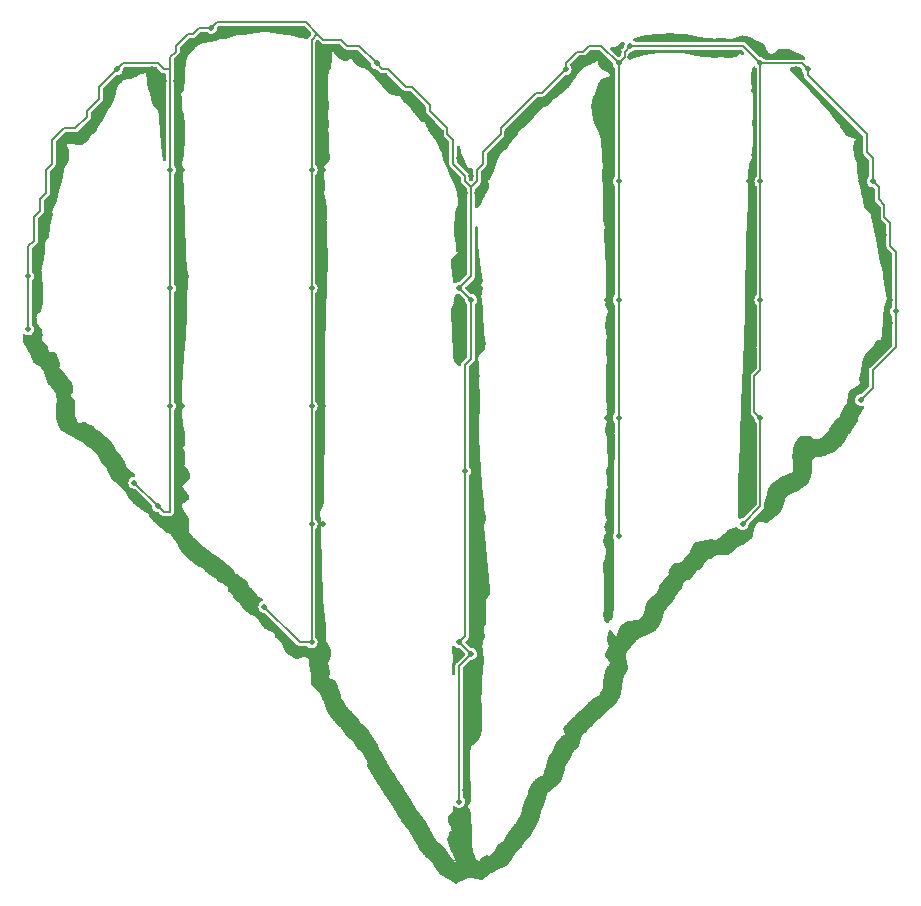
<source format=gbr>
%TF.GenerationSoftware,KiCad,Pcbnew,7.0.7*%
%TF.CreationDate,2023-11-30T15:47:59+01:00*%
%TF.ProjectId,geheimbadge,67656865-696d-4626-9164-67652e6b6963,0.1.0*%
%TF.SameCoordinates,Original*%
%TF.FileFunction,Copper,L2,Bot*%
%TF.FilePolarity,Positive*%
%FSLAX46Y46*%
G04 Gerber Fmt 4.6, Leading zero omitted, Abs format (unit mm)*
G04 Created by KiCad (PCBNEW 7.0.7) date 2023-11-30 15:47:59*
%MOMM*%
%LPD*%
G01*
G04 APERTURE LIST*
%TA.AperFunction,ViaPad*%
%ADD10C,0.508000*%
%TD*%
%TA.AperFunction,Conductor*%
%ADD11C,0.152400*%
%TD*%
G04 APERTURE END LIST*
D10*
%TO.N,VCC*%
X63000000Y-114000000D03*
X87000000Y-130500000D03*
X78500000Y-88500000D03*
X83000000Y-137500000D03*
X114000000Y-90000000D03*
X75000000Y-110500000D03*
X75000000Y-100500000D03*
X125000000Y-101500000D03*
X74000000Y-129000000D03*
X113000000Y-91500000D03*
X125000000Y-91500000D03*
X63000000Y-109500000D03*
X108500000Y-92000000D03*
X87000000Y-100500000D03*
X113000000Y-111500000D03*
X87000000Y-110500000D03*
X72000000Y-127000000D03*
X134500000Y-101500000D03*
X113000000Y-121500000D03*
X125000000Y-111500000D03*
X136500000Y-112500000D03*
X99500000Y-154000000D03*
X99500000Y-110500000D03*
X87000000Y-140500000D03*
X87000000Y-120500000D03*
X125000000Y-121500000D03*
X100500000Y-111500000D03*
X75000000Y-120500000D03*
X99500000Y-140500000D03*
X100500000Y-141500000D03*
X123500000Y-130500000D03*
X129000000Y-92000000D03*
X100000000Y-126000000D03*
X113000000Y-131500000D03*
X133500000Y-120000000D03*
X113000000Y-101500000D03*
X92500000Y-91500000D03*
X70500000Y-92000000D03*
%TO.N,GND*%
X101000000Y-127500000D03*
X112000000Y-131500000D03*
X88000000Y-120500000D03*
X128500000Y-125500000D03*
X133500000Y-101500000D03*
X112000000Y-111500000D03*
X114000000Y-91000000D03*
X101000000Y-132500000D03*
X100000000Y-153000000D03*
X99500000Y-141500000D03*
X94500000Y-153000000D03*
X76500000Y-90000000D03*
X123500000Y-129500000D03*
X79500000Y-89000000D03*
X101000000Y-129500000D03*
X88000000Y-100500000D03*
X87000000Y-141500000D03*
X76000000Y-100500000D03*
X88000000Y-92500000D03*
X99500000Y-111500000D03*
X101000000Y-118000000D03*
X73500000Y-92000000D03*
X88000000Y-140500000D03*
X99500000Y-99500000D03*
X128000000Y-92000000D03*
X110500000Y-147000000D03*
X113000000Y-142000000D03*
X123500000Y-128500000D03*
X101000000Y-102500000D03*
X100000000Y-102500000D03*
X100500000Y-101000000D03*
X112500000Y-140500000D03*
X88000000Y-130500000D03*
X135500000Y-106000000D03*
X108500000Y-93000000D03*
X88000000Y-110500000D03*
X101000000Y-128500000D03*
X100000000Y-155000000D03*
X89500000Y-146500000D03*
X136000000Y-111500000D03*
X107500000Y-152000000D03*
X124000000Y-101500000D03*
X133000000Y-119500000D03*
X75500000Y-93000000D03*
X76000000Y-130500000D03*
X117500000Y-135000000D03*
X101000000Y-131500000D03*
X131000000Y-124000000D03*
X64000000Y-110500000D03*
X105500000Y-153500000D03*
X136000000Y-113500000D03*
X76000000Y-120500000D03*
X112000000Y-121500000D03*
X124000000Y-111500000D03*
X74500000Y-93000000D03*
X112000000Y-101500000D03*
X76000000Y-110500000D03*
X95500000Y-155500000D03*
X64000000Y-108500000D03*
X88000000Y-90500000D03*
X100500000Y-140500000D03*
X65500000Y-119000000D03*
X64000000Y-114500000D03*
X101000000Y-130500000D03*
X100500000Y-110500000D03*
X86500000Y-89000000D03*
X128000000Y-91000000D03*
X113000000Y-90500000D03*
X124000000Y-121500000D03*
%TD*%
D11*
%TO.N,VCC*%
X134500000Y-101500000D02*
X134500000Y-99500000D01*
X124500000Y-121000000D02*
X124500000Y-118000000D01*
X99000000Y-100000000D02*
X100000000Y-101000000D01*
X75000000Y-92000000D02*
X75000000Y-91500000D01*
X89500000Y-89500000D02*
X88000000Y-89500000D01*
X134500000Y-119000000D02*
X133500000Y-120000000D01*
X93500000Y-92000000D02*
X95000000Y-93500000D01*
X87500000Y-89000000D02*
X86500000Y-88000000D01*
X114000000Y-90000000D02*
X123500000Y-90000000D01*
X101500000Y-100000000D02*
X101000000Y-100500000D01*
X111500000Y-90000000D02*
X113000000Y-91500000D01*
X135500000Y-103500000D02*
X135000000Y-103000000D01*
X136500000Y-107500000D02*
X136000000Y-107000000D01*
X100500000Y-102500000D02*
X100500000Y-102000000D01*
X64000000Y-104000000D02*
X64000000Y-103000000D01*
X64500000Y-102500000D02*
X64500000Y-100500000D01*
X95500000Y-93500000D02*
X97000000Y-95000000D01*
X74000000Y-91500000D02*
X74500000Y-92000000D01*
X87000000Y-89500000D02*
X87500000Y-89000000D01*
X100500000Y-102500000D02*
X100500000Y-109500000D01*
X134500000Y-99500000D02*
X134000000Y-99000000D01*
X134000000Y-99000000D02*
X134000000Y-97500000D01*
X92500000Y-91500000D02*
X91000000Y-90000000D01*
X93000000Y-92000000D02*
X92500000Y-91500000D01*
X100500000Y-111500000D02*
X100500000Y-116500000D01*
X110000000Y-90500000D02*
X110500000Y-90000000D01*
X135000000Y-103000000D02*
X135000000Y-102000000D01*
X129000000Y-92000000D02*
X128500000Y-91500000D01*
X70500000Y-92000000D02*
X71000000Y-91500000D01*
X106500000Y-94000000D02*
X106000000Y-94000000D01*
X136500000Y-115500000D02*
X134500000Y-117500000D01*
X63500000Y-104500000D02*
X64000000Y-104000000D01*
X99500000Y-142500000D02*
X99500000Y-154000000D01*
X75000000Y-91000000D02*
X75000000Y-91500000D01*
X63500000Y-106500000D02*
X63500000Y-104500000D01*
X136000000Y-107000000D02*
X136000000Y-105000000D01*
X93500000Y-92000000D02*
X93000000Y-92000000D01*
X75000000Y-100500000D02*
X75000000Y-110500000D01*
X100500000Y-109500000D02*
X99500000Y-110500000D01*
X135500000Y-104500000D02*
X135500000Y-103500000D01*
X113000000Y-91500000D02*
X113000000Y-131500000D01*
X79000000Y-88000000D02*
X78500000Y-88500000D01*
X106000000Y-94000000D02*
X103000000Y-97000000D01*
X63000000Y-109500000D02*
X63000000Y-107000000D01*
X75000000Y-110500000D02*
X75000000Y-120500000D01*
X103000000Y-97500000D02*
X101500000Y-99000000D01*
X100500000Y-116500000D02*
X100000000Y-117000000D01*
X74500000Y-129500000D02*
X75000000Y-129500000D01*
X69000000Y-94500000D02*
X69000000Y-93500000D01*
X100000000Y-140000000D02*
X99500000Y-140500000D01*
X136500000Y-112500000D02*
X136500000Y-107500000D01*
X100000000Y-126000000D02*
X100000000Y-140000000D01*
X88000000Y-89500000D02*
X87500000Y-89000000D01*
X72000000Y-127000000D02*
X74000000Y-129000000D01*
X108000000Y-92500000D02*
X106500000Y-94000000D01*
X134000000Y-97500000D02*
X129000000Y-92500000D01*
X91000000Y-90000000D02*
X90500000Y-90000000D01*
X68000000Y-95500000D02*
X69000000Y-94500000D01*
X125000000Y-129000000D02*
X123500000Y-130500000D01*
X100500000Y-141500000D02*
X99500000Y-142500000D01*
X125000000Y-117500000D02*
X125000000Y-91500000D01*
X100500000Y-111500000D02*
X99500000Y-110500000D01*
X78500000Y-88500000D02*
X77500000Y-88500000D01*
X63000000Y-107000000D02*
X63500000Y-106500000D01*
X64000000Y-103000000D02*
X64500000Y-102500000D01*
X128500000Y-91500000D02*
X125000000Y-91500000D01*
X77000000Y-89000000D02*
X76500000Y-89000000D01*
X136000000Y-105000000D02*
X135500000Y-104500000D01*
X134500000Y-117500000D02*
X134500000Y-119000000D01*
X100000000Y-101000000D02*
X100000000Y-101500000D01*
X86500000Y-88000000D02*
X79000000Y-88000000D01*
X75000000Y-129500000D02*
X75000000Y-120500000D01*
X124500000Y-118000000D02*
X125000000Y-117500000D01*
X113500000Y-90500000D02*
X113500000Y-91000000D01*
X101500000Y-99000000D02*
X101500000Y-100000000D01*
X83000000Y-137500000D02*
X86000000Y-140500000D01*
X98500000Y-97000000D02*
X98500000Y-97500000D01*
X101000000Y-101500000D02*
X100500000Y-102000000D01*
X97000000Y-95500000D02*
X98500000Y-97000000D01*
X95000000Y-93500000D02*
X95500000Y-93500000D01*
X67000000Y-97000000D02*
X68000000Y-96000000D01*
X100000000Y-101500000D02*
X100500000Y-102000000D01*
X114000000Y-90000000D02*
X113500000Y-90500000D01*
X65000000Y-98000000D02*
X66000000Y-97000000D01*
X87000000Y-140500000D02*
X87000000Y-130500000D01*
X75000000Y-91500000D02*
X75000000Y-100500000D01*
X75500000Y-90000000D02*
X75500000Y-90500000D01*
X123500000Y-90000000D02*
X125000000Y-91500000D01*
X129000000Y-92500000D02*
X129000000Y-92000000D01*
X64500000Y-100500000D02*
X65000000Y-100000000D01*
X71000000Y-91500000D02*
X74000000Y-91500000D01*
X74500000Y-92000000D02*
X75000000Y-92000000D01*
X75500000Y-90500000D02*
X75000000Y-91000000D01*
X90000000Y-90000000D02*
X89500000Y-89500000D01*
X77500000Y-88500000D02*
X77000000Y-89000000D01*
X125000000Y-121500000D02*
X125000000Y-129000000D01*
X66000000Y-97000000D02*
X67000000Y-97000000D01*
X136500000Y-112500000D02*
X136500000Y-115500000D01*
X98500000Y-97500000D02*
X99000000Y-98000000D01*
X110500000Y-90000000D02*
X111500000Y-90000000D01*
X109500000Y-90500000D02*
X110000000Y-90500000D01*
X99000000Y-98000000D02*
X99000000Y-100000000D01*
X87000000Y-110182500D02*
X87000000Y-130500000D01*
X125000000Y-121500000D02*
X124500000Y-121000000D01*
X100000000Y-126000000D02*
X100000000Y-117000000D01*
X86000000Y-140500000D02*
X87000000Y-140500000D01*
X90500000Y-90000000D02*
X90000000Y-90000000D01*
X97000000Y-95000000D02*
X97000000Y-95500000D01*
X76500000Y-89000000D02*
X75500000Y-90000000D01*
X135000000Y-102000000D02*
X134500000Y-101500000D01*
X65000000Y-100000000D02*
X65000000Y-98000000D01*
X63000000Y-114000000D02*
X63000000Y-109500000D01*
X87000000Y-100500000D02*
X87000000Y-110182500D01*
X74000000Y-129000000D02*
X74500000Y-129500000D01*
X108500000Y-91500000D02*
X109500000Y-90500000D01*
X108000000Y-92500000D02*
X108500000Y-92000000D01*
X87000000Y-100500000D02*
X87000000Y-89500000D01*
X103000000Y-97000000D02*
X103000000Y-97500000D01*
X101000000Y-100500000D02*
X101000000Y-101500000D01*
X100500000Y-141500000D02*
X99500000Y-140500000D01*
X68000000Y-96000000D02*
X68000000Y-95500000D01*
X113500000Y-91000000D02*
X113000000Y-91500000D01*
X69000000Y-93500000D02*
X70500000Y-92000000D01*
X108500000Y-92000000D02*
X108500000Y-91500000D01*
%TD*%
%TA.AperFunction,Conductor*%
%TO.N,GND*%
G36*
X86380353Y-88346385D02*
G01*
X86400995Y-88363019D01*
X86950294Y-88912318D01*
X86983779Y-88973641D01*
X86978795Y-89043333D01*
X86950294Y-89087680D01*
X86780988Y-89256987D01*
X86776999Y-89260641D01*
X86745876Y-89286757D01*
X86745868Y-89286766D01*
X86725554Y-89321951D01*
X86722649Y-89326511D01*
X86699341Y-89359799D01*
X86697171Y-89364453D01*
X86690016Y-89381727D01*
X86688278Y-89386504D01*
X86687730Y-89387248D01*
X86687412Y-89388016D01*
X86682851Y-89395919D01*
X86681794Y-89395309D01*
X86646850Y-89442767D01*
X86581581Y-89467701D01*
X86513193Y-89453390D01*
X86510971Y-89452170D01*
X86500683Y-89446384D01*
X86478298Y-89433794D01*
X86436997Y-89412492D01*
X86414944Y-89402101D01*
X86397098Y-89393692D01*
X86361102Y-89378397D01*
X86361102Y-89378398D01*
X86361100Y-89378397D01*
X86332897Y-89367998D01*
X86331354Y-89367494D01*
X86328599Y-89366594D01*
X86328595Y-89366594D01*
X86196034Y-89374729D01*
X86177912Y-89374514D01*
X86121297Y-89369691D01*
X86102399Y-89367494D01*
X86052999Y-89360498D01*
X86041647Y-89358510D01*
X86003296Y-89351793D01*
X85966797Y-89344392D01*
X85936434Y-89337377D01*
X85924398Y-89334596D01*
X85890599Y-89325998D01*
X85857695Y-89317093D01*
X85841797Y-89312494D01*
X85810300Y-89302797D01*
X85782598Y-89293794D01*
X85751000Y-89282999D01*
X85730698Y-89275697D01*
X85691799Y-89260896D01*
X85651700Y-89244394D01*
X85600207Y-89221998D01*
X85600202Y-89221996D01*
X85600197Y-89221994D01*
X85584019Y-89216684D01*
X85573695Y-89213295D01*
X85558197Y-89208597D01*
X85524800Y-89199098D01*
X85500799Y-89192796D01*
X85482960Y-89188266D01*
X85462197Y-89182993D01*
X85435597Y-89176897D01*
X85391400Y-89167093D01*
X85362099Y-89160997D01*
X85310597Y-89150896D01*
X85283097Y-89145792D01*
X85273503Y-89144115D01*
X85230501Y-89136598D01*
X85225198Y-89135748D01*
X85197399Y-89131296D01*
X85153599Y-89124597D01*
X85147997Y-89123796D01*
X85108799Y-89118195D01*
X85073999Y-89113794D01*
X85030796Y-89108797D01*
X84939599Y-89099596D01*
X84881699Y-89093294D01*
X84768196Y-89080293D01*
X84647099Y-89065095D01*
X84520199Y-89048196D01*
X84452896Y-89038698D01*
X84324597Y-89019998D01*
X84198998Y-89000894D01*
X84071598Y-88980394D01*
X84031844Y-88973641D01*
X83956799Y-88960893D01*
X83843697Y-88940393D01*
X83788399Y-88929796D01*
X83788398Y-88929796D01*
X83704999Y-88914293D01*
X83633198Y-88902292D01*
X83557999Y-88891298D01*
X83485497Y-88882196D01*
X83412697Y-88874696D01*
X83337799Y-88868692D01*
X83263096Y-88864397D01*
X83236510Y-88863397D01*
X83185997Y-88861497D01*
X83112999Y-88860597D01*
X83112998Y-88860597D01*
X83030999Y-88861093D01*
X82951698Y-88863397D01*
X82911940Y-88865319D01*
X82864899Y-88867593D01*
X82832181Y-88869754D01*
X82778599Y-88873293D01*
X82683697Y-88881197D01*
X82584999Y-88890993D01*
X82485897Y-88902498D01*
X82386498Y-88915292D01*
X82263497Y-88932497D01*
X82158596Y-88948396D01*
X81983799Y-88976892D01*
X81928097Y-88985597D01*
X81819496Y-89001794D01*
X81699799Y-89018594D01*
X81578797Y-89034692D01*
X81386597Y-89058496D01*
X81255997Y-89073793D01*
X81129799Y-89087793D01*
X81010697Y-89100198D01*
X80892098Y-89111497D01*
X80778099Y-89121598D01*
X80711800Y-89128090D01*
X80711800Y-89128091D01*
X80668900Y-89132692D01*
X80630078Y-89137356D01*
X80618100Y-89138795D01*
X80581398Y-89143892D01*
X80544196Y-89149492D01*
X80517989Y-89153994D01*
X80512917Y-89155001D01*
X80443328Y-89148743D01*
X80439338Y-89147091D01*
X80426697Y-89141595D01*
X80426696Y-89141595D01*
X79781152Y-89426773D01*
X79723424Y-89437113D01*
X79697206Y-89435499D01*
X79692300Y-89435197D01*
X79662999Y-89432893D01*
X79622863Y-89429219D01*
X79621498Y-89429094D01*
X79618795Y-89428805D01*
X79596198Y-89426392D01*
X79561998Y-89422296D01*
X79480297Y-89412096D01*
X79479371Y-89411996D01*
X79467297Y-89410692D01*
X79450398Y-89409395D01*
X79431999Y-89408495D01*
X79417698Y-89408197D01*
X79417697Y-89408197D01*
X79414381Y-89408263D01*
X79397797Y-89408594D01*
X79387717Y-89409312D01*
X79380993Y-89409792D01*
X79373484Y-89410692D01*
X79362599Y-89411996D01*
X79362587Y-89411998D01*
X79362586Y-89411998D01*
X79346398Y-89414796D01*
X79320797Y-89420297D01*
X79309403Y-89423195D01*
X79300601Y-89425698D01*
X79273498Y-89434198D01*
X79260235Y-89438592D01*
X79255997Y-89439996D01*
X79230297Y-89449297D01*
X79201798Y-89460496D01*
X79176697Y-89470895D01*
X79142963Y-89485506D01*
X79104896Y-89501993D01*
X79086097Y-89509807D01*
X79058697Y-89521196D01*
X79039236Y-89529009D01*
X79017097Y-89537897D01*
X78973117Y-89554871D01*
X78972798Y-89554994D01*
X78932999Y-89569696D01*
X78900936Y-89581134D01*
X78890396Y-89584894D01*
X78845700Y-89600198D01*
X78801796Y-89614496D01*
X78744999Y-89631998D01*
X78688797Y-89648195D01*
X78665300Y-89654694D01*
X78639496Y-89661492D01*
X78639496Y-89661493D01*
X78600498Y-89671297D01*
X78554699Y-89681894D01*
X78535924Y-89685880D01*
X78515598Y-89690195D01*
X78478698Y-89697198D01*
X78435897Y-89704294D01*
X78435898Y-89704294D01*
X78386597Y-89710893D01*
X78378501Y-89711787D01*
X78372093Y-89712495D01*
X78296497Y-89717897D01*
X78296498Y-89717897D01*
X78191399Y-89721597D01*
X78191389Y-89721597D01*
X78191389Y-89721598D01*
X78117404Y-89729096D01*
X78117400Y-89729096D01*
X78117398Y-89729097D01*
X78106350Y-89730891D01*
X78032408Y-89742897D01*
X77942492Y-89762393D01*
X77849597Y-89787294D01*
X77759400Y-89815996D01*
X77662899Y-89851396D01*
X77574398Y-89888094D01*
X77485600Y-89929597D01*
X77404506Y-89971692D01*
X77404500Y-89971695D01*
X77404499Y-89971696D01*
X77326599Y-90016893D01*
X77326588Y-90016900D01*
X77326583Y-90016903D01*
X77259611Y-90060188D01*
X77259603Y-90060193D01*
X77259598Y-90060197D01*
X77202698Y-90101297D01*
X77202697Y-90101298D01*
X77202697Y-90101297D01*
X77157338Y-90138595D01*
X77155999Y-90139696D01*
X77149369Y-90145983D01*
X77136695Y-90157999D01*
X77135197Y-90181694D01*
X77134884Y-90185889D01*
X77133257Y-90207710D01*
X77132698Y-90215198D01*
X77131112Y-90231479D01*
X77105020Y-90296294D01*
X77090810Y-90311478D01*
X76547497Y-90802194D01*
X76547496Y-90802196D01*
X76542938Y-90835621D01*
X76541347Y-90843466D01*
X76520798Y-90919298D01*
X76512898Y-90944597D01*
X76506617Y-90962914D01*
X76496098Y-90993592D01*
X76493677Y-91000192D01*
X76488098Y-91015398D01*
X76472397Y-91055193D01*
X76463799Y-91075792D01*
X76447197Y-91113092D01*
X76435799Y-91137598D01*
X76416897Y-91176195D01*
X76407700Y-91193895D01*
X76404735Y-91199341D01*
X76383796Y-91237795D01*
X76377898Y-91265597D01*
X76371296Y-91302194D01*
X76364312Y-91345626D01*
X76363899Y-91348192D01*
X76356999Y-91397897D01*
X76348896Y-91462297D01*
X76341297Y-91531793D01*
X76339722Y-91547693D01*
X76334599Y-91599396D01*
X76326699Y-91686494D01*
X76319798Y-91770792D01*
X76313298Y-91859796D01*
X76306198Y-91966493D01*
X76299599Y-92073296D01*
X76293297Y-92185396D01*
X76287400Y-92304193D01*
X76267098Y-92744095D01*
X76259697Y-92885599D01*
X76252899Y-93010896D01*
X76245797Y-93126497D01*
X76238198Y-93235398D01*
X76230999Y-93326790D01*
X76224317Y-93397384D01*
X76222698Y-93414491D01*
X76220597Y-93434396D01*
X76212998Y-93500192D01*
X76209797Y-93526094D01*
X76205596Y-93556093D01*
X76202698Y-93576791D01*
X76197598Y-93609392D01*
X76190796Y-93648592D01*
X76182341Y-93690875D01*
X76162746Y-93737077D01*
X75972199Y-94012696D01*
X75972199Y-94012699D01*
X75975697Y-94057596D01*
X75978600Y-94098696D01*
X75982300Y-94163625D01*
X75983597Y-94186395D01*
X75986798Y-94262994D01*
X75987403Y-94281496D01*
X75989697Y-94351595D01*
X75991398Y-94441096D01*
X75996399Y-95013696D01*
X75997696Y-95241698D01*
X75998798Y-95251086D01*
X75998799Y-95251092D01*
X76003098Y-95274797D01*
X76008999Y-95301195D01*
X76011898Y-95312097D01*
X76015084Y-95323495D01*
X76018997Y-95337496D01*
X76029297Y-95369195D01*
X76036000Y-95387598D01*
X76041296Y-95400488D01*
X76061096Y-95441896D01*
X76086098Y-95497896D01*
X76088997Y-95505000D01*
X76093997Y-95517992D01*
X76103955Y-95543869D01*
X76105198Y-95547097D01*
X76109700Y-95559595D01*
X76121899Y-95595095D01*
X76128998Y-95617297D01*
X76138897Y-95650293D01*
X76144200Y-95668795D01*
X76157398Y-95718392D01*
X76161288Y-95734392D01*
X76164498Y-95747598D01*
X76166692Y-95757266D01*
X76175797Y-95797395D01*
X76181396Y-95824395D01*
X76191034Y-95875022D01*
X76192799Y-95884294D01*
X76200798Y-95930696D01*
X76204499Y-95953592D01*
X76206127Y-95964593D01*
X76209397Y-95986697D01*
X76217297Y-96044794D01*
X76224198Y-96102495D01*
X76229897Y-96157594D01*
X76234398Y-96206894D01*
X76239197Y-96271296D01*
X76242398Y-96323396D01*
X76245198Y-96386194D01*
X76246899Y-96437592D01*
X76247898Y-96504098D01*
X76249497Y-96691392D01*
X76257397Y-97246194D01*
X76260998Y-97380594D01*
X76263096Y-97519395D01*
X76263698Y-97666196D01*
X76262799Y-97818895D01*
X76260498Y-97965796D01*
X76256699Y-98116697D01*
X76251797Y-98266294D01*
X76245598Y-98414594D01*
X76238400Y-98559095D01*
X76230000Y-98701196D01*
X76220597Y-98838495D01*
X76210297Y-98969396D01*
X76198799Y-99098195D01*
X76189903Y-99185420D01*
X76187397Y-99209997D01*
X76174198Y-99320894D01*
X76171498Y-99341596D01*
X76159497Y-99426897D01*
X76155297Y-99453996D01*
X76144097Y-99520494D01*
X76136399Y-99560594D01*
X76126797Y-99606496D01*
X76112198Y-99667097D01*
X76110873Y-99671997D01*
X76106357Y-99688690D01*
X76105337Y-99692072D01*
X76071398Y-99794082D01*
X76070345Y-99797002D01*
X76069601Y-99798911D01*
X76068398Y-99801996D01*
X76060384Y-99820394D01*
X76039997Y-99867195D01*
X76039997Y-99867197D01*
X76039398Y-99876997D01*
X76039398Y-99877005D01*
X76039299Y-99893694D01*
X76039700Y-99909298D01*
X76039731Y-99909896D01*
X76041100Y-99936697D01*
X76042298Y-99954694D01*
X76046196Y-99995294D01*
X76048996Y-100020296D01*
X76051446Y-100039297D01*
X76054798Y-100065294D01*
X76067597Y-100152896D01*
X76075398Y-100210695D01*
X76078797Y-100239793D01*
X76086800Y-100316798D01*
X76092223Y-100378696D01*
X76093598Y-100394395D01*
X76101898Y-100500097D01*
X76110298Y-100618894D01*
X76118798Y-100750696D01*
X76136597Y-101050596D01*
X76154797Y-101394594D01*
X76173298Y-101779893D01*
X76182598Y-101983594D01*
X76200798Y-102412996D01*
X76218498Y-102863294D01*
X76234997Y-103328893D01*
X76242997Y-103565294D01*
X76295682Y-105186686D01*
X76313797Y-105744196D01*
X76349098Y-106807596D01*
X76363899Y-107235593D01*
X76377499Y-107606195D01*
X76389897Y-107918794D01*
X76401097Y-108180696D01*
X76411198Y-108386095D01*
X76421799Y-108567796D01*
X76430798Y-108693296D01*
X76439396Y-108787294D01*
X76447794Y-108857084D01*
X76447794Y-108857083D01*
X76447795Y-108857094D01*
X76447796Y-108857095D01*
X76453099Y-108888296D01*
X76455799Y-108899896D01*
X76459397Y-108909196D01*
X76480960Y-108961996D01*
X76490597Y-108985593D01*
X76522100Y-109073802D01*
X76524099Y-109080297D01*
X76528243Y-109095838D01*
X76543297Y-109152296D01*
X76546997Y-109168294D01*
X76560196Y-109236597D01*
X76561977Y-109248004D01*
X76563599Y-109258395D01*
X76567299Y-109284296D01*
X76568699Y-109294096D01*
X76570999Y-109312795D01*
X76574898Y-109351495D01*
X76577797Y-109384897D01*
X76580399Y-109423296D01*
X76581196Y-109441095D01*
X76582497Y-109486696D01*
X76582798Y-109528795D01*
X76582299Y-109567194D01*
X76581196Y-109598794D01*
X76580138Y-109620897D01*
X76579697Y-109630096D01*
X76578297Y-109653097D01*
X76577073Y-109667830D01*
X76574898Y-109693994D01*
X76570698Y-109735494D01*
X76564598Y-109782896D01*
X76561258Y-109804236D01*
X76558399Y-109822497D01*
X76552799Y-109853392D01*
X76551543Y-109859816D01*
X76550099Y-109867197D01*
X76547398Y-109889394D01*
X76543598Y-109927896D01*
X76543295Y-109931597D01*
X76537899Y-109997593D01*
X76537838Y-109998439D01*
X76532700Y-110069196D01*
X76527600Y-110149293D01*
X76521797Y-110251695D01*
X76516098Y-110355596D01*
X76510098Y-110475694D01*
X76504498Y-110599096D01*
X76493099Y-110873094D01*
X76492058Y-110900936D01*
X76487698Y-111017496D01*
X76476898Y-111324593D01*
X76471897Y-111488595D01*
X76462399Y-111823495D01*
X76458199Y-111991296D01*
X76450299Y-112340596D01*
X76445078Y-112532662D01*
X76440598Y-112697496D01*
X76435299Y-112873796D01*
X76429497Y-113049795D01*
X76424871Y-113180069D01*
X76417298Y-113393298D01*
X76410797Y-113560297D01*
X76410296Y-113572338D01*
X76404000Y-113723493D01*
X76397099Y-113881197D01*
X76383000Y-114175497D01*
X76375599Y-114315294D01*
X76368099Y-114446096D01*
X76360798Y-114566896D01*
X76353199Y-114681795D01*
X76347932Y-114756593D01*
X76346199Y-114781195D01*
X76338799Y-114874197D01*
X76331097Y-114958092D01*
X76326287Y-115005094D01*
X76323197Y-115035295D01*
X76303299Y-115208395D01*
X76285797Y-115364496D01*
X76270397Y-115509393D01*
X76256497Y-115646795D01*
X76250866Y-115704496D01*
X76243897Y-115775897D01*
X76233998Y-115887296D01*
X76224198Y-116004693D01*
X76216599Y-116106996D01*
X76211399Y-116189893D01*
X76206497Y-116282594D01*
X76203999Y-116345993D01*
X76202397Y-116415796D01*
X76202198Y-116466099D01*
X76202877Y-116501709D01*
X76184476Y-116569111D01*
X76170541Y-116587218D01*
X76103165Y-117323278D01*
X76119770Y-117371936D01*
X76118473Y-117395962D01*
X76118274Y-117397270D01*
X76117600Y-117401697D01*
X76111847Y-117448916D01*
X76110497Y-117459997D01*
X76104397Y-117522394D01*
X76098000Y-117606893D01*
X76092697Y-117695695D01*
X76086697Y-117818197D01*
X76082199Y-117936994D01*
X76077500Y-118087595D01*
X76073399Y-118247297D01*
X76069798Y-118423994D01*
X76066696Y-118616396D01*
X76063896Y-118833696D01*
X76061398Y-119066897D01*
X76057099Y-119596494D01*
X76055298Y-119883997D01*
X76053997Y-120149396D01*
X76053299Y-120392793D01*
X76053299Y-120615995D01*
X76053799Y-120818697D01*
X76055199Y-120997896D01*
X76057297Y-121170194D01*
X76060097Y-121312597D01*
X76063999Y-121456094D01*
X76068199Y-121564794D01*
X76073799Y-121681395D01*
X76079499Y-121767595D01*
X76086499Y-121852296D01*
X76093800Y-121922395D01*
X76101696Y-121983694D01*
X76111797Y-122048394D01*
X76116091Y-122071335D01*
X76119396Y-122088995D01*
X76130299Y-122139295D01*
X76135713Y-122161458D01*
X76140999Y-122183097D01*
X76144440Y-122195717D01*
X76180996Y-122329793D01*
X76189396Y-122362394D01*
X76210297Y-122450395D01*
X76216599Y-122478494D01*
X76234200Y-122562795D01*
X76237144Y-122577821D01*
X76239098Y-122587799D01*
X76248396Y-122638593D01*
X76256798Y-122684495D01*
X76261299Y-122711397D01*
X76274498Y-122795995D01*
X76277385Y-122815471D01*
X76277996Y-122819596D01*
X76289597Y-122907496D01*
X76292698Y-122934195D01*
X76302597Y-123027395D01*
X76304996Y-123053396D01*
X76311299Y-123133196D01*
X76313099Y-123159896D01*
X76317497Y-123241593D01*
X76318699Y-123269594D01*
X76320797Y-123348296D01*
X76321098Y-123380194D01*
X76320797Y-123451092D01*
X76320797Y-123451093D01*
X76320099Y-123484094D01*
X76317597Y-123553094D01*
X76315821Y-123584596D01*
X76315296Y-123593897D01*
X76311096Y-123648794D01*
X76306490Y-123694597D01*
X76306198Y-123697496D01*
X76300633Y-123742094D01*
X76299896Y-123747996D01*
X76291546Y-123802484D01*
X76273207Y-123850872D01*
X76121098Y-124086895D01*
X76121098Y-124086896D01*
X76187789Y-124208093D01*
X76235642Y-124295057D01*
X76249994Y-124339050D01*
X76251796Y-124353091D01*
X76255438Y-124386483D01*
X76258198Y-124411794D01*
X76261299Y-124447195D01*
X76266499Y-124519495D01*
X76269200Y-124568895D01*
X76271797Y-124631696D01*
X76272015Y-124638494D01*
X76273899Y-124697294D01*
X76275196Y-124765696D01*
X76275997Y-124842196D01*
X76276200Y-124914797D01*
X76275299Y-125179994D01*
X76275498Y-125246193D01*
X76276398Y-125320393D01*
X76277298Y-125363898D01*
X76278173Y-125388957D01*
X76260838Y-125456642D01*
X76209661Y-125504211D01*
X76197723Y-125508116D01*
X76196297Y-125511895D01*
X76196297Y-125511896D01*
X76559256Y-125960893D01*
X76660242Y-126085817D01*
X76687079Y-126150327D01*
X76687615Y-126170724D01*
X76684212Y-126231319D01*
X76675099Y-126393594D01*
X76663990Y-126639395D01*
X76661698Y-126690096D01*
X76661325Y-126700032D01*
X76639137Y-126766285D01*
X76618409Y-126789268D01*
X76008297Y-127315594D01*
X76008297Y-127315595D01*
X76418335Y-127903371D01*
X76594746Y-128156250D01*
X76616958Y-128222495D01*
X76617024Y-128229576D01*
X76614587Y-128356545D01*
X76593620Y-128423194D01*
X76563275Y-128454643D01*
X75981197Y-128875597D01*
X75986366Y-128893714D01*
X75992939Y-128896157D01*
X76034875Y-128952042D01*
X76041548Y-128978339D01*
X76043597Y-128992989D01*
X76051514Y-129043106D01*
X76062696Y-129078575D01*
X76061393Y-129095087D01*
X76082495Y-129205288D01*
X76082496Y-129205290D01*
X76082497Y-129205293D01*
X76404038Y-129650495D01*
X76574016Y-129885845D01*
X76597309Y-129951718D01*
X76597492Y-129958773D01*
X76597395Y-129995500D01*
X76597298Y-130032197D01*
X76598198Y-130358194D01*
X76600800Y-130657995D01*
X76605599Y-130932195D01*
X76611897Y-131144098D01*
X76619198Y-131294794D01*
X76619199Y-131294795D01*
X76852192Y-131420794D01*
X76890776Y-131453340D01*
X76923807Y-131495457D01*
X76949691Y-131560354D01*
X76949779Y-131573030D01*
X77078191Y-131691796D01*
X77078895Y-131692857D01*
X77104138Y-131715794D01*
X77113169Y-131724147D01*
X77113757Y-131724534D01*
X77123918Y-131733767D01*
X77124932Y-131735362D01*
X77125173Y-131735105D01*
X77141744Y-131750557D01*
X77141969Y-131750930D01*
X77154052Y-131762035D01*
X77184295Y-131790235D01*
X77185215Y-131791789D01*
X77196265Y-131801624D01*
X77225800Y-131828492D01*
X77225800Y-131828493D01*
X77229100Y-131831495D01*
X77238489Y-131840036D01*
X77241121Y-131844357D01*
X77273915Y-131872836D01*
X77286000Y-131884095D01*
X77286000Y-131884096D01*
X77288899Y-131886797D01*
X77328359Y-131923562D01*
X77328286Y-131923639D01*
X77330501Y-131925271D01*
X77348472Y-131942708D01*
X77349524Y-131944568D01*
X77358075Y-131952120D01*
X77360204Y-131954092D01*
X77363724Y-131957507D01*
X77366525Y-131959583D01*
X77376357Y-131968267D01*
X77378050Y-131969864D01*
X77378915Y-131970526D01*
X77384108Y-131975113D01*
X77437256Y-132023910D01*
X77438289Y-132024787D01*
X77443166Y-132029352D01*
X77447998Y-132033993D01*
X77447998Y-132033994D01*
X77450497Y-132036394D01*
X77450497Y-132036393D01*
X77474208Y-132059166D01*
X77475379Y-132059693D01*
X77479491Y-132063376D01*
X77491540Y-132074660D01*
X77527016Y-132134853D01*
X77527156Y-132154771D01*
X77534996Y-132161896D01*
X77534996Y-132161897D01*
X77892697Y-132486993D01*
X77906522Y-132488523D01*
X77946308Y-132479138D01*
X78012189Y-132502409D01*
X78029705Y-132517745D01*
X78035747Y-132524132D01*
X78051697Y-132540994D01*
X78084896Y-132574197D01*
X78106297Y-132594293D01*
X78127697Y-132612993D01*
X78159798Y-132639497D01*
X78172444Y-132649095D01*
X78174304Y-132650506D01*
X78182057Y-132660843D01*
X78193254Y-132667595D01*
X78658381Y-133017256D01*
X78684681Y-133044171D01*
X78689498Y-133050896D01*
X78710999Y-133081995D01*
X78720299Y-133095995D01*
X78745100Y-133100993D01*
X78751151Y-133099114D01*
X78818490Y-133117750D01*
X78825000Y-133122083D01*
X79708269Y-133750989D01*
X79751462Y-133805908D01*
X79753840Y-133812361D01*
X79759194Y-133828229D01*
X79760296Y-133831495D01*
X79773098Y-133867593D01*
X79785599Y-133900095D01*
X79786499Y-133902093D01*
X79952515Y-133980268D01*
X80059149Y-134030481D01*
X80090733Y-134051832D01*
X80092793Y-134053745D01*
X80093601Y-134054497D01*
X80130200Y-134090395D01*
X80151299Y-134112093D01*
X80178598Y-134141398D01*
X80202500Y-134168093D01*
X80229297Y-134198995D01*
X80241116Y-134213288D01*
X80255097Y-134230196D01*
X80278599Y-134259492D01*
X80303997Y-134292497D01*
X80324097Y-134319597D01*
X80348896Y-134354196D01*
X80369198Y-134383592D01*
X80390599Y-134415597D01*
X80409996Y-134445993D01*
X80431797Y-134481294D01*
X80451496Y-134514497D01*
X80470597Y-134548296D01*
X80491200Y-134586496D01*
X80506497Y-134616495D01*
X80527798Y-134660394D01*
X80539597Y-134686494D01*
X80544297Y-134697694D01*
X80577823Y-134698382D01*
X80578498Y-134698396D01*
X80581573Y-134698502D01*
X80629165Y-134700157D01*
X80695480Y-134722158D01*
X80702615Y-134727491D01*
X81581879Y-135435381D01*
X81621753Y-135492755D01*
X81623760Y-135499388D01*
X81629998Y-135522295D01*
X81640698Y-135557596D01*
X81654198Y-135598993D01*
X81669098Y-135640696D01*
X81680298Y-135669596D01*
X81696797Y-135708696D01*
X81707398Y-135732295D01*
X81720798Y-135759392D01*
X81727464Y-135772060D01*
X81735798Y-135787897D01*
X81748398Y-135809694D01*
X81757698Y-135824495D01*
X81757701Y-135824499D01*
X81757700Y-135824499D01*
X81770695Y-135843091D01*
X81770698Y-135843093D01*
X81770699Y-135843095D01*
X81770701Y-135843096D01*
X81770702Y-135843097D01*
X81834035Y-135885027D01*
X81836892Y-135887036D01*
X81841389Y-135890392D01*
X81855498Y-135901405D01*
X81887898Y-135926694D01*
X81889093Y-135927680D01*
X81896501Y-135933796D01*
X81927300Y-135960397D01*
X81958699Y-135989095D01*
X81990299Y-136019396D01*
X82019699Y-136048894D01*
X82054397Y-136085096D01*
X82071797Y-136103998D01*
X82105500Y-136141695D01*
X82133297Y-136173796D01*
X82165698Y-136212495D01*
X82197399Y-136251596D01*
X82222897Y-136284098D01*
X82237997Y-136304046D01*
X82253098Y-136323995D01*
X82269864Y-136346796D01*
X82283097Y-136364793D01*
X82312496Y-136405996D01*
X82337197Y-136441995D01*
X82366398Y-136485994D01*
X82422596Y-136574693D01*
X82441695Y-136603997D01*
X82449251Y-136615179D01*
X82459599Y-136630495D01*
X82480599Y-136659894D01*
X82488098Y-136669496D01*
X82499298Y-136683397D01*
X82513298Y-136689096D01*
X82519898Y-136691425D01*
X82531999Y-136695696D01*
X82559597Y-136704694D01*
X82588897Y-136713396D01*
X82709599Y-136746996D01*
X82776699Y-136766195D01*
X82837427Y-136784713D01*
X82895810Y-136823094D01*
X82924174Y-136886948D01*
X82913514Y-136955999D01*
X82867214Y-137008326D01*
X82836195Y-137022298D01*
X82788269Y-137036370D01*
X82666226Y-137114803D01*
X82666225Y-137114803D01*
X82666225Y-137114804D01*
X82626638Y-137160490D01*
X82571223Y-137224442D01*
X82571222Y-137224443D01*
X82510958Y-137356400D01*
X82510957Y-137356404D01*
X82490312Y-137500000D01*
X82510957Y-137643595D01*
X82510958Y-137643599D01*
X82563384Y-137758394D01*
X82571223Y-137775558D01*
X82666225Y-137885196D01*
X82732821Y-137927995D01*
X82788269Y-137963630D01*
X82899210Y-137996204D01*
X82910772Y-137999599D01*
X82927461Y-138004499D01*
X82927463Y-138004500D01*
X82927464Y-138004500D01*
X82991114Y-138004500D01*
X83058153Y-138024185D01*
X83078795Y-138040819D01*
X85756986Y-140719010D01*
X85760637Y-140722994D01*
X85786762Y-140754128D01*
X85810431Y-140767793D01*
X85821939Y-140774437D01*
X85826504Y-140777345D01*
X85859799Y-140800658D01*
X85864503Y-140802852D01*
X85881673Y-140809963D01*
X85886535Y-140811733D01*
X85886536Y-140811733D01*
X85886538Y-140811734D01*
X85926568Y-140818791D01*
X85931823Y-140819956D01*
X85971087Y-140830478D01*
X86011571Y-140826935D01*
X86016975Y-140826700D01*
X86558909Y-140826700D01*
X86625948Y-140846385D01*
X86652621Y-140869496D01*
X86666225Y-140885196D01*
X86788269Y-140963630D01*
X86927461Y-141004499D01*
X86927463Y-141004500D01*
X86927464Y-141004500D01*
X87072537Y-141004500D01*
X87072537Y-141004499D01*
X87211729Y-140963630D01*
X87211730Y-140963630D01*
X87219252Y-140958796D01*
X87333775Y-140885196D01*
X87428777Y-140775558D01*
X87477033Y-140669893D01*
X87489041Y-140643599D01*
X87489042Y-140643595D01*
X87490306Y-140634802D01*
X87509688Y-140500000D01*
X87489042Y-140356404D01*
X87489041Y-140356400D01*
X87440552Y-140250226D01*
X87428777Y-140224442D01*
X87428775Y-140224440D01*
X87428774Y-140224437D01*
X87356987Y-140141590D01*
X87327962Y-140078034D01*
X87326700Y-140060388D01*
X87326700Y-130939610D01*
X87346385Y-130872571D01*
X87356981Y-130858414D01*
X87428777Y-130775558D01*
X87475298Y-130673692D01*
X87489041Y-130643599D01*
X87489042Y-130643595D01*
X87489387Y-130641195D01*
X87509688Y-130500000D01*
X87489042Y-130356404D01*
X87489041Y-130356400D01*
X87445023Y-130260016D01*
X87428777Y-130224442D01*
X87428775Y-130224440D01*
X87428774Y-130224437D01*
X87356987Y-130141590D01*
X87327962Y-130078034D01*
X87326700Y-130060388D01*
X87326700Y-120939610D01*
X87346385Y-120872571D01*
X87356981Y-120858414D01*
X87428777Y-120775558D01*
X87478129Y-120667493D01*
X87489041Y-120643599D01*
X87489042Y-120643595D01*
X87493010Y-120615995D01*
X87509688Y-120500000D01*
X87489042Y-120356404D01*
X87489041Y-120356400D01*
X87446062Y-120262290D01*
X87428777Y-120224442D01*
X87428775Y-120224440D01*
X87428774Y-120224437D01*
X87356987Y-120141590D01*
X87327962Y-120078034D01*
X87326700Y-120060388D01*
X87326700Y-110939610D01*
X87346385Y-110872571D01*
X87356981Y-110858414D01*
X87428777Y-110775558D01*
X87484339Y-110653894D01*
X87489041Y-110643599D01*
X87489042Y-110643595D01*
X87509688Y-110500000D01*
X87489042Y-110356404D01*
X87489041Y-110356400D01*
X87441223Y-110251695D01*
X87428777Y-110224442D01*
X87428775Y-110224440D01*
X87428774Y-110224437D01*
X87356987Y-110141590D01*
X87327962Y-110078034D01*
X87326700Y-110060388D01*
X87326700Y-100939610D01*
X87346385Y-100872571D01*
X87356981Y-100858414D01*
X87428777Y-100775558D01*
X87472995Y-100678734D01*
X87489041Y-100643599D01*
X87489042Y-100643595D01*
X87492508Y-100619490D01*
X87509688Y-100500000D01*
X87489042Y-100356404D01*
X87489041Y-100356400D01*
X87441451Y-100252195D01*
X87428777Y-100224442D01*
X87428775Y-100224440D01*
X87428774Y-100224437D01*
X87356987Y-100141590D01*
X87327962Y-100078034D01*
X87326700Y-100060388D01*
X87326700Y-89686686D01*
X87346385Y-89619647D01*
X87363019Y-89599005D01*
X87412319Y-89549705D01*
X87473642Y-89516220D01*
X87543334Y-89521204D01*
X87587681Y-89549705D01*
X87756986Y-89719010D01*
X87760637Y-89722994D01*
X87786762Y-89754128D01*
X87815376Y-89770648D01*
X87821939Y-89774437D01*
X87826504Y-89777345D01*
X87859799Y-89800658D01*
X87864503Y-89802852D01*
X87881673Y-89809963D01*
X87886535Y-89811733D01*
X87886536Y-89811733D01*
X87886538Y-89811734D01*
X87926568Y-89818791D01*
X87931823Y-89819956D01*
X87971087Y-89830478D01*
X88011571Y-89826935D01*
X88016975Y-89826700D01*
X89313314Y-89826700D01*
X89380353Y-89846385D01*
X89400995Y-89863019D01*
X89756986Y-90219010D01*
X89760637Y-90222994D01*
X89786762Y-90254128D01*
X89821225Y-90274025D01*
X89821939Y-90274437D01*
X89826504Y-90277345D01*
X89859799Y-90300658D01*
X89864503Y-90302852D01*
X89881673Y-90309963D01*
X89886535Y-90311733D01*
X89886536Y-90311733D01*
X89886538Y-90311734D01*
X89926568Y-90318791D01*
X89931823Y-90319956D01*
X89971087Y-90330478D01*
X90011571Y-90326935D01*
X90016975Y-90326700D01*
X90471416Y-90326700D01*
X90813314Y-90326700D01*
X90880353Y-90346385D01*
X90900995Y-90363019D01*
X91429784Y-90891808D01*
X91953993Y-91416016D01*
X91987478Y-91477339D01*
X91988971Y-91491233D01*
X91989050Y-91491222D01*
X91990312Y-91499999D01*
X91990312Y-91500000D01*
X91994111Y-91526422D01*
X92010958Y-91643597D01*
X92061630Y-91754552D01*
X92071223Y-91775558D01*
X92166225Y-91885196D01*
X92239671Y-91932397D01*
X92288269Y-91963630D01*
X92427461Y-92004499D01*
X92427463Y-92004500D01*
X92427464Y-92004500D01*
X92491114Y-92004500D01*
X92558153Y-92024185D01*
X92578795Y-92040819D01*
X92756986Y-92219010D01*
X92760637Y-92222994D01*
X92786762Y-92254128D01*
X92821939Y-92274437D01*
X92826504Y-92277345D01*
X92859799Y-92300658D01*
X92864503Y-92302852D01*
X92881673Y-92309963D01*
X92886535Y-92311733D01*
X92886536Y-92311733D01*
X92886538Y-92311734D01*
X92926568Y-92318791D01*
X92931823Y-92319956D01*
X92971087Y-92330478D01*
X93011571Y-92326935D01*
X93016975Y-92326700D01*
X93313314Y-92326700D01*
X93380353Y-92346385D01*
X93400995Y-92363019D01*
X94756981Y-93719004D01*
X94760632Y-93722988D01*
X94786762Y-93754128D01*
X94811646Y-93768495D01*
X94821952Y-93774445D01*
X94826514Y-93777352D01*
X94842724Y-93788702D01*
X94859800Y-93800659D01*
X94864502Y-93802851D01*
X94881673Y-93809963D01*
X94886535Y-93811733D01*
X94886536Y-93811733D01*
X94886538Y-93811734D01*
X94926569Y-93818791D01*
X94931831Y-93819958D01*
X94971086Y-93830477D01*
X95011564Y-93826935D01*
X95016965Y-93826700D01*
X95313314Y-93826700D01*
X95380353Y-93846385D01*
X95400995Y-93863019D01*
X96636981Y-95099004D01*
X96670466Y-95160327D01*
X96673300Y-95186685D01*
X96673300Y-95483025D01*
X96673064Y-95488432D01*
X96669521Y-95528914D01*
X96680040Y-95568170D01*
X96681211Y-95573452D01*
X96688266Y-95613463D01*
X96690031Y-95618312D01*
X96697161Y-95635524D01*
X96699340Y-95640198D01*
X96722647Y-95673485D01*
X96725554Y-95678047D01*
X96745870Y-95713235D01*
X96745874Y-95713240D01*
X96776999Y-95739357D01*
X96780989Y-95743013D01*
X97475767Y-96437791D01*
X98136981Y-97099004D01*
X98170466Y-97160327D01*
X98173300Y-97186685D01*
X98173300Y-97483025D01*
X98173064Y-97488432D01*
X98169521Y-97528914D01*
X98180040Y-97568170D01*
X98181211Y-97573452D01*
X98188266Y-97613463D01*
X98190031Y-97618312D01*
X98197161Y-97635524D01*
X98199340Y-97640198D01*
X98222647Y-97673485D01*
X98225554Y-97678047D01*
X98244901Y-97711556D01*
X98245871Y-97713237D01*
X98245874Y-97713240D01*
X98276999Y-97739357D01*
X98280989Y-97743013D01*
X98636981Y-98099005D01*
X98670466Y-98160328D01*
X98673300Y-98186686D01*
X98673300Y-99983025D01*
X98673064Y-99988432D01*
X98669521Y-100028914D01*
X98680040Y-100068170D01*
X98681211Y-100073452D01*
X98688266Y-100113463D01*
X98690031Y-100118312D01*
X98697161Y-100135524D01*
X98699340Y-100140198D01*
X98722647Y-100173485D01*
X98725554Y-100178047D01*
X98745870Y-100213235D01*
X98745874Y-100213240D01*
X98776999Y-100239357D01*
X98780989Y-100243013D01*
X99636981Y-101099005D01*
X99670466Y-101160328D01*
X99673300Y-101186686D01*
X99673299Y-101483025D01*
X99673063Y-101488430D01*
X99669521Y-101528913D01*
X99680040Y-101568170D01*
X99681211Y-101573452D01*
X99688266Y-101613463D01*
X99690031Y-101618312D01*
X99697161Y-101635524D01*
X99699340Y-101640198D01*
X99702427Y-101644606D01*
X99716590Y-101664834D01*
X99722647Y-101673483D01*
X99725555Y-101678048D01*
X99745871Y-101713237D01*
X99745873Y-101713239D01*
X99776997Y-101739355D01*
X99780976Y-101743000D01*
X99959782Y-101921806D01*
X100136981Y-102099005D01*
X100170466Y-102160328D01*
X100173300Y-102186686D01*
X100173300Y-109313314D01*
X100153615Y-109380353D01*
X100136981Y-109400995D01*
X99578795Y-109959181D01*
X99517472Y-109992666D01*
X99491114Y-109995500D01*
X99427461Y-109995500D01*
X99288270Y-110036369D01*
X99195083Y-110096257D01*
X99128043Y-110115941D01*
X99061004Y-110096256D01*
X99015249Y-110043452D01*
X99004070Y-109994499D01*
X99003800Y-109981393D01*
X99003098Y-109963895D01*
X99000897Y-109931596D01*
X98997196Y-109892095D01*
X98994758Y-109870195D01*
X98994000Y-109863392D01*
X98988598Y-109820696D01*
X98988422Y-109819404D01*
X98985897Y-109800893D01*
X98976197Y-109740797D01*
X98966000Y-109689195D01*
X98960797Y-109665994D01*
X98948998Y-109620897D01*
X98941252Y-109589740D01*
X98935598Y-109566995D01*
X98923996Y-109514796D01*
X98920351Y-109495943D01*
X98911698Y-109451196D01*
X98905697Y-109417795D01*
X98893097Y-109338594D01*
X98889698Y-109316194D01*
X98877499Y-109227296D01*
X98862698Y-109104494D01*
X98849400Y-108977995D01*
X98837498Y-108848795D01*
X98826798Y-108717695D01*
X98817398Y-108585294D01*
X98809399Y-108454496D01*
X98802597Y-108323194D01*
X98800121Y-108261136D01*
X98797802Y-108202993D01*
X98797782Y-108202382D01*
X98797770Y-108201986D01*
X98815313Y-108134358D01*
X98828128Y-108116691D01*
X99362397Y-107502294D01*
X99362396Y-107502293D01*
X99362397Y-107502293D01*
X99355696Y-107499993D01*
X99329848Y-107493377D01*
X99269784Y-107457682D01*
X99238553Y-107395181D01*
X99237298Y-107360094D01*
X99242699Y-107309496D01*
X99246197Y-107263994D01*
X99249798Y-107196794D01*
X99251698Y-107130594D01*
X99251999Y-107060796D01*
X99251000Y-106993394D01*
X99248200Y-106919496D01*
X99243798Y-106848795D01*
X99239197Y-106794794D01*
X99236105Y-106767692D01*
X99232296Y-106734296D01*
X99225598Y-106689596D01*
X99219198Y-106656199D01*
X99218985Y-106655328D01*
X99216999Y-106647195D01*
X99213926Y-106640197D01*
X99209798Y-106630797D01*
X99202503Y-106613462D01*
X99201165Y-106610283D01*
X99199917Y-106607066D01*
X99162466Y-106501982D01*
X99161422Y-106498782D01*
X99154797Y-106476396D01*
X99137398Y-106409593D01*
X99126099Y-106359094D01*
X99117298Y-106315294D01*
X99106499Y-106254995D01*
X99105798Y-106250597D01*
X99101300Y-106222394D01*
X99089897Y-106144192D01*
X99086498Y-106119497D01*
X99073399Y-106010194D01*
X99064797Y-105925294D01*
X99054798Y-105804394D01*
X99046898Y-105690996D01*
X99041199Y-105580596D01*
X99036900Y-105463094D01*
X99034699Y-105360295D01*
X99034497Y-105340493D01*
X99034397Y-105246794D01*
X99034600Y-105223796D01*
X99036198Y-105149693D01*
X99037098Y-105122495D01*
X99040299Y-105054496D01*
X99041716Y-105033590D01*
X99042674Y-105019455D01*
X99053260Y-104977073D01*
X99164597Y-104728994D01*
X99164596Y-104728993D01*
X99166755Y-104724184D01*
X99153526Y-104682038D01*
X99152897Y-104670095D01*
X99149597Y-104631795D01*
X99141297Y-104551397D01*
X99137097Y-104504797D01*
X99135399Y-104482194D01*
X99132099Y-104427797D01*
X99131096Y-104402494D01*
X99130299Y-104372797D01*
X99129898Y-104347394D01*
X99130398Y-104303194D01*
X99130898Y-104286096D01*
X99132496Y-104253496D01*
X99133499Y-104236696D01*
X99137398Y-104190996D01*
X99137562Y-104189497D01*
X99139099Y-104175393D01*
X99144699Y-104131298D01*
X99146651Y-104118362D01*
X99147099Y-104115396D01*
X99152157Y-104086656D01*
X99155899Y-104065400D01*
X99157897Y-104055600D01*
X99160042Y-104046396D01*
X99170899Y-103999796D01*
X99173996Y-103987794D01*
X99179055Y-103970106D01*
X99187497Y-103940594D01*
X99190697Y-103930494D01*
X99204697Y-103888795D01*
X99209397Y-103875795D01*
X99228096Y-103827495D01*
X99233871Y-103813794D01*
X99233998Y-103813493D01*
X99245763Y-103786974D01*
X99251699Y-103773594D01*
X99259499Y-103756795D01*
X99264882Y-103745897D01*
X99275700Y-103723997D01*
X99283997Y-103707593D01*
X99294199Y-103688574D01*
X99301697Y-103674597D01*
X99308321Y-103662757D01*
X99312496Y-103655294D01*
X99328396Y-103627897D01*
X99340897Y-103607194D01*
X99370697Y-103559595D01*
X99371670Y-103558100D01*
X99384499Y-103538397D01*
X99421997Y-103482397D01*
X99429229Y-103471296D01*
X99437699Y-103458295D01*
X99435498Y-103426996D01*
X99432099Y-103388494D01*
X99431955Y-103387193D01*
X99427399Y-103345895D01*
X99419998Y-103286196D01*
X99419675Y-103283697D01*
X99410599Y-103213594D01*
X99385996Y-103033564D01*
X99385098Y-103026993D01*
X99370598Y-102925497D01*
X99355000Y-102820295D01*
X99340897Y-102728093D01*
X99327797Y-102646097D01*
X99314198Y-102564893D01*
X99300598Y-102487794D01*
X99286797Y-102412794D01*
X99272999Y-102342893D01*
X99262498Y-102291495D01*
X99251599Y-102242396D01*
X99251295Y-102241115D01*
X99247428Y-102224794D01*
X99238401Y-102186698D01*
X99228897Y-102149397D01*
X99228310Y-102147295D01*
X99216896Y-102106393D01*
X99209698Y-102082594D01*
X99200798Y-102055696D01*
X99190399Y-102027196D01*
X99190399Y-102027195D01*
X99187497Y-102020094D01*
X99183798Y-102011699D01*
X99183797Y-102011697D01*
X99183796Y-102011694D01*
X99169197Y-101983095D01*
X99157498Y-101959196D01*
X99129696Y-101900495D01*
X99101097Y-101836996D01*
X99072980Y-101773096D01*
X99058899Y-101741093D01*
X98989498Y-101579897D01*
X98908997Y-101389196D01*
X98821900Y-101179994D01*
X98761299Y-101032594D01*
X98671597Y-100811994D01*
X98612599Y-100669195D01*
X98583397Y-100599293D01*
X98523697Y-100458494D01*
X98471497Y-100336996D01*
X98419400Y-100218496D01*
X98392998Y-100159593D01*
X98351300Y-100067995D01*
X98331398Y-100025297D01*
X98329922Y-100022196D01*
X98300698Y-99960794D01*
X98284397Y-99928297D01*
X98278619Y-99917335D01*
X98274700Y-99909899D01*
X98274698Y-99909896D01*
X98274552Y-99909658D01*
X98269887Y-99902031D01*
X98266498Y-99896490D01*
X98236897Y-99844293D01*
X98232296Y-99835596D01*
X98223330Y-99817180D01*
X98200699Y-99770696D01*
X98191696Y-99750394D01*
X98187186Y-99739194D01*
X98164998Y-99684096D01*
X98157468Y-99663388D01*
X98154599Y-99655496D01*
X98148542Y-99637895D01*
X98144997Y-99627593D01*
X98132200Y-99587595D01*
X98120798Y-99548198D01*
X98115059Y-99526772D01*
X98112896Y-99518694D01*
X98107696Y-99497545D01*
X98102497Y-99476395D01*
X98097491Y-99453996D01*
X98094898Y-99442396D01*
X98084500Y-99389993D01*
X98083776Y-99385719D01*
X98079197Y-99358693D01*
X98071797Y-99308196D01*
X98069337Y-99287347D01*
X98068398Y-99279394D01*
X98063099Y-99222597D01*
X98062360Y-99210495D01*
X98061798Y-99201294D01*
X98059899Y-99156694D01*
X98059897Y-99156595D01*
X98059597Y-99141897D01*
X98058296Y-99134195D01*
X98056599Y-99126751D01*
X98054401Y-99117104D01*
X98049397Y-99100195D01*
X98044410Y-99085156D01*
X98042599Y-99079694D01*
X98035500Y-99062093D01*
X98030499Y-99051496D01*
X98017800Y-99032297D01*
X97998097Y-99001295D01*
X97979100Y-98970094D01*
X97961998Y-98941194D01*
X97939797Y-98901994D01*
X97933924Y-98891293D01*
X97927998Y-98880494D01*
X97904499Y-98836496D01*
X97903130Y-98833862D01*
X97882199Y-98793596D01*
X97849400Y-98728197D01*
X97828297Y-98684595D01*
X97796299Y-98615594D01*
X97791590Y-98605028D01*
X97761399Y-98537293D01*
X97743897Y-98496594D01*
X97713597Y-98422895D01*
X97705098Y-98401595D01*
X97679871Y-98335826D01*
X97677098Y-98328596D01*
X97669998Y-98311395D01*
X97660198Y-98289194D01*
X97651364Y-98269995D01*
X97650398Y-98267895D01*
X97626599Y-98220094D01*
X97617029Y-98202059D01*
X97608399Y-98185796D01*
X97601794Y-98173596D01*
X97593998Y-98159195D01*
X97581098Y-98136396D01*
X97549797Y-98083196D01*
X97527101Y-98046797D01*
X97519585Y-98034995D01*
X97511498Y-98022295D01*
X97493897Y-97995496D01*
X97477997Y-97972093D01*
X97462597Y-97950296D01*
X97444496Y-97925394D01*
X97440893Y-97920600D01*
X97433597Y-97910892D01*
X97418900Y-97892397D01*
X97382199Y-97848295D01*
X97330400Y-97784696D01*
X97312003Y-97761288D01*
X97298100Y-97743597D01*
X97245999Y-97675096D01*
X97219998Y-97640096D01*
X97169297Y-97569597D01*
X97159872Y-97556192D01*
X97142998Y-97532193D01*
X97091897Y-97457296D01*
X97047398Y-97389394D01*
X97022797Y-97350693D01*
X97001100Y-97315496D01*
X96983815Y-97286762D01*
X96977398Y-97276094D01*
X96958963Y-97244196D01*
X96949197Y-97227297D01*
X96937748Y-97206527D01*
X96931500Y-97195192D01*
X96892296Y-97121294D01*
X96865399Y-97073991D01*
X96837998Y-97028291D01*
X96821449Y-97002133D01*
X96804596Y-96975495D01*
X96773797Y-96929293D01*
X96753010Y-96899492D01*
X96741230Y-96882604D01*
X96722996Y-96843139D01*
X96717610Y-96822614D01*
X96685598Y-96700613D01*
X96627999Y-96481095D01*
X96421214Y-96479745D01*
X96359115Y-96462605D01*
X96359106Y-96462600D01*
X96314198Y-96437791D01*
X96279398Y-96417292D01*
X96274988Y-96414598D01*
X96261399Y-96406297D01*
X96224598Y-96382799D01*
X96214798Y-96376192D01*
X96200366Y-96366138D01*
X96170350Y-96336475D01*
X96097926Y-96235095D01*
X95854397Y-95894197D01*
X95854396Y-95894197D01*
X95846346Y-95882929D01*
X95813732Y-95864319D01*
X95796254Y-95841325D01*
X95794998Y-95839197D01*
X95794246Y-95838032D01*
X95781043Y-95817569D01*
X95762799Y-95789293D01*
X95725399Y-95734392D01*
X95681599Y-95672693D01*
X95622498Y-95592798D01*
X95565197Y-95517992D01*
X95511799Y-95450098D01*
X95446198Y-95369295D01*
X95381199Y-95291193D01*
X95325497Y-95226495D01*
X95269799Y-95163698D01*
X95212696Y-95101892D01*
X95169297Y-95057191D01*
X95131802Y-95020696D01*
X95131803Y-95020696D01*
X95117701Y-95008197D01*
X95117699Y-95008195D01*
X95078879Y-94985106D01*
X95057613Y-94972457D01*
X95052631Y-94969159D01*
X94966729Y-94906141D01*
X94963918Y-94903952D01*
X94955498Y-94896997D01*
X94913303Y-94860500D01*
X94905993Y-94853791D01*
X94903599Y-94851594D01*
X94870198Y-94819696D01*
X94866895Y-94816392D01*
X94860199Y-94809693D01*
X94846397Y-94795446D01*
X94832596Y-94781198D01*
X94801899Y-94747697D01*
X94792113Y-94736472D01*
X94790300Y-94734393D01*
X94765797Y-94705492D01*
X94745598Y-94680597D01*
X94730500Y-94661394D01*
X94711400Y-94636392D01*
X94699499Y-94620394D01*
X94671700Y-94581094D01*
X94656301Y-94558596D01*
X94648757Y-94547185D01*
X94644200Y-94540292D01*
X94618099Y-94499399D01*
X94601696Y-94472597D01*
X94590199Y-94453195D01*
X94589095Y-94451254D01*
X94577798Y-94431399D01*
X94555397Y-94390595D01*
X94532196Y-94346094D01*
X94521699Y-94324794D01*
X94508000Y-94295991D01*
X94480896Y-94236496D01*
X94462197Y-94234994D01*
X94410599Y-94232492D01*
X94354698Y-94230897D01*
X94235601Y-94229692D01*
X94186497Y-94228593D01*
X94179036Y-94228277D01*
X94151200Y-94227098D01*
X94128296Y-94225694D01*
X94092001Y-94222894D01*
X94077998Y-94221561D01*
X94070999Y-94220895D01*
X94063027Y-94219924D01*
X94015204Y-94214098D01*
X94007394Y-94212889D01*
X94005497Y-94212595D01*
X93991130Y-94209795D01*
X93923349Y-94196585D01*
X93899109Y-94189224D01*
X93619304Y-94071866D01*
X93597160Y-94059797D01*
X93528300Y-94012599D01*
X93525103Y-94010202D01*
X93521897Y-94007799D01*
X93463398Y-93960191D01*
X93450699Y-93949098D01*
X93410198Y-93911592D01*
X93392998Y-93894792D01*
X93361397Y-93862695D01*
X93338898Y-93838693D01*
X93316300Y-93813692D01*
X93290398Y-93784296D01*
X93270199Y-93760698D01*
X93264771Y-93754129D01*
X93240697Y-93724992D01*
X93196499Y-93669893D01*
X93149098Y-93609193D01*
X93149097Y-93609192D01*
X93047898Y-93475793D01*
X93002198Y-93416292D01*
X92958699Y-93361993D01*
X92907799Y-93300493D01*
X92860497Y-93245096D01*
X92805100Y-93182794D01*
X92755200Y-93128091D01*
X92706398Y-93076593D01*
X92652798Y-93021898D01*
X92601799Y-92971193D01*
X92553799Y-92925195D01*
X92535973Y-92908794D01*
X92504997Y-92880295D01*
X92467400Y-92846894D01*
X92429095Y-92814492D01*
X92421370Y-92808338D01*
X92381198Y-92751171D01*
X92378311Y-92681361D01*
X92390483Y-92651923D01*
X92390297Y-92650894D01*
X91687032Y-92091190D01*
X91660872Y-92053998D01*
X91650374Y-92044763D01*
X91642665Y-92030607D01*
X91642197Y-92029596D01*
X91636898Y-92018793D01*
X91629498Y-92004999D01*
X91616299Y-91981393D01*
X91609009Y-91968996D01*
X91605599Y-91963196D01*
X91590799Y-91939295D01*
X91590798Y-91939294D01*
X91572296Y-91937395D01*
X91534397Y-91932397D01*
X91530397Y-91931786D01*
X91519298Y-91930092D01*
X91477597Y-91922693D01*
X91464799Y-91920198D01*
X91422597Y-91911195D01*
X91404829Y-91906892D01*
X91381298Y-91901193D01*
X91369098Y-91897897D01*
X91361697Y-91895897D01*
X91325201Y-91885698D01*
X91294098Y-91876192D01*
X91274498Y-91869798D01*
X91254890Y-91863018D01*
X91245000Y-91859598D01*
X91226799Y-91853097D01*
X91185498Y-91837495D01*
X91165925Y-91829534D01*
X91140499Y-91819192D01*
X91121072Y-91810866D01*
X91114596Y-91808091D01*
X91075497Y-91790292D01*
X91053899Y-91780092D01*
X91022601Y-91764597D01*
X91011634Y-91758923D01*
X91005200Y-91755594D01*
X90970299Y-91736696D01*
X90943699Y-91721796D01*
X90925396Y-91711092D01*
X90899098Y-91695299D01*
X90888492Y-91688682D01*
X90882098Y-91684693D01*
X90852897Y-91665696D01*
X90820298Y-91643594D01*
X90774399Y-91611291D01*
X90753998Y-91598192D01*
X90750102Y-91595895D01*
X90734497Y-91586694D01*
X90704796Y-91570398D01*
X90686132Y-91560980D01*
X90643175Y-91525181D01*
X90307698Y-91082597D01*
X90030763Y-91281945D01*
X89964854Y-91305135D01*
X89928708Y-91301719D01*
X89916399Y-91298692D01*
X89847599Y-91282892D01*
X89770476Y-91266103D01*
X89766727Y-91265164D01*
X89648343Y-91231548D01*
X89640826Y-91228880D01*
X89518877Y-91176561D01*
X89515395Y-91174937D01*
X89508407Y-91171411D01*
X89506199Y-91170297D01*
X89488728Y-91160616D01*
X89447469Y-91137753D01*
X89444775Y-91136170D01*
X89401398Y-91109193D01*
X89389496Y-91101297D01*
X89359098Y-91080598D01*
X89347898Y-91072595D01*
X89311497Y-91045495D01*
X89278500Y-91019296D01*
X89261697Y-91005395D01*
X89230600Y-90978694D01*
X89227379Y-90975815D01*
X89214600Y-90964395D01*
X89184498Y-90936494D01*
X89179039Y-90931192D01*
X89156801Y-90909593D01*
X89138074Y-90890596D01*
X89122597Y-90874895D01*
X89104798Y-90855997D01*
X89086800Y-90836397D01*
X89072235Y-90819961D01*
X89054097Y-90799494D01*
X89038198Y-90780894D01*
X89021298Y-90760599D01*
X88987098Y-90717995D01*
X88983418Y-90713234D01*
X88971798Y-90698198D01*
X88935799Y-90649698D01*
X88921799Y-90630197D01*
X88907597Y-90609994D01*
X88883000Y-90576097D01*
X88864697Y-90553094D01*
X88845700Y-90531595D01*
X88845693Y-90531587D01*
X88829501Y-90515094D01*
X88829500Y-90515093D01*
X88810595Y-90497489D01*
X88799757Y-90488431D01*
X88792905Y-90482704D01*
X88774199Y-90468699D01*
X88774198Y-90468699D01*
X88774197Y-90468698D01*
X88764333Y-90462105D01*
X88754611Y-90455607D01*
X88754610Y-90455606D01*
X88754601Y-90455600D01*
X88754597Y-90455598D01*
X88747579Y-90451454D01*
X88735804Y-90444501D01*
X88735805Y-90444502D01*
X88735798Y-90444498D01*
X88718399Y-90435297D01*
X88713997Y-90524995D01*
X88710900Y-90620493D01*
X88708897Y-90742693D01*
X88707997Y-90936998D01*
X88707199Y-91014292D01*
X88706215Y-91066170D01*
X88705899Y-91082796D01*
X88703797Y-91154596D01*
X88701199Y-91223299D01*
X88697697Y-91292291D01*
X88697374Y-91297771D01*
X88694298Y-91349893D01*
X88689499Y-91413698D01*
X88681797Y-91496193D01*
X88679408Y-91517700D01*
X88675698Y-91551096D01*
X88670300Y-91592294D01*
X88662796Y-91643793D01*
X88660176Y-91659527D01*
X88658398Y-91670200D01*
X88652896Y-91700900D01*
X88647198Y-91730995D01*
X88641999Y-91756097D01*
X88634598Y-91788392D01*
X88634137Y-91790292D01*
X88630497Y-91805292D01*
X88619297Y-91847795D01*
X88613598Y-91867792D01*
X88591198Y-91936296D01*
X88590140Y-91939172D01*
X88588637Y-91943259D01*
X88586269Y-91948836D01*
X88496120Y-92135319D01*
X88496163Y-92136187D01*
X88492627Y-92148143D01*
X88485151Y-92169427D01*
X88481297Y-92180399D01*
X88475800Y-92196893D01*
X88468800Y-92219598D01*
X88456898Y-92261995D01*
X88447899Y-92297395D01*
X88438999Y-92336595D01*
X88431298Y-92376497D01*
X88428898Y-92391199D01*
X88422699Y-92438798D01*
X88416497Y-92506792D01*
X88410198Y-92598596D01*
X88404198Y-92710496D01*
X88399197Y-92839693D01*
X88395695Y-92962284D01*
X88395397Y-92972697D01*
X88392697Y-93107591D01*
X88390797Y-93263696D01*
X88390099Y-93414995D01*
X88390396Y-93562295D01*
X88391796Y-93722597D01*
X88394200Y-93873194D01*
X88397297Y-94011598D01*
X88401898Y-94159593D01*
X88406697Y-94280093D01*
X88411583Y-94376202D01*
X88413098Y-94405992D01*
X88419499Y-94503694D01*
X88426598Y-94588998D01*
X88434399Y-94658693D01*
X88437968Y-94681993D01*
X88440098Y-94695893D01*
X88444199Y-94719392D01*
X88449597Y-94755198D01*
X88453297Y-94782098D01*
X88458699Y-94828394D01*
X88461799Y-94863090D01*
X88464497Y-94902497D01*
X88466397Y-94942797D01*
X88467697Y-94996493D01*
X88467400Y-95034096D01*
X88466599Y-95068696D01*
X88464897Y-95107494D01*
X88464095Y-95120997D01*
X88461768Y-95151094D01*
X88461296Y-95157198D01*
X88457199Y-95196397D01*
X88451496Y-95239198D01*
X88451055Y-95242097D01*
X88448596Y-95258296D01*
X88434793Y-95330620D01*
X88434450Y-95332092D01*
X88433024Y-95337802D01*
X88401997Y-95437692D01*
X88401996Y-95437696D01*
X88400997Y-95448390D01*
X88400997Y-95448389D01*
X88400039Y-95469896D01*
X88398796Y-95497797D01*
X88397499Y-95578294D01*
X88398499Y-95656595D01*
X88401398Y-95752893D01*
X88403823Y-95805498D01*
X88406399Y-95861398D01*
X88412297Y-95959299D01*
X88420800Y-96072298D01*
X88429596Y-96171396D01*
X88441197Y-96286294D01*
X88452797Y-96384996D01*
X88464897Y-96476099D01*
X88476197Y-96549594D01*
X88490016Y-96626099D01*
X88482562Y-96695570D01*
X88471104Y-96714614D01*
X88426280Y-97267271D01*
X88450020Y-97298764D01*
X88457641Y-97333284D01*
X88459184Y-97354033D01*
X88459297Y-97355695D01*
X88462977Y-97410269D01*
X88463433Y-97412338D01*
X88464330Y-97424676D01*
X88461015Y-97424916D01*
X88461243Y-97428752D01*
X88465925Y-97428495D01*
X88470152Y-97505410D01*
X88468592Y-97518403D01*
X88472527Y-97534443D01*
X88498154Y-97877878D01*
X88498137Y-97896566D01*
X88497790Y-97901094D01*
X88497300Y-97907495D01*
X88494999Y-97948194D01*
X88493199Y-97994497D01*
X88491398Y-98062196D01*
X88490498Y-98127195D01*
X88489955Y-98186685D01*
X88489800Y-98203597D01*
X88489800Y-98286694D01*
X88490498Y-98373895D01*
X88491596Y-98471994D01*
X88495499Y-98686594D01*
X88519178Y-99650527D01*
X88501145Y-99718030D01*
X88491636Y-99731540D01*
X88074096Y-100247896D01*
X88088063Y-100282940D01*
X88096399Y-100339687D01*
X88094898Y-100356791D01*
X88090298Y-100437597D01*
X88086399Y-100542394D01*
X88084099Y-100650495D01*
X88082897Y-100779394D01*
X88083298Y-100898195D01*
X88084896Y-101041196D01*
X88087799Y-101165895D01*
X88092297Y-101309495D01*
X88097100Y-101428495D01*
X88104199Y-101564294D01*
X88111099Y-101670496D01*
X88119499Y-101775594D01*
X88127999Y-101859496D01*
X88136596Y-101925793D01*
X88141796Y-101956097D01*
X88141796Y-101956094D01*
X88143299Y-101961793D01*
X88150045Y-101983095D01*
X88159799Y-102013899D01*
X88165523Y-102033348D01*
X88169059Y-102087642D01*
X88082063Y-102640199D01*
X88081497Y-102643795D01*
X88114552Y-102681574D01*
X88143882Y-102744989D01*
X88143913Y-102745197D01*
X88146161Y-102760489D01*
X88147396Y-102768896D01*
X88149885Y-102783994D01*
X88154698Y-102813196D01*
X88160897Y-102848696D01*
X88171700Y-102907194D01*
X88180996Y-102955595D01*
X88215797Y-103130593D01*
X88236397Y-103241193D01*
X88256398Y-103355197D01*
X88262370Y-103392243D01*
X88273098Y-103458795D01*
X88286529Y-103549295D01*
X88289097Y-103566594D01*
X88302696Y-103668597D01*
X88314197Y-103766595D01*
X88324997Y-103877497D01*
X88330696Y-103950495D01*
X88332299Y-103972993D01*
X88333829Y-103999796D01*
X88336399Y-104044794D01*
X88337498Y-104071195D01*
X88339299Y-104128294D01*
X88339699Y-104152994D01*
X88340199Y-104211896D01*
X88339798Y-104245595D01*
X88338497Y-104298597D01*
X88338424Y-104300294D01*
X88336998Y-104333197D01*
X88334397Y-104377294D01*
X88330899Y-104419996D01*
X88326996Y-104459294D01*
X88321198Y-104505697D01*
X88316098Y-104540494D01*
X88311131Y-104568347D01*
X88305897Y-104597696D01*
X88302681Y-104613462D01*
X88300797Y-104622695D01*
X88286598Y-104682993D01*
X88281801Y-104700392D01*
X88257841Y-104777271D01*
X88256888Y-104780085D01*
X88255898Y-104782796D01*
X88265840Y-104811364D01*
X88267771Y-104818126D01*
X88269497Y-104825796D01*
X88282097Y-104890794D01*
X88289196Y-104935396D01*
X88295098Y-104979093D01*
X88303097Y-105047697D01*
X88305897Y-105075094D01*
X88313500Y-105159795D01*
X88322499Y-105289896D01*
X88327896Y-105392995D01*
X88332699Y-105513296D01*
X88336499Y-105644697D01*
X88338799Y-105770593D01*
X88339798Y-105901395D01*
X88339398Y-106033296D01*
X88337998Y-106159593D01*
X88334698Y-106289594D01*
X88329796Y-106419897D01*
X88328978Y-106435396D01*
X88324700Y-106516495D01*
X88323300Y-106537793D01*
X88319319Y-106591695D01*
X88316498Y-106629896D01*
X88313999Y-106658094D01*
X88306999Y-106727193D01*
X88305550Y-106739357D01*
X88302399Y-106765795D01*
X88294697Y-106820394D01*
X88284199Y-106882195D01*
X88280097Y-106902395D01*
X88336763Y-107055525D01*
X88343621Y-107084078D01*
X88345377Y-107099004D01*
X88345799Y-107102594D01*
X88349137Y-107135524D01*
X88351597Y-107159795D01*
X88354496Y-107195597D01*
X88358597Y-107254194D01*
X88362397Y-107323797D01*
X88365399Y-107392996D01*
X88366801Y-107433390D01*
X88367798Y-107462095D01*
X88369698Y-107537096D01*
X88370899Y-107611696D01*
X88371800Y-107694795D01*
X88371998Y-107776296D01*
X88371800Y-107861993D01*
X88370999Y-107953394D01*
X88369797Y-108042696D01*
X88367897Y-108138593D01*
X88363524Y-108329195D01*
X88362099Y-108391294D01*
X88348198Y-108926595D01*
X88332096Y-109485796D01*
X88323300Y-109771493D01*
X88314099Y-110055395D01*
X88295399Y-110612497D01*
X88276097Y-111142595D01*
X88266598Y-111390497D01*
X88257298Y-111624593D01*
X88248097Y-111841694D01*
X88239399Y-112039896D01*
X88233077Y-112173288D01*
X88230896Y-112219293D01*
X88223099Y-112372797D01*
X88215798Y-112502695D01*
X88208699Y-112610796D01*
X88202698Y-112684495D01*
X88201100Y-112710695D01*
X88198597Y-112789896D01*
X88195599Y-112920595D01*
X88192299Y-113089197D01*
X88188999Y-113295194D01*
X88181698Y-113813097D01*
X88174198Y-114462495D01*
X88162598Y-115640997D01*
X88158699Y-116081094D01*
X88151097Y-117022996D01*
X88143799Y-118033094D01*
X88136799Y-119097196D01*
X88126896Y-120742395D01*
X88116398Y-122340196D01*
X88105698Y-123828996D01*
X88091500Y-125547594D01*
X88081898Y-126563795D01*
X88078900Y-126840494D01*
X88073399Y-127285596D01*
X88070896Y-127450494D01*
X88068699Y-127575395D01*
X88067881Y-127612120D01*
X88061398Y-127903371D01*
X88061299Y-127907796D01*
X88057598Y-128051195D01*
X88053997Y-128177293D01*
X88049698Y-128296594D01*
X88048831Y-128315595D01*
X88045098Y-128397394D01*
X88039700Y-128490797D01*
X88032299Y-128585892D01*
X88029999Y-128611096D01*
X88024651Y-128661794D01*
X88024197Y-128666093D01*
X88019898Y-128701295D01*
X88013798Y-128745596D01*
X88013389Y-128748095D01*
X88006030Y-128793086D01*
X88005799Y-128794496D01*
X87999699Y-128826597D01*
X87988202Y-128878496D01*
X87986496Y-128886195D01*
X87980796Y-128909094D01*
X87960096Y-128980803D01*
X87957437Y-128988777D01*
X87956025Y-128992589D01*
X87906472Y-129114010D01*
X87895779Y-129134508D01*
X87773222Y-129323958D01*
X87762027Y-129338716D01*
X87722898Y-129382995D01*
X87715496Y-129390951D01*
X87714897Y-129391595D01*
X87690098Y-129416795D01*
X87708199Y-129520296D01*
X87715100Y-129561395D01*
X87718800Y-129584596D01*
X87725296Y-129629297D01*
X87727837Y-129648444D01*
X87733498Y-129691096D01*
X87740799Y-129752195D01*
X87748897Y-129825593D01*
X87755799Y-129893396D01*
X87769596Y-130044893D01*
X87776097Y-130125696D01*
X87788197Y-130291396D01*
X87798798Y-130461298D01*
X87803997Y-130553697D01*
X87808399Y-130641195D01*
X87812496Y-130728395D01*
X87815998Y-130817896D01*
X87821900Y-130989397D01*
X87824097Y-131078798D01*
X87886799Y-134108995D01*
X87890698Y-134271899D01*
X87899800Y-134601595D01*
X87910198Y-134933595D01*
X87922299Y-135270692D01*
X87935398Y-135599294D01*
X87941998Y-135758592D01*
X87948998Y-135913797D01*
X87963299Y-136209497D01*
X87970497Y-136346796D01*
X87977700Y-136478296D01*
X87984700Y-136595895D01*
X87992096Y-136713594D01*
X87999096Y-136817194D01*
X88005596Y-136905096D01*
X88181500Y-139155496D01*
X88199398Y-139401395D01*
X88210297Y-139560396D01*
X88224797Y-139782896D01*
X88236298Y-139978098D01*
X88244797Y-140145594D01*
X88246899Y-140195394D01*
X88249897Y-140293093D01*
X88250410Y-140326406D01*
X88236895Y-140384641D01*
X88222896Y-140412095D01*
X88356738Y-140634802D01*
X88371942Y-140641984D01*
X88395893Y-140670887D01*
X88409049Y-140692832D01*
X88413389Y-140695178D01*
X88438568Y-140731042D01*
X88443700Y-140742100D01*
X88452097Y-140761991D01*
X88453453Y-140765497D01*
X88455262Y-140770629D01*
X88461099Y-140788703D01*
X88461328Y-140789261D01*
X88461871Y-140790243D01*
X88474181Y-140814839D01*
X88477269Y-140818078D01*
X88495750Y-140851488D01*
X88578725Y-141001490D01*
X88590186Y-141030145D01*
X88606697Y-141093296D01*
X88610096Y-141108697D01*
X88622097Y-141171693D01*
X88625397Y-141192796D01*
X88633499Y-141256197D01*
X88634720Y-141268995D01*
X88635597Y-141278198D01*
X88639098Y-141327693D01*
X88640383Y-141354389D01*
X88640499Y-141356798D01*
X88641499Y-141412195D01*
X88641297Y-141441698D01*
X88640099Y-141486192D01*
X88638699Y-141513193D01*
X88634899Y-141563196D01*
X88631798Y-141594797D01*
X88631798Y-141594798D01*
X88625897Y-141642792D01*
X88625671Y-141644329D01*
X88621296Y-141674097D01*
X88616067Y-141704647D01*
X88613098Y-141721993D01*
X88611235Y-141731442D01*
X88607399Y-141750894D01*
X88596299Y-141800996D01*
X88594263Y-141809200D01*
X88589698Y-141827594D01*
X88574799Y-141881295D01*
X88567299Y-141905892D01*
X88548199Y-141962396D01*
X88539597Y-141985597D01*
X88515395Y-142044997D01*
X88507495Y-142062692D01*
X88487079Y-142104879D01*
X88477200Y-142125295D01*
X88472908Y-142133398D01*
X88469096Y-142140597D01*
X88427098Y-142212895D01*
X88427097Y-142212896D01*
X88427098Y-142212896D01*
X88425698Y-142221696D01*
X88422997Y-142256494D01*
X88422596Y-142302995D01*
X88425900Y-142362398D01*
X88433499Y-142433298D01*
X88434984Y-142442796D01*
X88444897Y-142506197D01*
X88461499Y-142588396D01*
X88482800Y-142676595D01*
X88507397Y-142762598D01*
X88537098Y-142853593D01*
X88569996Y-142943698D01*
X88588629Y-142989354D01*
X88595735Y-143058862D01*
X88592428Y-143072385D01*
X88444495Y-143557397D01*
X88628991Y-143620418D01*
X88961736Y-143734078D01*
X89018813Y-143774376D01*
X89032771Y-143796386D01*
X89035600Y-143802099D01*
X89066898Y-143867097D01*
X89066899Y-143867097D01*
X89075997Y-143886495D01*
X89111298Y-143963995D01*
X89153599Y-144060792D01*
X89198696Y-144168695D01*
X89233399Y-144255495D01*
X89269997Y-144350694D01*
X89312298Y-144466394D01*
X89339398Y-144544195D01*
X89371098Y-144639192D01*
X89408200Y-144758897D01*
X89428299Y-144828596D01*
X89433098Y-144846193D01*
X89434899Y-144852793D01*
X89441294Y-144877208D01*
X89450798Y-144913496D01*
X89457997Y-144942594D01*
X89471497Y-145000993D01*
X89479599Y-145038995D01*
X89487896Y-145082094D01*
X89497299Y-145140497D01*
X89500434Y-145164066D01*
X89501396Y-145171299D01*
X89508797Y-145249994D01*
X89509098Y-145255896D01*
X89547896Y-145299294D01*
X89560733Y-145314644D01*
X89562699Y-145316995D01*
X89586399Y-145346193D01*
X89592902Y-145354695D01*
X89612099Y-145379793D01*
X89634697Y-145410493D01*
X89650398Y-145432395D01*
X89667345Y-145457073D01*
X89675396Y-145468797D01*
X89679496Y-145475056D01*
X89697999Y-145503298D01*
X89711492Y-145524607D01*
X89716297Y-145532194D01*
X89734299Y-145561693D01*
X89759098Y-145604196D01*
X89771925Y-145626988D01*
X89774801Y-145632098D01*
X89793597Y-145667092D01*
X89798658Y-145676897D01*
X89807999Y-145694994D01*
X89822598Y-145724695D01*
X89829657Y-145739496D01*
X89837097Y-145755095D01*
X89851198Y-145786495D01*
X89866097Y-145808398D01*
X89885697Y-145835294D01*
X89906098Y-145862196D01*
X89920085Y-145879995D01*
X89925900Y-145887395D01*
X89951897Y-145919496D01*
X89983799Y-145957395D01*
X90009499Y-145987394D01*
X90033836Y-146015096D01*
X90045697Y-146028596D01*
X90073300Y-146059297D01*
X90113098Y-146102895D01*
X90150700Y-146142896D01*
X90179096Y-146172494D01*
X90219097Y-146213197D01*
X90262799Y-146257097D01*
X90301899Y-146295194D01*
X90383797Y-146373296D01*
X90432499Y-146420896D01*
X90480397Y-146468393D01*
X90525498Y-146514295D01*
X90573197Y-146563894D01*
X90616200Y-146609396D01*
X90660198Y-146656995D01*
X90675711Y-146674268D01*
X90698998Y-146700198D01*
X90717432Y-146721193D01*
X90739998Y-146746896D01*
X90776023Y-146788756D01*
X90779499Y-146792795D01*
X90815296Y-146835996D01*
X90848698Y-146876993D01*
X90861200Y-146892794D01*
X90897000Y-146939195D01*
X90917500Y-146966895D01*
X90945498Y-147006096D01*
X90957236Y-147023145D01*
X90963398Y-147032095D01*
X90968489Y-147039835D01*
X90975698Y-147050796D01*
X90995602Y-147082100D01*
X90999816Y-147088928D01*
X91003534Y-147095910D01*
X91029564Y-147153345D01*
X91059498Y-147219396D01*
X91063198Y-147225095D01*
X91077216Y-147246687D01*
X91083523Y-147250541D01*
X91087224Y-147254592D01*
X91105500Y-147274595D01*
X91122400Y-147291796D01*
X91136697Y-147305995D01*
X91140371Y-147309511D01*
X91150700Y-147319395D01*
X91173798Y-147340295D01*
X91187699Y-147352594D01*
X91205696Y-147367696D01*
X91215934Y-147376040D01*
X91225697Y-147383997D01*
X91245499Y-147399293D01*
X91297298Y-147438097D01*
X91302314Y-147441955D01*
X91318096Y-147454095D01*
X91343197Y-147473894D01*
X91360699Y-147487993D01*
X91403199Y-147523294D01*
X91419507Y-147537444D01*
X91443997Y-147558695D01*
X91486697Y-147597196D01*
X91505928Y-147615264D01*
X91526398Y-147634496D01*
X91542360Y-147649950D01*
X91554699Y-147661897D01*
X91604100Y-147711398D01*
X91628098Y-147736295D01*
X91667897Y-147778894D01*
X91713799Y-147830095D01*
X91753696Y-147876496D01*
X91770440Y-147896824D01*
X91782196Y-147911096D01*
X91821099Y-147960195D01*
X91832683Y-147975365D01*
X91836599Y-147980494D01*
X91867095Y-148022096D01*
X91876051Y-148034738D01*
X91882397Y-148043695D01*
X91899197Y-148068193D01*
X91925499Y-148108095D01*
X91930849Y-148116745D01*
X91945599Y-148140596D01*
X91957198Y-148160195D01*
X91976498Y-148194093D01*
X92005398Y-148248094D01*
X92024597Y-148283395D01*
X92055199Y-148336095D01*
X92091099Y-148395994D01*
X92126499Y-148453096D01*
X92165596Y-148514196D01*
X92212097Y-148584895D01*
X92236508Y-148620995D01*
X92257199Y-148651594D01*
X92290200Y-148698995D01*
X92331398Y-148756197D01*
X92381497Y-148823495D01*
X92415299Y-148870496D01*
X92442196Y-148908693D01*
X92474099Y-148956293D01*
X92502198Y-148999795D01*
X92520298Y-149029096D01*
X92531899Y-149048696D01*
X92547097Y-149075094D01*
X92551496Y-149083029D01*
X92557797Y-149094396D01*
X92573197Y-149123495D01*
X92581397Y-149139393D01*
X92591848Y-149160843D01*
X92602299Y-149182294D01*
X92605815Y-149190101D01*
X92608696Y-149196498D01*
X92629399Y-149245096D01*
X92632897Y-149254095D01*
X92653500Y-149310995D01*
X92653602Y-149311296D01*
X92655653Y-149317377D01*
X92656481Y-149320030D01*
X92664940Y-149349397D01*
X92675999Y-149387796D01*
X92676805Y-149390986D01*
X92677557Y-149393966D01*
X92678754Y-149399939D01*
X92707528Y-149591934D01*
X92708897Y-149610312D01*
X92708896Y-149630196D01*
X92708897Y-149630196D01*
X92708897Y-149630197D01*
X92844270Y-149712089D01*
X92881584Y-149746952D01*
X92893897Y-149764496D01*
X92907596Y-149784993D01*
X92927498Y-149815997D01*
X92939797Y-149835997D01*
X92959528Y-149869040D01*
X92968399Y-149883897D01*
X92981999Y-149907495D01*
X92996800Y-149933996D01*
X93021500Y-149979696D01*
X93045562Y-150026534D01*
X93051296Y-150037695D01*
X93075398Y-150085996D01*
X93103398Y-150144094D01*
X93135197Y-150209093D01*
X93180699Y-150297796D01*
X93227299Y-150384996D01*
X93280197Y-150480894D01*
X93343598Y-150593196D01*
X93417099Y-150720495D01*
X93491997Y-150847993D01*
X93572598Y-150982896D01*
X93655697Y-151119997D01*
X93749798Y-151273485D01*
X93842499Y-151422975D01*
X93945298Y-151586793D01*
X94047497Y-151748006D01*
X94157597Y-151920415D01*
X94268696Y-152092626D01*
X94383198Y-152268808D01*
X94498398Y-152444246D01*
X94620598Y-152628892D01*
X94740696Y-152808832D01*
X94912598Y-153064378D01*
X95004399Y-153201707D01*
X95092098Y-153334352D01*
X95175198Y-153461649D01*
X95251698Y-153580247D01*
X95320500Y-153688372D01*
X95381096Y-153785524D01*
X95406098Y-153826143D01*
X95452500Y-153903703D01*
X95476300Y-153944842D01*
X95490195Y-153969865D01*
X95501498Y-153990906D01*
X95505996Y-154000000D01*
X95526340Y-154041133D01*
X95532196Y-154052971D01*
X95539802Y-154069741D01*
X95539801Y-154069738D01*
X95546897Y-154083023D01*
X95573799Y-154129717D01*
X95610497Y-154190119D01*
X95648696Y-154251253D01*
X95698399Y-154329332D01*
X95758396Y-154421556D01*
X95818798Y-154513475D01*
X95880997Y-154606539D01*
X95945895Y-154702531D01*
X95994840Y-154774348D01*
X96012097Y-154799669D01*
X96077500Y-154894418D01*
X96141899Y-154986421D01*
X96204197Y-155074358D01*
X96263600Y-155157068D01*
X96313797Y-155225832D01*
X96362198Y-155290315D01*
X96400898Y-155340562D01*
X96428700Y-155374895D01*
X96461296Y-155412263D01*
X96483898Y-155438966D01*
X96511355Y-155473718D01*
X96514497Y-155477694D01*
X96524300Y-155490763D01*
X96552300Y-155529192D01*
X96578797Y-155567202D01*
X96608300Y-155611162D01*
X96628498Y-155642152D01*
X96653999Y-155682236D01*
X96677646Y-155720659D01*
X96703099Y-155762018D01*
X96752400Y-155844804D01*
X96807999Y-155941637D01*
X96833298Y-155986757D01*
X96859947Y-156035745D01*
X96886597Y-156084735D01*
X96924876Y-156157186D01*
X96937599Y-156181268D01*
X96995400Y-156293993D01*
X97017296Y-156335664D01*
X97030196Y-156359423D01*
X97043099Y-156383189D01*
X97066098Y-156423906D01*
X97087399Y-156460222D01*
X97102997Y-156485673D01*
X97116597Y-156506395D01*
X97136699Y-156535178D01*
X97136699Y-156535177D01*
X97151495Y-156554229D01*
X97151494Y-156554228D01*
X97162291Y-156565936D01*
X97162305Y-156565950D01*
X97165296Y-156568572D01*
X97165298Y-156568573D01*
X97165299Y-156568574D01*
X97177800Y-156576112D01*
X97177805Y-156576114D01*
X97180481Y-156577554D01*
X97179737Y-156578935D01*
X97227277Y-156621432D01*
X97234244Y-156634284D01*
X97611496Y-157440248D01*
X97638585Y-157453450D01*
X97640896Y-157454590D01*
X97640896Y-157454591D01*
X97653198Y-157460664D01*
X97653198Y-157460663D01*
X97661342Y-157464684D01*
X97661293Y-157464060D01*
X97684955Y-157462168D01*
X97753350Y-157476446D01*
X97791784Y-157508459D01*
X97800000Y-157518762D01*
X97808598Y-157528917D01*
X97808605Y-157528924D01*
X97808604Y-157528924D01*
X97814661Y-157535320D01*
X97819058Y-157539964D01*
X97820104Y-157541068D01*
X97820110Y-157541074D01*
X97821598Y-157542477D01*
X97823098Y-157543886D01*
X97949969Y-157605992D01*
X97974879Y-157622143D01*
X98016099Y-157656527D01*
X98036298Y-157674532D01*
X98069197Y-157705094D01*
X98078897Y-157714536D01*
X98092098Y-157727388D01*
X98117199Y-157752626D01*
X98117200Y-157752627D01*
X98146896Y-157783601D01*
X98161641Y-157799403D01*
X98168396Y-157806642D01*
X98192373Y-157833280D01*
X98199300Y-157840975D01*
X98216099Y-157860018D01*
X98246782Y-157895876D01*
X98265198Y-157917398D01*
X98305397Y-157966173D01*
X98355198Y-158028764D01*
X98407997Y-158097238D01*
X98463497Y-158171876D01*
X98514496Y-158242113D01*
X98572796Y-158324602D01*
X98628998Y-158405939D01*
X98686096Y-158490526D01*
X98744198Y-158578348D01*
X98895096Y-158811998D01*
X99018997Y-159001161D01*
X99109597Y-159137758D01*
X99182698Y-159246324D01*
X99248200Y-159341677D01*
X99274898Y-159379571D01*
X99274898Y-159379570D01*
X99274899Y-159379571D01*
X99258999Y-159294572D01*
X99232899Y-159174928D01*
X99202099Y-159055902D01*
X99169998Y-158946191D01*
X99132698Y-158833032D01*
X99093800Y-158726991D01*
X99044499Y-158604524D01*
X98997097Y-158495958D01*
X98941300Y-158377565D01*
X98877899Y-158251115D01*
X98834297Y-158165582D01*
X98785099Y-158065416D01*
X98743599Y-157976968D01*
X98738740Y-157966173D01*
X98700998Y-157882326D01*
X98692499Y-157862856D01*
X98665597Y-157799403D01*
X98657898Y-157780886D01*
X98656829Y-157778222D01*
X98640351Y-157737144D01*
X98630898Y-157713578D01*
X98621598Y-157689509D01*
X98621267Y-157688621D01*
X98597298Y-157624284D01*
X98596524Y-157622143D01*
X98588597Y-157600206D01*
X98579401Y-157573468D01*
X98570198Y-157546709D01*
X98560299Y-157516038D01*
X98544137Y-157464060D01*
X98543797Y-157462967D01*
X98533997Y-157429369D01*
X98521397Y-157383302D01*
X98512400Y-157347274D01*
X98511597Y-157344057D01*
X98502697Y-157305528D01*
X98492810Y-157257536D01*
X98492472Y-157255697D01*
X98494995Y-157199879D01*
X98595398Y-156840532D01*
X98595397Y-156840532D01*
X98599151Y-156827097D01*
X98609228Y-156805482D01*
X98612416Y-156781093D01*
X98614696Y-156771547D01*
X98614697Y-156771547D01*
X98614794Y-156771138D01*
X98614906Y-156770942D01*
X98614947Y-156770514D01*
X98617023Y-156762086D01*
X98621906Y-156745154D01*
X98623897Y-156738672D01*
X98623898Y-156738672D01*
X98624798Y-156735742D01*
X98624797Y-156735741D01*
X98627588Y-156726656D01*
X98629659Y-156723518D01*
X98633093Y-156709158D01*
X98634127Y-156705370D01*
X98640369Y-156685046D01*
X98641166Y-156678371D01*
X98644378Y-156667234D01*
X98644655Y-156665066D01*
X98644609Y-156665054D01*
X98644697Y-156664734D01*
X98644762Y-156664229D01*
X98644839Y-156663961D01*
X98644968Y-156663757D01*
X98647050Y-156656241D01*
X98657486Y-156619820D01*
X98657888Y-156617123D01*
X98658199Y-156615998D01*
X98658200Y-156615999D01*
X98659798Y-156610231D01*
X98659797Y-156610230D01*
X98664587Y-156592946D01*
X98669235Y-156576281D01*
X98669259Y-156576144D01*
X98669915Y-156573799D01*
X98670497Y-156571824D01*
X98670498Y-156571825D01*
X98672200Y-156566057D01*
X98672199Y-156566056D01*
X98677672Y-156547511D01*
X98715526Y-156488784D01*
X98779121Y-156459844D01*
X98815793Y-156465167D01*
X98837497Y-156453217D01*
X98855235Y-156443452D01*
X98855509Y-156441283D01*
X98866793Y-156420882D01*
X98867656Y-156419617D01*
X98848282Y-156373843D01*
X98835326Y-156342758D01*
X98835039Y-156342427D01*
X98833635Y-156339238D01*
X98833271Y-156338379D01*
X98833139Y-156337921D01*
X98833092Y-156337941D01*
X98822696Y-156313159D01*
X98802116Y-156264099D01*
X98794337Y-156194664D01*
X98811395Y-156150361D01*
X98811396Y-156150279D01*
X98811398Y-156150278D01*
X98566845Y-155703791D01*
X98551905Y-155635537D01*
X98552687Y-155627840D01*
X98554898Y-155611269D01*
X98557999Y-155582994D01*
X98559998Y-155558939D01*
X98562897Y-155516222D01*
X98564698Y-155481035D01*
X98565998Y-155442735D01*
X98567095Y-155401792D01*
X98567196Y-155398028D01*
X98567647Y-155362892D01*
X98568224Y-155317900D01*
X98588767Y-155251122D01*
X98597695Y-155239231D01*
X98971997Y-154798524D01*
X98971798Y-154786485D01*
X98970497Y-154761354D01*
X98969919Y-154753733D01*
X98966999Y-154715197D01*
X98965556Y-154700807D01*
X98961899Y-154664323D01*
X98955197Y-154606538D01*
X98948399Y-154556802D01*
X98939198Y-154497255D01*
X98934308Y-154469131D01*
X98942221Y-154399710D01*
X98986408Y-154345588D01*
X99052842Y-154323946D01*
X99120430Y-154341657D01*
X99150187Y-154366688D01*
X99166225Y-154385196D01*
X99241382Y-154433497D01*
X99288269Y-154463630D01*
X99427461Y-154504499D01*
X99427463Y-154504500D01*
X99427464Y-154504500D01*
X99572537Y-154504500D01*
X99572537Y-154504499D01*
X99711729Y-154463630D01*
X99711730Y-154463630D01*
X99711732Y-154463629D01*
X99833775Y-154385196D01*
X99928777Y-154275558D01*
X99982379Y-154158187D01*
X99989041Y-154143599D01*
X99989042Y-154143595D01*
X99990837Y-154131112D01*
X100009688Y-154000000D01*
X99989042Y-153856404D01*
X99989041Y-153856400D01*
X99932673Y-153732973D01*
X99928777Y-153724442D01*
X99928775Y-153724440D01*
X99928774Y-153724437D01*
X99856987Y-153641590D01*
X99827962Y-153578034D01*
X99826700Y-153560388D01*
X99826700Y-142686686D01*
X99846385Y-142619647D01*
X99863019Y-142599005D01*
X100421205Y-142040819D01*
X100482528Y-142007334D01*
X100508886Y-142004500D01*
X100572537Y-142004500D01*
X100572537Y-142004499D01*
X100711177Y-141963792D01*
X100711729Y-141963630D01*
X100711730Y-141963630D01*
X100711732Y-141963629D01*
X100833775Y-141885196D01*
X100928777Y-141775558D01*
X100981416Y-141660295D01*
X100989041Y-141643599D01*
X100989042Y-141643595D01*
X100989157Y-141642793D01*
X101009688Y-141500000D01*
X100989042Y-141356404D01*
X100989041Y-141356400D01*
X100928777Y-141224443D01*
X100928777Y-141224442D01*
X100833775Y-141114804D01*
X100746005Y-141058397D01*
X100711730Y-141036369D01*
X100572538Y-140995500D01*
X100572536Y-140995500D01*
X100508886Y-140995500D01*
X100441847Y-140975815D01*
X100421205Y-140959181D01*
X100049704Y-140587680D01*
X100016219Y-140526357D01*
X100021203Y-140456665D01*
X100049702Y-140412320D01*
X100219030Y-140242992D01*
X100222981Y-140239372D01*
X100254128Y-140213238D01*
X100274453Y-140178031D01*
X100277350Y-140173486D01*
X100300659Y-140140199D01*
X100300660Y-140140194D01*
X100302862Y-140135473D01*
X100309950Y-140118362D01*
X100311734Y-140113461D01*
X100318790Y-140073435D01*
X100319956Y-140068175D01*
X100330478Y-140028913D01*
X100326935Y-139988427D01*
X100326700Y-139983024D01*
X100326700Y-126439610D01*
X100346385Y-126372571D01*
X100356981Y-126358414D01*
X100428777Y-126275558D01*
X100471664Y-126181646D01*
X100489041Y-126143599D01*
X100489042Y-126143595D01*
X100491202Y-126128574D01*
X100509688Y-126000000D01*
X100489042Y-125856404D01*
X100489041Y-125856400D01*
X100437849Y-125744307D01*
X100428777Y-125724442D01*
X100428775Y-125724440D01*
X100428774Y-125724437D01*
X100356987Y-125641590D01*
X100327962Y-125578034D01*
X100326700Y-125560388D01*
X100326700Y-117186685D01*
X100346385Y-117119646D01*
X100363019Y-117099004D01*
X100450457Y-117011566D01*
X100719030Y-116742992D01*
X100722981Y-116739372D01*
X100754128Y-116713238D01*
X100774453Y-116678031D01*
X100777350Y-116673486D01*
X100800659Y-116640199D01*
X100800660Y-116640194D01*
X100802862Y-116635473D01*
X100809950Y-116618362D01*
X100811734Y-116613461D01*
X100812962Y-116606496D01*
X100818790Y-116573435D01*
X100819956Y-116568175D01*
X100830478Y-116528913D01*
X100826935Y-116488427D01*
X100826700Y-116483024D01*
X100826700Y-111939610D01*
X100846385Y-111872571D01*
X100856981Y-111858414D01*
X100928777Y-111775558D01*
X100975341Y-111673597D01*
X100989041Y-111643599D01*
X100989042Y-111643595D01*
X100990695Y-111632097D01*
X101009688Y-111500000D01*
X100989042Y-111356404D01*
X100989041Y-111356400D01*
X100947251Y-111264894D01*
X100928777Y-111224442D01*
X100833775Y-111114804D01*
X100770285Y-111074001D01*
X100711730Y-111036369D01*
X100572538Y-110995500D01*
X100572536Y-110995500D01*
X100508886Y-110995500D01*
X100441847Y-110975815D01*
X100421205Y-110959181D01*
X100049704Y-110587680D01*
X100016219Y-110526357D01*
X100021203Y-110456665D01*
X100049702Y-110412320D01*
X100719030Y-109742992D01*
X100722981Y-109739372D01*
X100754128Y-109713238D01*
X100774453Y-109678031D01*
X100777345Y-109673492D01*
X100800659Y-109640199D01*
X100800660Y-109640194D01*
X100802862Y-109635473D01*
X100809950Y-109618362D01*
X100811734Y-109613461D01*
X100813132Y-109605531D01*
X100818790Y-109573435D01*
X100819956Y-109568175D01*
X100830478Y-109528913D01*
X100826935Y-109488427D01*
X100826700Y-109483024D01*
X100826700Y-105389297D01*
X100846385Y-105322258D01*
X100899189Y-105276503D01*
X100968347Y-105266559D01*
X101031903Y-105295584D01*
X101069677Y-105354362D01*
X101074060Y-105376717D01*
X101076699Y-105402593D01*
X101082699Y-105467195D01*
X101087998Y-105532594D01*
X101092999Y-105605695D01*
X101097100Y-105672295D01*
X101100598Y-105741193D01*
X101103298Y-105806997D01*
X101105297Y-105872095D01*
X101106598Y-105939295D01*
X101107296Y-106002896D01*
X101107098Y-106073896D01*
X101106400Y-106130697D01*
X101103997Y-106212594D01*
X101098099Y-106348596D01*
X101096398Y-106435397D01*
X101096298Y-106528595D01*
X101098297Y-106637994D01*
X101101799Y-106745393D01*
X101107598Y-106868196D01*
X101114899Y-106991895D01*
X101124096Y-107119395D01*
X101136299Y-107268194D01*
X101148697Y-107402895D01*
X101164799Y-107562395D01*
X101181599Y-107714696D01*
X101201199Y-107880895D01*
X101222199Y-108048696D01*
X101245098Y-108222597D01*
X101269097Y-108394796D01*
X101296700Y-108585393D01*
X101325299Y-108774595D01*
X101355896Y-108969194D01*
X101433796Y-109448595D01*
X101452999Y-109569895D01*
X101469023Y-109675703D01*
X101470597Y-109686094D01*
X101485298Y-109785696D01*
X101492606Y-109839396D01*
X101498201Y-109880502D01*
X101499398Y-109890538D01*
X101487785Y-109959436D01*
X101485772Y-109963394D01*
X101337798Y-110241894D01*
X101509411Y-110411600D01*
X101543238Y-110472736D01*
X101540879Y-110535775D01*
X101322795Y-111254495D01*
X101330596Y-111264917D01*
X101361986Y-111273834D01*
X101408206Y-111326232D01*
X101418983Y-111363927D01*
X101421825Y-111387548D01*
X101423599Y-111402296D01*
X101429299Y-111446497D01*
X101434498Y-111489694D01*
X101440697Y-111546796D01*
X101446698Y-111608896D01*
X101452896Y-111679395D01*
X101453937Y-111692172D01*
X101465496Y-111833993D01*
X101478997Y-112016195D01*
X101485897Y-112114997D01*
X101499897Y-112327695D01*
X101514298Y-112554895D01*
X101528397Y-112795596D01*
X101537666Y-112962293D01*
X101542198Y-113043794D01*
X101555497Y-113294996D01*
X101567700Y-113542696D01*
X101574597Y-113666994D01*
X101588097Y-113896295D01*
X101590530Y-113933195D01*
X101602597Y-114116194D01*
X101618099Y-114324194D01*
X101625798Y-114418596D01*
X101632797Y-114500696D01*
X101640797Y-114588296D01*
X101648400Y-114664796D01*
X101655598Y-114733396D01*
X101662400Y-114791795D01*
X101668000Y-114836793D01*
X101672369Y-114867028D01*
X101667956Y-114897867D01*
X101672997Y-114925194D01*
X101672997Y-114925195D01*
X101674905Y-114935536D01*
X101730801Y-115238554D01*
X101732765Y-115265853D01*
X101731596Y-115295989D01*
X101731499Y-115298494D01*
X101730896Y-115308694D01*
X101727398Y-115350694D01*
X101724400Y-115380296D01*
X101718831Y-115423994D01*
X101717900Y-115431297D01*
X101713699Y-115458598D01*
X101705998Y-115502294D01*
X101700798Y-115528794D01*
X101696099Y-115550995D01*
X101688507Y-115584595D01*
X101687897Y-115587293D01*
X101682598Y-115609296D01*
X101677695Y-115628095D01*
X101671097Y-115653394D01*
X101660198Y-115691694D01*
X101641694Y-115752906D01*
X101641695Y-115752905D01*
X101637109Y-115771738D01*
X101602125Y-115832218D01*
X101587579Y-115844100D01*
X101141099Y-116155593D01*
X101141097Y-116155595D01*
X101139099Y-116174794D01*
X101139099Y-116174795D01*
X101136799Y-116206995D01*
X101134598Y-116255193D01*
X101132698Y-116316694D01*
X101131699Y-116401296D01*
X101131199Y-116480596D01*
X101131897Y-116589094D01*
X101133297Y-116693094D01*
X101135998Y-116821496D01*
X101139199Y-116954996D01*
X101143399Y-117098997D01*
X101148499Y-117255796D01*
X101154499Y-117423696D01*
X101169499Y-117794496D01*
X101185299Y-118164094D01*
X101191998Y-118336496D01*
X101197998Y-118515096D01*
X101203598Y-118692396D01*
X101208599Y-118870096D01*
X101217099Y-119229494D01*
X101220497Y-119408796D01*
X101223297Y-119584295D01*
X101225598Y-119758596D01*
X101227097Y-119928194D01*
X101228298Y-120092996D01*
X101228699Y-120252695D01*
X101228600Y-120406396D01*
X101227898Y-120554094D01*
X101226498Y-120696096D01*
X101224499Y-120825994D01*
X101221897Y-120948995D01*
X101218598Y-121062494D01*
X101204796Y-121392896D01*
X101197499Y-121607996D01*
X101191899Y-121823293D01*
X101188198Y-122039396D01*
X101186199Y-122258996D01*
X101186096Y-122472597D01*
X101187996Y-122708395D01*
X101191696Y-122932996D01*
X101197598Y-123179895D01*
X101205399Y-123425794D01*
X101215199Y-123679994D01*
X101226898Y-123937994D01*
X101241200Y-124217893D01*
X101257199Y-124497297D01*
X101275799Y-124799295D01*
X101296498Y-125107896D01*
X101319496Y-125431997D01*
X101344696Y-125769495D01*
X101372097Y-126119497D01*
X101430397Y-126834695D01*
X101470700Y-127335195D01*
X101507599Y-127806493D01*
X101529598Y-128093694D01*
X101557598Y-128472093D01*
X101572697Y-128681997D01*
X101584198Y-128853094D01*
X101589127Y-128934517D01*
X101591698Y-128976995D01*
X101595597Y-129054594D01*
X101601898Y-129146696D01*
X101604397Y-129176794D01*
X101608399Y-129217695D01*
X101614098Y-129267996D01*
X101617327Y-129290243D01*
X101616768Y-129294167D01*
X101617029Y-129295469D01*
X101615310Y-129315025D01*
X101615241Y-129315934D01*
X101662752Y-129417177D01*
X101670360Y-129438090D01*
X101674407Y-129453359D01*
X101678498Y-129468797D01*
X101690435Y-129520451D01*
X101695599Y-129542795D01*
X101702797Y-129576895D01*
X101716797Y-129650195D01*
X101724399Y-129692696D01*
X101736897Y-129768994D01*
X101749096Y-129851096D01*
X101755097Y-129895495D01*
X101767098Y-129992494D01*
X101773598Y-130049997D01*
X101778298Y-130096494D01*
X101779471Y-130109392D01*
X101770054Y-130169231D01*
X101559596Y-130663095D01*
X101592814Y-130717569D01*
X101589137Y-130719810D01*
X101603373Y-130738835D01*
X101611086Y-130777278D01*
X101611968Y-130799723D01*
X101612297Y-130808095D01*
X101615696Y-130863794D01*
X101617329Y-130885196D01*
X101622799Y-130956895D01*
X101630097Y-131037492D01*
X101640499Y-131143495D01*
X101653500Y-131267095D01*
X101667797Y-131396795D01*
X101684300Y-131539796D01*
X101702797Y-131697694D01*
X101753197Y-132136995D01*
X101802197Y-132592393D01*
X101848698Y-133049795D01*
X101892597Y-133509195D01*
X101933796Y-133966898D01*
X101971997Y-134417795D01*
X102007397Y-134865198D01*
X102039398Y-135299196D01*
X102067799Y-135716695D01*
X102092900Y-136121393D01*
X102103392Y-136313249D01*
X102087397Y-136381263D01*
X102085357Y-136384723D01*
X101767000Y-136905191D01*
X101766999Y-136905195D01*
X101765396Y-136922594D01*
X101763022Y-136965593D01*
X101761597Y-136991396D01*
X101758599Y-137085695D01*
X101756897Y-137199594D01*
X101756996Y-137334894D01*
X101759098Y-137483095D01*
X101763497Y-137665994D01*
X101780499Y-138242998D01*
X101787796Y-138539594D01*
X101790299Y-138663797D01*
X101791897Y-138769797D01*
X101792397Y-138866296D01*
X101792245Y-138898308D01*
X101777481Y-138956402D01*
X101626098Y-139238194D01*
X101626098Y-139238197D01*
X101628086Y-139243439D01*
X101633447Y-139313102D01*
X101632454Y-139317408D01*
X101604368Y-139430012D01*
X101619267Y-139461784D01*
X101620407Y-139471976D01*
X101661303Y-140054720D01*
X101663188Y-140081576D01*
X101648245Y-140149829D01*
X101627742Y-140175300D01*
X101454597Y-141006493D01*
X101469430Y-141026143D01*
X101473264Y-141027577D01*
X101515090Y-141083544D01*
X101522729Y-141120791D01*
X101523877Y-141144516D01*
X101524399Y-141155298D01*
X101528599Y-141225095D01*
X101533200Y-141290796D01*
X101536253Y-141329806D01*
X101545697Y-141450494D01*
X101550198Y-141512094D01*
X101553898Y-141569894D01*
X101557598Y-141635496D01*
X101559689Y-141680389D01*
X101560398Y-141695596D01*
X101564598Y-141823095D01*
X101565998Y-141889093D01*
X101566597Y-141955797D01*
X101566696Y-142014093D01*
X101566399Y-142077795D01*
X101564198Y-142193395D01*
X101561898Y-142258096D01*
X101559696Y-142308595D01*
X101556599Y-142363596D01*
X101552697Y-142418294D01*
X101547596Y-142477594D01*
X101542099Y-142529497D01*
X101541333Y-142535794D01*
X101538800Y-142556597D01*
X101535500Y-142580494D01*
X101531399Y-142607495D01*
X101527597Y-142630996D01*
X101523796Y-142654497D01*
X101518737Y-142687831D01*
X101518696Y-142688098D01*
X101515297Y-142712298D01*
X101505898Y-142790291D01*
X101501896Y-142827096D01*
X101492298Y-142925596D01*
X101484299Y-143017095D01*
X101476197Y-143125992D01*
X101472897Y-143174997D01*
X101466397Y-143284097D01*
X101463799Y-143334398D01*
X101459198Y-143437494D01*
X101457497Y-143483391D01*
X101456283Y-143523416D01*
X101450898Y-143700994D01*
X101443798Y-143886896D01*
X101435398Y-144078996D01*
X101429199Y-144205698D01*
X101419297Y-144388395D01*
X101412400Y-144504793D01*
X101410696Y-144531095D01*
X101405598Y-144609796D01*
X101391899Y-144795994D01*
X101390822Y-144812926D01*
X101387200Y-144869897D01*
X101382099Y-144959993D01*
X101376999Y-145072298D01*
X101373200Y-145187894D01*
X101371998Y-145248094D01*
X101371598Y-145305296D01*
X101371998Y-145345193D01*
X101372299Y-145354696D01*
X101374274Y-145392123D01*
X101376099Y-145426694D01*
X101381398Y-145570795D01*
X101386636Y-145755095D01*
X101386898Y-145764295D01*
X101394299Y-146083093D01*
X101401596Y-146453794D01*
X101411396Y-147006696D01*
X101411752Y-147032095D01*
X101413399Y-147149797D01*
X101414799Y-147283495D01*
X101415497Y-147402795D01*
X101415299Y-147514295D01*
X101414398Y-147621095D01*
X101412697Y-147711397D01*
X101409397Y-147807595D01*
X101405598Y-147883197D01*
X101403999Y-147907694D01*
X101399399Y-147968595D01*
X101396897Y-147996796D01*
X101391697Y-148047395D01*
X101387996Y-148078394D01*
X101383000Y-148115895D01*
X101381358Y-148126527D01*
X101376297Y-148159296D01*
X101369896Y-148195196D01*
X101361100Y-148239095D01*
X101354599Y-148268194D01*
X101341797Y-148319395D01*
X101335697Y-148341295D01*
X101320397Y-148391496D01*
X101318905Y-148395994D01*
X101313884Y-148411128D01*
X101313397Y-148412595D01*
X101293000Y-148468393D01*
X101285298Y-148487497D01*
X101265099Y-148534593D01*
X101257199Y-148551996D01*
X101255024Y-148556458D01*
X101235698Y-148596095D01*
X101222798Y-148620995D01*
X101218102Y-148629694D01*
X101204499Y-148654893D01*
X101200195Y-148662513D01*
X101193595Y-148674197D01*
X101171097Y-148712495D01*
X101148499Y-148748994D01*
X101131897Y-148774392D01*
X101114296Y-148800493D01*
X101092198Y-148831994D01*
X101092057Y-148832188D01*
X101071499Y-148860395D01*
X101046474Y-148892736D01*
X101037297Y-148904596D01*
X101021396Y-148923995D01*
X100996291Y-148953516D01*
X100970649Y-148976334D01*
X100626822Y-149205720D01*
X100605588Y-149239480D01*
X100605088Y-149239919D01*
X100585088Y-149257403D01*
X100585089Y-149257402D01*
X100571902Y-149270095D01*
X100552593Y-149289800D01*
X100541399Y-149303491D01*
X100536999Y-149310093D01*
X100527095Y-149328906D01*
X100513702Y-149361385D01*
X100513702Y-149361386D01*
X100513699Y-149361394D01*
X100497097Y-149412794D01*
X100492771Y-149429974D01*
X100480832Y-149477385D01*
X100479897Y-149481096D01*
X100475115Y-149506204D01*
X100462298Y-149573505D01*
X100462298Y-149573506D01*
X100450049Y-149658549D01*
X100446499Y-149683195D01*
X100433296Y-149808294D01*
X100421997Y-149960996D01*
X100413800Y-150134096D01*
X100409457Y-150292854D01*
X100408299Y-150335195D01*
X100406197Y-150554395D01*
X100407498Y-150789293D01*
X100412197Y-151067396D01*
X100419697Y-151350736D01*
X100430897Y-151676084D01*
X100443543Y-151984183D01*
X100444798Y-152014745D01*
X100462197Y-152392213D01*
X100494698Y-153039148D01*
X100495999Y-153068239D01*
X100499600Y-153148744D01*
X100503498Y-153246416D01*
X100506199Y-153336748D01*
X100507797Y-153417666D01*
X100507897Y-153501727D01*
X100507697Y-153524232D01*
X100506662Y-153569673D01*
X100506497Y-153576898D01*
X100505398Y-153608614D01*
X100503296Y-153648286D01*
X100500298Y-153688905D01*
X100497097Y-153723962D01*
X100491398Y-153772234D01*
X100487999Y-153796838D01*
X100477097Y-153859956D01*
X100473297Y-153878374D01*
X100458397Y-153941392D01*
X100458106Y-153942443D01*
X100455297Y-153952600D01*
X100430071Y-154032415D01*
X100429052Y-154035374D01*
X100426907Y-154041133D01*
X100400798Y-154106480D01*
X100396795Y-154115475D01*
X100361714Y-154187093D01*
X100360428Y-154189575D01*
X100360131Y-154190119D01*
X100357498Y-154194932D01*
X100352521Y-154203508D01*
X100324995Y-154250934D01*
X100317397Y-154263186D01*
X100294020Y-154298463D01*
X100286396Y-154309968D01*
X100274697Y-154326509D01*
X100266533Y-154337709D01*
X100252796Y-154356553D01*
X100239598Y-154373951D01*
X100235398Y-154379488D01*
X100211197Y-154410356D01*
X100230896Y-154445116D01*
X100257798Y-154489717D01*
X100293900Y-154546663D01*
X100296274Y-154550256D01*
X100301506Y-154558178D01*
X100313727Y-154581881D01*
X100461833Y-154965694D01*
X100468649Y-154991120D01*
X100470097Y-155000352D01*
X100473500Y-155024942D01*
X100478997Y-155066713D01*
X100487396Y-155138734D01*
X100489193Y-155156507D01*
X100494698Y-155210962D01*
X100502297Y-155295854D01*
X100509400Y-155381371D01*
X100516197Y-155473718D01*
X100522599Y-155567614D01*
X100529198Y-155672501D01*
X100535397Y-155777605D01*
X100539456Y-155854874D01*
X100541298Y-155889925D01*
X100546799Y-156004442D01*
X100551998Y-156123048D01*
X100556999Y-156241975D01*
X100561596Y-156369058D01*
X100565796Y-156494768D01*
X100569496Y-156622697D01*
X100574997Y-156826723D01*
X100580399Y-157007928D01*
X100585598Y-157170183D01*
X100591297Y-157324998D01*
X100596719Y-157451555D01*
X100597100Y-157460458D01*
X100603096Y-157583032D01*
X100609596Y-157691484D01*
X100615597Y-157774812D01*
X100623299Y-157865572D01*
X100631600Y-157944612D01*
X100635685Y-157976968D01*
X100639199Y-158004793D01*
X100648499Y-158066347D01*
X100656998Y-158114091D01*
X100669400Y-158173028D01*
X100678700Y-158211229D01*
X100685422Y-158235865D01*
X100691498Y-158258134D01*
X100707497Y-158311404D01*
X100721798Y-158355486D01*
X100743396Y-158417862D01*
X100767800Y-158485078D01*
X100794098Y-158554904D01*
X100805428Y-158583432D01*
X100822197Y-158625658D01*
X100849598Y-158690767D01*
X100872696Y-158742494D01*
X100896698Y-158791902D01*
X100918797Y-158834505D01*
X100935691Y-158864006D01*
X100938108Y-158868226D01*
X100938107Y-158868225D01*
X100946853Y-158882023D01*
X100952500Y-158890932D01*
X100953968Y-158893020D01*
X100955128Y-158894669D01*
X100974010Y-158946891D01*
X101162795Y-159067201D01*
X101162795Y-159067200D01*
X101162796Y-159067201D01*
X101172598Y-159049426D01*
X101174056Y-159046924D01*
X101174588Y-159046059D01*
X101174820Y-159045679D01*
X101180701Y-159036109D01*
X101221750Y-158975012D01*
X101232981Y-158958295D01*
X101234669Y-158955909D01*
X101242897Y-158944849D01*
X101288498Y-158887987D01*
X101298100Y-158876787D01*
X101357429Y-158813436D01*
X101359411Y-158811417D01*
X101368499Y-158802566D01*
X101430896Y-158746249D01*
X101443298Y-158735995D01*
X101501798Y-158690766D01*
X101511801Y-158683655D01*
X101570093Y-158645753D01*
X101588597Y-158633722D01*
X101599797Y-158627122D01*
X101674897Y-158587038D01*
X101682307Y-158583420D01*
X101685121Y-158582133D01*
X101745542Y-158556328D01*
X101812651Y-158547739D01*
X102090496Y-158589449D01*
X102109997Y-158562639D01*
X102145497Y-158516267D01*
X102163098Y-158494386D01*
X102186798Y-158465501D01*
X102203198Y-158446138D01*
X102220597Y-158426042D01*
X102239498Y-158404672D01*
X102272999Y-158368043D01*
X102296299Y-158343233D01*
X102327397Y-158311403D01*
X102343800Y-158295076D01*
X102384899Y-158254777D01*
X102397186Y-158242113D01*
X102404396Y-158234683D01*
X102414596Y-158223376D01*
X102426999Y-158209244D01*
X102446399Y-158186109D01*
X102446557Y-158185900D01*
X102502833Y-158144493D01*
X102513301Y-158141203D01*
X102516096Y-158140458D01*
X102516098Y-158140459D01*
X102815854Y-157614080D01*
X102853056Y-157573472D01*
X102914994Y-157530627D01*
X102917263Y-157529134D01*
X102920607Y-157527039D01*
X102922821Y-157525654D01*
X102985778Y-157489256D01*
X102988494Y-157487808D01*
X102990898Y-157486528D01*
X103028349Y-157468215D01*
X103051479Y-157456905D01*
X103053180Y-157456135D01*
X103057160Y-157454338D01*
X103060272Y-157453036D01*
X103159094Y-157414874D01*
X103162149Y-157413786D01*
X103169396Y-157411422D01*
X103174249Y-157410054D01*
X103224198Y-157398164D01*
X103244000Y-157345628D01*
X103244610Y-157344058D01*
X103272396Y-157272447D01*
X103288800Y-157232363D01*
X103293689Y-157220896D01*
X103299298Y-157207742D01*
X103318299Y-157164522D01*
X103348500Y-157099626D01*
X103373898Y-157047388D01*
X103386196Y-157023103D01*
X103419098Y-156960718D01*
X103442898Y-156917161D01*
X103462557Y-156882614D01*
X103476197Y-156858645D01*
X103488296Y-156838023D01*
X103494903Y-156827097D01*
X103513996Y-156795518D01*
X103551399Y-156735742D01*
X103591599Y-156674196D01*
X103594562Y-156669851D01*
X103641499Y-156601023D01*
X103682099Y-156543878D01*
X103727200Y-156482637D01*
X103759598Y-156440126D01*
X103807198Y-156379411D01*
X103808669Y-156377600D01*
X103856598Y-156318582D01*
X103902298Y-156263948D01*
X103952896Y-156205125D01*
X104006298Y-156145036D01*
X104060498Y-156082643D01*
X104120400Y-156008943D01*
X104172898Y-155940599D01*
X104197671Y-155906671D01*
X104231599Y-155860208D01*
X104291699Y-155773408D01*
X104349697Y-155685793D01*
X104405697Y-155597238D01*
X104458100Y-155510248D01*
X104515099Y-155411638D01*
X104563698Y-155323183D01*
X104609299Y-155236291D01*
X104650597Y-155152864D01*
X104661969Y-155128339D01*
X104688896Y-155070268D01*
X104724297Y-154988405D01*
X104747898Y-154928636D01*
X104768601Y-154870012D01*
X104781597Y-154827196D01*
X104781597Y-154827195D01*
X104781600Y-154827186D01*
X104785601Y-154810445D01*
X104787400Y-154802919D01*
X104788811Y-154774332D01*
X104789090Y-154770774D01*
X104789423Y-154767685D01*
X104801406Y-154656260D01*
X104801887Y-154652742D01*
X104803898Y-154640657D01*
X104804223Y-154638979D01*
X104814301Y-154586855D01*
X104822197Y-154551462D01*
X104832101Y-154510544D01*
X104843399Y-154467943D01*
X104852197Y-154437058D01*
X104866000Y-154391131D01*
X104868401Y-154383142D01*
X104870176Y-154377416D01*
X104875902Y-154358964D01*
X104896096Y-154297000D01*
X104923600Y-154217227D01*
X104953301Y-154135988D01*
X104984696Y-154053712D01*
X105018296Y-153969652D01*
X105058800Y-153872926D01*
X105089699Y-153802362D01*
X105100366Y-153778789D01*
X105121098Y-153732973D01*
X105126095Y-153722293D01*
X105130601Y-153712662D01*
X105160198Y-153651003D01*
X105167709Y-153635907D01*
X105170197Y-153630907D01*
X105194901Y-153582231D01*
X105208199Y-153557008D01*
X105229996Y-153516695D01*
X105248799Y-153483522D01*
X105259535Y-153465388D01*
X105268700Y-153449908D01*
X105289008Y-153417666D01*
X105298096Y-153403238D01*
X105301447Y-153181207D01*
X105306302Y-153148676D01*
X105306547Y-153147825D01*
X105306809Y-153146920D01*
X105307739Y-153143938D01*
X105322197Y-153097551D01*
X105325533Y-153087617D01*
X105328099Y-153079973D01*
X105334714Y-153061342D01*
X105341297Y-153042802D01*
X105356697Y-153003236D01*
X105375496Y-152957918D01*
X105394997Y-152913942D01*
X105405299Y-152891862D01*
X105416197Y-152869142D01*
X105430298Y-152840562D01*
X105461197Y-152780908D01*
X105480297Y-152745622D01*
X105511698Y-152689821D01*
X105530749Y-152657370D01*
X105531299Y-152656434D01*
X105558798Y-152610690D01*
X105595497Y-152551851D01*
X105627598Y-152501298D01*
X105662598Y-152448534D01*
X105682314Y-152419692D01*
X105694298Y-152402162D01*
X105712597Y-152376512D01*
X105712596Y-152376512D01*
X105729499Y-152353593D01*
X105746397Y-152331087D01*
X105765898Y-152306062D01*
X105770983Y-152299771D01*
X105788998Y-152277483D01*
X105803599Y-152260103D01*
X105828799Y-152231115D01*
X105841498Y-152217084D01*
X105884598Y-152172075D01*
X105895598Y-152161287D01*
X105907108Y-152150572D01*
X105934398Y-152125167D01*
X105942598Y-152117957D01*
X105969743Y-152095303D01*
X105990399Y-152078065D01*
X105998598Y-152071687D01*
X106050997Y-152033475D01*
X106054055Y-152031361D01*
X106056604Y-152029601D01*
X106081881Y-152013343D01*
X106108698Y-151996095D01*
X106114998Y-151992326D01*
X106151475Y-151972270D01*
X106184285Y-151954233D01*
X106187876Y-151952455D01*
X106189999Y-151951406D01*
X106217537Y-151938562D01*
X106240297Y-151927947D01*
X106248297Y-151924506D01*
X106287053Y-151908982D01*
X106304499Y-151901994D01*
X106317398Y-151897275D01*
X106363299Y-151881685D01*
X106376562Y-151877537D01*
X106378999Y-151876775D01*
X106403497Y-151869753D01*
X106427998Y-151862733D01*
X106444098Y-151858556D01*
X106475598Y-151850904D01*
X106501099Y-151845155D01*
X106531998Y-151838655D01*
X106552798Y-151834585D01*
X106573184Y-151780679D01*
X106581898Y-151757636D01*
X106617798Y-151658506D01*
X106647799Y-151572874D01*
X106684399Y-151465685D01*
X106715597Y-151371366D01*
X106750899Y-151262174D01*
X106779799Y-151170194D01*
X106790682Y-151134511D01*
X106810297Y-151070196D01*
X106837899Y-150975793D01*
X106859598Y-150898595D01*
X106877499Y-150831396D01*
X106892498Y-150770395D01*
X106896774Y-150750624D01*
X106900513Y-150743758D01*
X106899519Y-150743542D01*
X106910097Y-150694894D01*
X106960952Y-150461002D01*
X106966473Y-150442612D01*
X106977699Y-150413594D01*
X106982798Y-150401094D01*
X106997599Y-150366595D01*
X107014998Y-150328493D01*
X107033999Y-150288896D01*
X107043615Y-150269708D01*
X107054697Y-150247594D01*
X107069199Y-150220094D01*
X107091297Y-150179296D01*
X107119398Y-150129095D01*
X107136299Y-150100133D01*
X107142799Y-150088995D01*
X107170899Y-150042094D01*
X107184696Y-150019762D01*
X107195797Y-150001794D01*
X107224697Y-149956396D01*
X107253998Y-149911596D01*
X107285097Y-149865095D01*
X107314398Y-149822794D01*
X107369599Y-149744894D01*
X107383862Y-149724357D01*
X107388700Y-149717392D01*
X107406699Y-149690195D01*
X107425698Y-149660493D01*
X107443197Y-149632394D01*
X107460800Y-149603295D01*
X107472199Y-149583495D01*
X107482129Y-149565797D01*
X107487797Y-149555696D01*
X107501498Y-149529893D01*
X107510798Y-149511697D01*
X107517798Y-149497293D01*
X107517825Y-149497232D01*
X107517867Y-149497148D01*
X107555121Y-149456175D01*
X107556796Y-149449395D01*
X107556797Y-149449396D01*
X107639201Y-149115885D01*
X107652545Y-149083029D01*
X107673798Y-149046694D01*
X107684497Y-149029697D01*
X107707897Y-148993593D01*
X107712534Y-148986901D01*
X107728197Y-148964296D01*
X107744698Y-148941194D01*
X107761198Y-148918695D01*
X107768785Y-148908693D01*
X107778798Y-148895493D01*
X107794697Y-148874995D01*
X107824398Y-148837995D01*
X107843628Y-148814821D01*
X107848297Y-148809194D01*
X107862997Y-148791894D01*
X107888197Y-148762796D01*
X107929898Y-148716295D01*
X107966797Y-148676096D01*
X108007597Y-148633195D01*
X108053599Y-148586397D01*
X108098698Y-148541494D01*
X108155197Y-148485895D01*
X108233399Y-148407995D01*
X108260696Y-148380157D01*
X108321684Y-148346073D01*
X108391422Y-148350372D01*
X108421813Y-148367859D01*
X108423097Y-148367093D01*
X108423098Y-148367094D01*
X108308139Y-147805002D01*
X108313991Y-147735380D01*
X108333297Y-147702074D01*
X108340899Y-147692697D01*
X108400498Y-147621694D01*
X108467598Y-147544694D01*
X108468480Y-147543722D01*
X108530197Y-147475695D01*
X108583199Y-147419096D01*
X108663397Y-147335997D01*
X108715899Y-147283495D01*
X108786398Y-147214895D01*
X108982298Y-147031396D01*
X109078598Y-146939897D01*
X109187699Y-146835295D01*
X109305798Y-146721193D01*
X109495098Y-146536897D01*
X109690499Y-146344896D01*
X109883799Y-146153295D01*
X110081099Y-145956496D01*
X110158697Y-145880197D01*
X110231098Y-145810094D01*
X110305199Y-145739496D01*
X110372198Y-145676897D01*
X110442199Y-145612893D01*
X110506799Y-145554994D01*
X110567698Y-145501894D01*
X110644598Y-145436994D01*
X110695298Y-145395494D01*
X110748398Y-145353494D01*
X110766298Y-145339694D01*
X110779408Y-145329876D01*
X110831599Y-145290796D01*
X110858983Y-145271131D01*
X110869198Y-145263796D01*
X110891499Y-145248094D01*
X110927399Y-145223795D01*
X110943394Y-145213291D01*
X110953898Y-145206396D01*
X110975096Y-145192901D01*
X110987197Y-145185198D01*
X110997096Y-145179111D01*
X111012898Y-145169397D01*
X111026747Y-145161195D01*
X111040599Y-145152994D01*
X111079599Y-145130895D01*
X111106298Y-145116595D01*
X111120856Y-145109121D01*
X111143498Y-145097498D01*
X111165898Y-145086595D01*
X111213099Y-145065195D01*
X111230597Y-145057696D01*
X111251697Y-145049496D01*
X111288498Y-145035196D01*
X111343998Y-145015794D01*
X111379797Y-144938592D01*
X111440298Y-144813295D01*
X111508297Y-144676393D01*
X111526342Y-144640927D01*
X111574998Y-144545297D01*
X111626398Y-144446894D01*
X111641798Y-144415995D01*
X111651899Y-144394795D01*
X111659798Y-144377196D01*
X111668997Y-144355494D01*
X111674597Y-144341195D01*
X111678997Y-144328799D01*
X111679840Y-144326241D01*
X111682398Y-144318494D01*
X111684399Y-144311494D01*
X111678498Y-144279092D01*
X111674577Y-144255495D01*
X111672898Y-144245392D01*
X111668898Y-144217897D01*
X111665760Y-144190980D01*
X111661297Y-144152696D01*
X111658898Y-144123895D01*
X111655499Y-144053396D01*
X111655197Y-144032297D01*
X111655897Y-143975694D01*
X111656597Y-143957395D01*
X111656675Y-143956222D01*
X111657399Y-143945250D01*
X111660097Y-143904398D01*
X111660435Y-143900524D01*
X111660799Y-143896384D01*
X111662449Y-143882293D01*
X111664815Y-143862106D01*
X111672026Y-143832580D01*
X111791298Y-143518095D01*
X111791296Y-143518094D01*
X111796765Y-143503677D01*
X111792151Y-143483797D01*
X111790952Y-143483845D01*
X111790398Y-143469996D01*
X111789978Y-143463948D01*
X111788597Y-143444093D01*
X111786497Y-143398393D01*
X111786198Y-143385995D01*
X111786198Y-143332193D01*
X111786497Y-143320497D01*
X111788498Y-143278696D01*
X111792597Y-143228097D01*
X111793046Y-143223689D01*
X111793699Y-143217290D01*
X111800997Y-143163496D01*
X111809200Y-143116295D01*
X111811898Y-143103198D01*
X111824099Y-143049796D01*
X111827498Y-143036796D01*
X111833343Y-143015695D01*
X111839798Y-142992395D01*
X111855539Y-142943698D01*
X111856899Y-142939492D01*
X111873598Y-142893594D01*
X111879498Y-142878595D01*
X111897198Y-142836497D01*
X111904599Y-142819795D01*
X111918699Y-142789193D01*
X111926398Y-142773393D01*
X111936685Y-142752891D01*
X111941098Y-142744096D01*
X111950499Y-142726297D01*
X111968098Y-142693994D01*
X111971441Y-142688098D01*
X111979099Y-142674592D01*
X111992998Y-142650996D01*
X112006797Y-142628196D01*
X112021899Y-142604097D01*
X112034700Y-142584092D01*
X112039944Y-142576190D01*
X112050297Y-142560594D01*
X112067297Y-142535795D01*
X112084268Y-142511568D01*
X112094899Y-142496393D01*
X112151999Y-142418893D01*
X112163498Y-142401995D01*
X112182281Y-142372594D01*
X112184199Y-142369592D01*
X112190031Y-142359801D01*
X112192297Y-142355998D01*
X112196889Y-142347572D01*
X112204333Y-142333915D01*
X112253699Y-142284474D01*
X112274406Y-142279952D01*
X112288497Y-142258492D01*
X112288498Y-142258492D01*
X111906845Y-141773565D01*
X111856174Y-141709183D01*
X111830182Y-141644329D01*
X111834083Y-141599514D01*
X111835384Y-141594797D01*
X111837399Y-141587495D01*
X111844566Y-141563198D01*
X111851499Y-141539696D01*
X111866800Y-141491693D01*
X111882399Y-141445498D01*
X111895897Y-141406996D01*
X111911497Y-141364694D01*
X111931399Y-141313997D01*
X111949698Y-141268995D01*
X111973297Y-141213793D01*
X111982708Y-141192796D01*
X111985398Y-141186796D01*
X112006699Y-141141397D01*
X112026598Y-141100496D01*
X112048098Y-141058397D01*
X112057602Y-141040819D01*
X112068697Y-141020296D01*
X112085099Y-140991296D01*
X112125998Y-140921594D01*
X112146797Y-140884996D01*
X112160597Y-140859697D01*
X112160597Y-140859696D01*
X112172299Y-140836397D01*
X112170386Y-140830477D01*
X112161799Y-140803896D01*
X112148897Y-140767793D01*
X112120798Y-140693094D01*
X112120705Y-140692832D01*
X112103998Y-140645795D01*
X112093998Y-140615793D01*
X112088698Y-140599195D01*
X112078099Y-140562795D01*
X112073698Y-140546793D01*
X112061999Y-140499994D01*
X112058798Y-140485597D01*
X112056726Y-140475481D01*
X112051099Y-140448000D01*
X112050540Y-140445004D01*
X112048897Y-140436197D01*
X112045013Y-140412096D01*
X112041000Y-140387194D01*
X112039921Y-140379455D01*
X112039398Y-140375696D01*
X112034098Y-140328096D01*
X112033098Y-140316392D01*
X112032560Y-140308131D01*
X112029599Y-140262693D01*
X112029198Y-140251292D01*
X112028597Y-140206698D01*
X112028698Y-140190896D01*
X112029345Y-140167146D01*
X112029997Y-140143198D01*
X112030697Y-140129396D01*
X112034397Y-140081495D01*
X112035580Y-140069994D01*
X112035898Y-140066898D01*
X112039997Y-140031995D01*
X112043099Y-140008695D01*
X112047449Y-139980196D01*
X112048197Y-139975298D01*
X112052098Y-139952196D01*
X112057198Y-139923997D01*
X112062798Y-139895795D01*
X112062892Y-139895349D01*
X112068499Y-139868594D01*
X112075398Y-139837896D01*
X112087298Y-139788797D01*
X112103398Y-139726793D01*
X112118098Y-139673692D01*
X112147297Y-139572497D01*
X112153199Y-139550694D01*
X112159243Y-139528368D01*
X112195760Y-139468805D01*
X112258686Y-139438437D01*
X112328040Y-139446911D01*
X112379108Y-139487690D01*
X112792793Y-140054720D01*
X112816403Y-140120479D01*
X112816503Y-140122441D01*
X112819297Y-140186993D01*
X112819298Y-140186994D01*
X112825798Y-140158296D01*
X112836598Y-140099992D01*
X112845000Y-140039925D01*
X112846697Y-140027796D01*
X112847490Y-140021760D01*
X112850798Y-139996595D01*
X112859997Y-139933298D01*
X112865698Y-139899393D01*
X112869332Y-139879554D01*
X112875499Y-139845894D01*
X112884398Y-139801797D01*
X112896399Y-139748495D01*
X112901541Y-139727093D01*
X112902598Y-139722696D01*
X112909798Y-139694795D01*
X112915234Y-139674295D01*
X112920298Y-139655196D01*
X112927798Y-139629198D01*
X112935198Y-139604296D01*
X112939291Y-139591259D01*
X112943299Y-139578493D01*
X112947848Y-139564594D01*
X112952400Y-139550694D01*
X112964499Y-139514895D01*
X112974898Y-139486394D01*
X112982598Y-139465997D01*
X112987553Y-139453609D01*
X112994599Y-139435995D01*
X113002299Y-139417394D01*
X113014298Y-139389696D01*
X113021998Y-139372697D01*
X113036799Y-139341096D01*
X113041261Y-139332035D01*
X113043399Y-139327694D01*
X113062398Y-139290992D01*
X113069000Y-139278794D01*
X113075822Y-139266890D01*
X113092185Y-139238335D01*
X113093672Y-139235880D01*
X113126997Y-139183694D01*
X113128274Y-139181760D01*
X113131971Y-139176633D01*
X113236348Y-139047827D01*
X113239796Y-139043919D01*
X113250098Y-139033197D01*
X113282198Y-139001195D01*
X113289198Y-138994493D01*
X113322938Y-138963743D01*
X113337442Y-138952377D01*
X113538116Y-138817973D01*
X113559531Y-138806496D01*
X113681699Y-138755742D01*
X113685340Y-138754364D01*
X113692018Y-138752076D01*
X113694308Y-138751292D01*
X113765597Y-138730197D01*
X113773688Y-138728111D01*
X113782297Y-138725893D01*
X113833298Y-138714197D01*
X113852397Y-138710296D01*
X113857299Y-138709295D01*
X113897998Y-138701692D01*
X113934596Y-138695696D01*
X113971298Y-138690492D01*
X114009500Y-138685693D01*
X114022898Y-138684194D01*
X114036297Y-138682695D01*
X114111498Y-138675294D01*
X114168799Y-138670694D01*
X114257498Y-138664995D01*
X114344998Y-138660394D01*
X114444397Y-138655893D01*
X114673699Y-138647695D01*
X114687798Y-138631197D01*
X114690293Y-138628376D01*
X114701598Y-138615594D01*
X114724197Y-138590796D01*
X114724198Y-138590795D01*
X114740599Y-138573495D01*
X114754782Y-138558957D01*
X114760600Y-138552994D01*
X114787696Y-138526497D01*
X114803585Y-138511495D01*
X114805598Y-138509595D01*
X114836998Y-138481294D01*
X114861967Y-138459665D01*
X114885592Y-138439201D01*
X114885592Y-138439200D01*
X114885598Y-138439195D01*
X114901198Y-138424097D01*
X114915276Y-138409307D01*
X114920990Y-138403304D01*
X114920991Y-138403303D01*
X114939498Y-138381997D01*
X114960835Y-138355207D01*
X114962199Y-138353494D01*
X114981999Y-138326692D01*
X115004599Y-138293596D01*
X115027298Y-138257295D01*
X115045397Y-138226694D01*
X115067898Y-138184793D01*
X115077738Y-138164995D01*
X115084498Y-138151396D01*
X115103998Y-138109293D01*
X115122797Y-138063997D01*
X115134999Y-138032197D01*
X115150498Y-137987498D01*
X115164997Y-137939897D01*
X115174097Y-137906396D01*
X115184399Y-137862596D01*
X115190798Y-137830195D01*
X115204098Y-137744695D01*
X115215498Y-137679094D01*
X115224299Y-137634394D01*
X115235197Y-137584093D01*
X115245899Y-137539292D01*
X115257299Y-137495294D01*
X115269697Y-137451097D01*
X115286198Y-137395692D01*
X115293898Y-137371996D01*
X115307799Y-137331094D01*
X115322099Y-137291295D01*
X115337998Y-137250094D01*
X115350197Y-137220396D01*
X115359297Y-137199095D01*
X115368656Y-137178183D01*
X115375498Y-137162897D01*
X115390898Y-137130792D01*
X115397497Y-137117593D01*
X115417498Y-137079595D01*
X115420859Y-137073432D01*
X115425414Y-137066289D01*
X115579705Y-136857435D01*
X115584893Y-136851291D01*
X115600377Y-136835195D01*
X115604998Y-136830392D01*
X115617598Y-136815897D01*
X115625677Y-136806119D01*
X115635200Y-136794595D01*
X115649098Y-136777193D01*
X115662897Y-136758795D01*
X115678896Y-136735997D01*
X115680715Y-136733193D01*
X115685013Y-136726565D01*
X115724729Y-136688025D01*
X116147599Y-136431497D01*
X116148210Y-136429558D01*
X116149503Y-136425879D01*
X116153298Y-136416093D01*
X116180397Y-136352693D01*
X116184798Y-136343194D01*
X116204506Y-136304736D01*
X116219798Y-136274896D01*
X116224598Y-136266299D01*
X116251500Y-136221190D01*
X116256300Y-136213492D01*
X116292721Y-136159970D01*
X116304247Y-136145487D01*
X116343499Y-136103097D01*
X116351283Y-136072298D01*
X116352598Y-136067096D01*
X116354543Y-136058785D01*
X116355898Y-136052995D01*
X116363598Y-136015893D01*
X116366898Y-135999193D01*
X116372198Y-135968595D01*
X116375734Y-135946615D01*
X116376799Y-135939997D01*
X116381897Y-135903893D01*
X116384197Y-135885497D01*
X116388235Y-135848978D01*
X116389041Y-135841684D01*
X116414473Y-135779104D01*
X116748799Y-135349992D01*
X116748798Y-135349991D01*
X116750354Y-135347995D01*
X116746413Y-135285859D01*
X116779259Y-135225936D01*
X116780333Y-135224852D01*
X116787020Y-135218394D01*
X116788009Y-135217875D01*
X116800899Y-135204990D01*
X116816153Y-135190256D01*
X116817422Y-135188471D01*
X116818352Y-135187540D01*
X116828696Y-135177392D01*
X116828697Y-135177393D01*
X116839499Y-135166795D01*
X116839498Y-135166794D01*
X116846428Y-135159996D01*
X116847182Y-135159593D01*
X116881196Y-135126091D01*
X116881197Y-135126092D01*
X116894799Y-135112695D01*
X116894798Y-135112694D01*
X116900302Y-135107274D01*
X116900897Y-135106694D01*
X116900898Y-135106695D01*
X116922697Y-135085496D01*
X116922696Y-135085495D01*
X116953626Y-135055417D01*
X116956193Y-135052505D01*
X116969124Y-135039902D01*
X116969454Y-135039727D01*
X117003048Y-135006837D01*
X117004222Y-135005693D01*
X117007298Y-135002695D01*
X117007297Y-135002694D01*
X117035844Y-134974871D01*
X117037421Y-134973186D01*
X117303599Y-134712595D01*
X117303598Y-134712594D01*
X117283904Y-134702996D01*
X117232264Y-134655931D01*
X117214267Y-134588419D01*
X117219459Y-134555893D01*
X117221738Y-134548297D01*
X117222699Y-134545095D01*
X117233698Y-134504396D01*
X117243899Y-134463792D01*
X117250371Y-134435404D01*
X117267404Y-134395237D01*
X117609526Y-133870704D01*
X117662634Y-133825311D01*
X117712190Y-133814457D01*
X118114598Y-133810594D01*
X118538998Y-133583498D01*
X118540299Y-133529695D01*
X118542498Y-133482797D01*
X118544697Y-133451593D01*
X118548258Y-133412897D01*
X118548699Y-133408099D01*
X118550124Y-133395664D01*
X118552298Y-133376695D01*
X118553951Y-133364131D01*
X118582212Y-133300233D01*
X118595520Y-133286741D01*
X119095398Y-132852094D01*
X119095396Y-132852093D01*
X119095397Y-132852093D01*
X119072889Y-132783507D01*
X119070687Y-132713672D01*
X119090828Y-132680046D01*
X119090245Y-132679692D01*
X119120598Y-132629694D01*
X119122599Y-132626398D01*
X119122598Y-132626397D01*
X119139016Y-132599355D01*
X119139081Y-132598969D01*
X119143694Y-132590330D01*
X119420298Y-132118494D01*
X119420297Y-132118493D01*
X119434662Y-132093990D01*
X119485548Y-132046111D01*
X119518678Y-132034845D01*
X119528497Y-132032994D01*
X119528498Y-132032995D01*
X120926052Y-131769692D01*
X120995576Y-131776624D01*
X121028177Y-131796110D01*
X121093499Y-131850297D01*
X121152415Y-131895689D01*
X121154499Y-131897295D01*
X121177398Y-131913393D01*
X121177398Y-131913392D01*
X121177399Y-131913393D01*
X121929498Y-131368894D01*
X121939798Y-131345796D01*
X121940943Y-131343306D01*
X121949499Y-131324693D01*
X121971598Y-131279894D01*
X121991396Y-131243299D01*
X121993950Y-131238786D01*
X121995787Y-131235541D01*
X122006170Y-131220044D01*
X122139308Y-131050504D01*
X122196191Y-131009939D01*
X122207286Y-131009402D01*
X122238296Y-130999393D01*
X122238298Y-130999395D01*
X122675157Y-130858407D01*
X122746713Y-130835314D01*
X122747622Y-130838132D01*
X122756898Y-130835550D01*
X122755909Y-130832503D01*
X122819702Y-130811798D01*
X122859495Y-130798912D01*
X122861235Y-130798864D01*
X122883989Y-130791332D01*
X122884587Y-130791311D01*
X122884546Y-130791184D01*
X122926497Y-130777497D01*
X122926498Y-130777498D01*
X122940298Y-130772996D01*
X122940297Y-130772995D01*
X122962375Y-130765793D01*
X123032214Y-130763714D01*
X123092090Y-130799723D01*
X123094538Y-130802465D01*
X123166225Y-130885196D01*
X123213357Y-130915486D01*
X123288269Y-130963630D01*
X123387433Y-130992746D01*
X123422849Y-131003145D01*
X123427461Y-131004499D01*
X123427463Y-131004500D01*
X123427464Y-131004500D01*
X123572537Y-131004500D01*
X123572537Y-131004499D01*
X123680552Y-130972783D01*
X123711729Y-130963630D01*
X123711730Y-130963630D01*
X123722210Y-130956895D01*
X123833775Y-130885196D01*
X123928777Y-130775558D01*
X123975298Y-130673692D01*
X123989041Y-130643599D01*
X123989042Y-130643595D01*
X123989387Y-130641195D01*
X124009688Y-130500000D01*
X124009687Y-130499999D01*
X124010950Y-130491221D01*
X124013257Y-130491552D01*
X124029359Y-130436677D01*
X124045997Y-130416025D01*
X125219024Y-129242997D01*
X125222975Y-129239377D01*
X125254128Y-129213238D01*
X125274452Y-129178034D01*
X125277348Y-129173489D01*
X125300659Y-129140200D01*
X125300660Y-129140194D01*
X125302859Y-129135480D01*
X125309949Y-129118364D01*
X125311734Y-129113462D01*
X125314602Y-129097196D01*
X125318791Y-129073434D01*
X125319961Y-129068158D01*
X125330477Y-129028914D01*
X125327179Y-128991222D01*
X125326934Y-128988435D01*
X125326699Y-128983030D01*
X125326699Y-128807866D01*
X125326699Y-128646489D01*
X125337071Y-128596850D01*
X125355118Y-128555548D01*
X125358899Y-128546895D01*
X125392498Y-128464994D01*
X125425398Y-128378595D01*
X125454298Y-128297197D01*
X125482798Y-128209295D01*
X125505698Y-128130395D01*
X125525898Y-128052797D01*
X125540898Y-127986696D01*
X125548726Y-127945639D01*
X125555998Y-127907495D01*
X125564298Y-127861097D01*
X125573798Y-127811796D01*
X125574219Y-127809738D01*
X125579898Y-127781996D01*
X125587798Y-127746793D01*
X125591563Y-127731003D01*
X125594998Y-127716596D01*
X125602798Y-127686197D01*
X125606134Y-127674017D01*
X125613398Y-127647498D01*
X125619198Y-127628095D01*
X125637798Y-127571499D01*
X125644097Y-127554097D01*
X125652576Y-127532790D01*
X125667498Y-127495294D01*
X125672198Y-127484396D01*
X125704398Y-127416696D01*
X125709298Y-127407194D01*
X125721575Y-127385684D01*
X125745999Y-127342892D01*
X125750399Y-127335693D01*
X125792794Y-127272504D01*
X125795365Y-127268902D01*
X125797957Y-127265273D01*
X125799700Y-127262952D01*
X125805581Y-127255491D01*
X125849398Y-127199895D01*
X125857298Y-127190496D01*
X125882785Y-127162595D01*
X125900600Y-127143093D01*
X125913201Y-127129993D01*
X125958298Y-127086196D01*
X125975298Y-127070597D01*
X126012697Y-127037997D01*
X126016497Y-127034849D01*
X126034798Y-127019697D01*
X126063598Y-126996793D01*
X126095098Y-126972494D01*
X126121598Y-126952795D01*
X126174898Y-126914594D01*
X126216598Y-126885896D01*
X126281098Y-126843095D01*
X126345398Y-126801694D01*
X126373677Y-126783697D01*
X126469528Y-126722697D01*
X126520298Y-126689695D01*
X126563108Y-126660993D01*
X126594087Y-126639395D01*
X126607562Y-126629522D01*
X126630528Y-126612695D01*
X126642978Y-126602994D01*
X126660951Y-126588101D01*
X126664333Y-126585299D01*
X126664331Y-126585300D01*
X126664338Y-126585294D01*
X126673648Y-126576795D01*
X126676454Y-126574019D01*
X126679309Y-126571195D01*
X126679307Y-126571196D01*
X126679308Y-126571195D01*
X126682338Y-126567796D01*
X126685788Y-126561208D01*
X126734332Y-126510962D01*
X126753602Y-126502091D01*
X127801588Y-126124593D01*
X127801428Y-126124529D01*
X127746558Y-126081277D01*
X127723780Y-126015225D01*
X127724501Y-125994931D01*
X127728518Y-125960892D01*
X127733748Y-125894796D01*
X127736678Y-125832094D01*
X127738788Y-125740694D01*
X127739088Y-125650396D01*
X127737428Y-125541494D01*
X127734068Y-125414796D01*
X127724548Y-125172697D01*
X127720978Y-125068395D01*
X127718368Y-124975496D01*
X127716478Y-124882295D01*
X127715648Y-124795595D01*
X127715848Y-124707094D01*
X127717008Y-124631593D01*
X127720458Y-124530897D01*
X127723088Y-124479795D01*
X127728518Y-124403098D01*
X127730818Y-124376097D01*
X127736058Y-124323494D01*
X127738788Y-124298893D01*
X127743398Y-124261796D01*
X127747358Y-124232896D01*
X127754898Y-124183595D01*
X127760128Y-124152995D01*
X127767258Y-124114295D01*
X127773228Y-124084296D01*
X127781498Y-124045793D01*
X127788298Y-124015893D01*
X127791569Y-124002598D01*
X127798138Y-123975896D01*
X127805358Y-123948595D01*
X127824098Y-123881395D01*
X127835508Y-123843694D01*
X127856018Y-123780595D01*
X127886058Y-123694597D01*
X127892685Y-123673198D01*
X127895598Y-123663794D01*
X127898020Y-123655066D01*
X127899261Y-123650592D01*
X127918314Y-123611024D01*
X128287339Y-123101470D01*
X128342601Y-123058723D01*
X128392823Y-123050308D01*
X128825897Y-123067995D01*
X128825897Y-123067994D01*
X128838378Y-123068504D01*
X128838973Y-123068684D01*
X128862138Y-123069503D01*
X128895066Y-123070923D01*
X128895468Y-123071051D01*
X128908519Y-123071503D01*
X128932974Y-123072558D01*
X128933819Y-123072380D01*
X128937168Y-123072496D01*
X128937167Y-123072495D01*
X128940311Y-123072604D01*
X128944806Y-123072792D01*
X128944807Y-123072794D01*
X128954328Y-123073194D01*
X128954327Y-123073192D01*
X128973661Y-123074005D01*
X128974651Y-123074341D01*
X129006195Y-123075372D01*
X129020375Y-123075969D01*
X129020372Y-123076027D01*
X129020701Y-123075967D01*
X129023458Y-123076090D01*
X129024977Y-123076610D01*
X129051687Y-123077347D01*
X129068123Y-123078079D01*
X129069198Y-123077919D01*
X129078388Y-123078293D01*
X129078389Y-123078294D01*
X129088229Y-123078695D01*
X129088228Y-123078694D01*
X129090737Y-123078797D01*
X129092193Y-123079290D01*
X129136687Y-123080693D01*
X129136688Y-123080694D01*
X129139330Y-123080777D01*
X129143390Y-123080942D01*
X129143654Y-123080914D01*
X129145209Y-123080963D01*
X129146423Y-123081361D01*
X129146436Y-123081059D01*
X129162429Y-123081715D01*
X129184091Y-123082690D01*
X129190225Y-123084795D01*
X129207458Y-123084795D01*
X129211548Y-123085996D01*
X129262696Y-123085996D01*
X129265616Y-123086065D01*
X129275171Y-123086515D01*
X129277887Y-123086405D01*
X129285662Y-123086738D01*
X129287319Y-123087302D01*
X129297722Y-123087647D01*
X129364074Y-123109538D01*
X129408057Y-123163827D01*
X129415707Y-123233277D01*
X129394186Y-123281134D01*
X129394838Y-123283495D01*
X129531049Y-123335187D01*
X129532527Y-123335989D01*
X129548248Y-123341713D01*
X129567902Y-123349172D01*
X129569063Y-123349292D01*
X129574146Y-123351142D01*
X129650057Y-123316093D01*
X129748141Y-123270808D01*
X129772186Y-123262575D01*
X129778003Y-123261230D01*
X129834080Y-123261279D01*
X129913528Y-123279793D01*
X129929359Y-123283483D01*
X129958135Y-123296066D01*
X129965124Y-123285497D01*
X129967696Y-123283384D01*
X129987957Y-123267193D01*
X129987958Y-123267194D01*
X130016314Y-123244534D01*
X130080974Y-123218063D01*
X130106021Y-123218018D01*
X130135878Y-123220994D01*
X130652998Y-122788396D01*
X130652997Y-122788395D01*
X130665255Y-122778141D01*
X130679784Y-122748409D01*
X130686460Y-122741639D01*
X130685707Y-122742347D01*
X130685654Y-122742399D01*
X130685658Y-122742395D01*
X130699888Y-122727296D01*
X130711198Y-122713594D01*
X130711204Y-122713587D01*
X130711203Y-122713587D01*
X130723014Y-122697403D01*
X130723014Y-122697404D01*
X130736442Y-122676788D01*
X130736442Y-122676787D01*
X130746896Y-122658300D01*
X130757368Y-122637193D01*
X130765221Y-122618590D01*
X130765220Y-122618591D01*
X130772018Y-122599195D01*
X130772022Y-122599180D01*
X130772023Y-122599180D01*
X130777145Y-122581307D01*
X130777146Y-122581304D01*
X130779767Y-122568901D01*
X130781538Y-122556196D01*
X130782808Y-122534898D01*
X130783450Y-122520342D01*
X130784367Y-122499557D01*
X130806985Y-122433459D01*
X131388583Y-121611983D01*
X131443164Y-121568734D01*
X131481140Y-121553325D01*
X131550662Y-121546362D01*
X131550993Y-121546425D01*
X131563417Y-121548794D01*
X131563418Y-121548795D01*
X131743778Y-121417894D01*
X131745558Y-121400896D01*
X131746060Y-121397350D01*
X131749008Y-121376496D01*
X131749481Y-121373796D01*
X131760838Y-121308897D01*
X131763023Y-121298494D01*
X131767119Y-121278992D01*
X131780108Y-121224596D01*
X131789838Y-121188097D01*
X131805008Y-121136594D01*
X131815898Y-121102995D01*
X131831178Y-121059496D01*
X131846158Y-121019495D01*
X131861758Y-120979993D01*
X131877348Y-120943094D01*
X131896718Y-120899897D01*
X131915448Y-120860696D01*
X131932619Y-120826597D01*
X131952198Y-120789194D01*
X131972608Y-120752096D01*
X131992918Y-120716997D01*
X132015539Y-120679494D01*
X132036148Y-120646994D01*
X132048525Y-120628514D01*
X132062938Y-120606996D01*
X132083788Y-120577394D01*
X132083835Y-120577331D01*
X132111098Y-120540396D01*
X132130997Y-120514598D01*
X132169728Y-120467497D01*
X132186786Y-120447899D01*
X132193134Y-120441095D01*
X132230029Y-120401548D01*
X132260080Y-120377964D01*
X132326428Y-120340795D01*
X132327678Y-120325895D01*
X132329788Y-120294195D01*
X132334918Y-120205595D01*
X132338058Y-120162895D01*
X132339418Y-120144396D01*
X132344648Y-120085794D01*
X132349778Y-120035696D01*
X132356258Y-119978094D01*
X132363798Y-119918893D01*
X132380018Y-119805598D01*
X132390270Y-119742165D01*
X132390508Y-119740694D01*
X132399398Y-119688196D01*
X132409438Y-119631593D01*
X132421368Y-119569093D01*
X132431538Y-119518095D01*
X132443358Y-119462396D01*
X132444338Y-119458046D01*
X132456238Y-119405195D01*
X132461023Y-119384897D01*
X132469228Y-119350095D01*
X132476309Y-119321806D01*
X132481568Y-119300795D01*
X132483133Y-119294956D01*
X132485049Y-119287810D01*
X132521421Y-119228156D01*
X132539625Y-119214442D01*
X133415958Y-118672895D01*
X133361871Y-118162480D01*
X133366169Y-118135329D01*
X133365486Y-118110890D01*
X133367816Y-118103100D01*
X133374288Y-118083795D01*
X133386748Y-118044096D01*
X133394808Y-118017095D01*
X133410508Y-117961996D01*
X133423598Y-117913095D01*
X133433228Y-117874094D01*
X133451448Y-117795896D01*
X133461808Y-117748046D01*
X133472168Y-117700198D01*
X133479388Y-117665396D01*
X133498548Y-117567693D01*
X133518758Y-117458093D01*
X133534458Y-117367094D01*
X133536578Y-117354180D01*
X133543668Y-117310995D01*
X133557588Y-117220296D01*
X133564498Y-117171995D01*
X133565887Y-117161708D01*
X133569199Y-117137191D01*
X133583348Y-117025195D01*
X133593598Y-116950797D01*
X133601978Y-116893693D01*
X133613588Y-116824495D01*
X133625838Y-116758894D01*
X133626217Y-116756987D01*
X133630748Y-116734193D01*
X133638508Y-116698194D01*
X133641566Y-116685065D01*
X133645938Y-116666297D01*
X133652434Y-116640197D01*
X133655048Y-116629694D01*
X133661958Y-116603395D01*
X133669798Y-116574995D01*
X133682068Y-116534395D01*
X133683518Y-116529597D01*
X133692628Y-116501795D01*
X133705398Y-116464996D01*
X133710764Y-116450485D01*
X133713238Y-116443796D01*
X133729048Y-116403696D01*
X133730052Y-116401296D01*
X133738379Y-116381394D01*
X133758878Y-116335294D01*
X133767468Y-116317297D01*
X133789349Y-116274094D01*
X133799498Y-116255095D01*
X133823688Y-116212496D01*
X133833208Y-116196596D01*
X133860538Y-116153394D01*
X133873608Y-116133794D01*
X133900099Y-116096093D01*
X133913198Y-116078294D01*
X133937898Y-116046095D01*
X133951259Y-116029295D01*
X133953168Y-116026895D01*
X133970755Y-116005634D01*
X133974429Y-116001194D01*
X133993168Y-115979197D01*
X134014098Y-115955294D01*
X134036608Y-115930494D01*
X134056398Y-115909395D01*
X134081407Y-115883296D01*
X134120348Y-115843794D01*
X134136276Y-115828322D01*
X134151748Y-115813295D01*
X134186938Y-115780096D01*
X134217388Y-115751894D01*
X134238118Y-115733396D01*
X134271298Y-115704496D01*
X134292448Y-115686594D01*
X134307372Y-115674294D01*
X134319869Y-115663995D01*
X134343108Y-115645395D01*
X134352113Y-115638394D01*
X134371278Y-115623495D01*
X134411678Y-115593694D01*
X134864021Y-114959981D01*
X134918991Y-114916853D01*
X134988552Y-114910290D01*
X134989904Y-114910561D01*
X135199398Y-114953695D01*
X135204008Y-114939497D01*
X135214908Y-114899293D01*
X135224838Y-114856195D01*
X135239808Y-114779893D01*
X135250698Y-114715494D01*
X135264828Y-114619596D01*
X135277178Y-114523595D01*
X135292568Y-114388094D01*
X135305648Y-114260694D01*
X135320828Y-114096197D01*
X135331349Y-113972677D01*
X135335598Y-113922797D01*
X135350768Y-113730997D01*
X135366368Y-113522195D01*
X135373868Y-113416895D01*
X135383228Y-113285493D01*
X135386029Y-113244234D01*
X135400499Y-113031095D01*
X135418915Y-112752695D01*
X135438080Y-112454897D01*
X135443100Y-112390395D01*
X135447495Y-112347993D01*
X135453781Y-112297594D01*
X135458390Y-112265295D01*
X135465302Y-112220495D01*
X135473358Y-112173597D01*
X135483719Y-112118794D01*
X135484491Y-112114996D01*
X135492615Y-112074995D01*
X135502869Y-112027994D01*
X135515122Y-111976396D01*
X135525803Y-111933694D01*
X135538361Y-111886297D01*
X135541451Y-111875294D01*
X135551026Y-111841197D01*
X135563797Y-111798296D01*
X135578355Y-111751794D01*
X135594055Y-111704695D01*
X135608506Y-111663793D01*
X135626404Y-111616496D01*
X135630409Y-111606348D01*
X135636551Y-111590795D01*
X135644303Y-111571996D01*
X135657273Y-111542097D01*
X135694229Y-111459695D01*
X135704911Y-111433794D01*
X135708573Y-111424295D01*
X135706894Y-111409994D01*
X135704697Y-111394796D01*
X135699677Y-111365194D01*
X135693497Y-111333295D01*
X135685440Y-111295595D01*
X135672257Y-111236597D01*
X135644608Y-111117593D01*
X135626816Y-111037195D01*
X135609329Y-110953695D01*
X135598757Y-110900936D01*
X135592697Y-110870694D01*
X135575623Y-110781396D01*
X135559403Y-110692995D01*
X135542969Y-110599294D01*
X135527054Y-110504694D01*
X135511139Y-110406595D01*
X135495545Y-110305696D01*
X135480164Y-110203294D01*
X135464569Y-110094293D01*
X135449799Y-109988793D01*
X135434723Y-109875794D01*
X135419968Y-109761297D01*
X135405411Y-109644895D01*
X135376528Y-109401296D01*
X135345859Y-109125296D01*
X135341458Y-109089594D01*
X135334028Y-109037594D01*
X135329208Y-109007393D01*
X135319688Y-108953096D01*
X135309328Y-108900994D01*
X135303769Y-108874593D01*
X135292148Y-108824797D01*
X135289456Y-108814596D01*
X135283678Y-108792696D01*
X135275408Y-108765596D01*
X135273777Y-108762187D01*
X135268709Y-108751597D01*
X135253628Y-108718397D01*
X135243688Y-108695492D01*
X135228198Y-108657796D01*
X135226298Y-108652895D01*
X135219708Y-108635896D01*
X135209472Y-108608356D01*
X135208928Y-108606892D01*
X135199099Y-108579097D01*
X135187988Y-108545996D01*
X135187082Y-108543126D01*
X135178678Y-108516496D01*
X135171658Y-108493097D01*
X135158678Y-108448293D01*
X135151568Y-108422494D01*
X135148689Y-108411497D01*
X135140468Y-108380093D01*
X135125288Y-108318395D01*
X135107608Y-108240297D01*
X135092208Y-108168394D01*
X135074828Y-108080896D01*
X135058398Y-107994394D01*
X135041958Y-107903493D01*
X135024068Y-107800394D01*
X135012260Y-107730048D01*
X135005738Y-107691194D01*
X134986798Y-107575395D01*
X134966488Y-107448095D01*
X134945448Y-107314195D01*
X134922948Y-107168195D01*
X134900548Y-107019296D01*
X134885981Y-106928063D01*
X134880238Y-106892094D01*
X134860338Y-106774194D01*
X134835218Y-106633997D01*
X134822558Y-106565094D01*
X134795339Y-106422396D01*
X134781418Y-106352094D01*
X134752838Y-106211195D01*
X134724148Y-106074995D01*
X134715234Y-106034462D01*
X134693798Y-105936994D01*
X134681958Y-105884695D01*
X134668458Y-105827196D01*
X134655788Y-105774793D01*
X134628588Y-105665594D01*
X134596014Y-105533437D01*
X134587648Y-105499493D01*
X134532488Y-105268095D01*
X134492818Y-105096395D01*
X134458378Y-104941994D01*
X134437958Y-104847597D01*
X134420578Y-104763994D01*
X134410172Y-104711095D01*
X134391268Y-104614995D01*
X134378918Y-104556493D01*
X134366668Y-104503194D01*
X134358174Y-104469853D01*
X134354009Y-104453499D01*
X134353046Y-104450118D01*
X134351136Y-104443402D01*
X134351722Y-104373538D01*
X134372756Y-104341401D01*
X134376918Y-104316994D01*
X133837502Y-103773325D01*
X133804258Y-103711871D01*
X133803651Y-103708842D01*
X133794368Y-103659196D01*
X133771138Y-103539194D01*
X133757218Y-103470495D01*
X133754782Y-103458795D01*
X133726118Y-103321096D01*
X133690838Y-103156896D01*
X133651598Y-102979597D01*
X133609818Y-102794794D01*
X133521899Y-102415697D01*
X133479918Y-102228094D01*
X133440338Y-102045496D01*
X133402758Y-101864694D01*
X133368638Y-101694395D01*
X133336498Y-101526395D01*
X133306348Y-101360994D01*
X133279968Y-101207895D01*
X133273335Y-101166969D01*
X133255688Y-101058095D01*
X133233388Y-100909296D01*
X133212978Y-100761194D01*
X133198208Y-100639696D01*
X133195419Y-100613096D01*
X133183248Y-100496994D01*
X133175079Y-100402698D01*
X133173543Y-100381994D01*
X133173298Y-100378694D01*
X133168276Y-100298984D01*
X133167968Y-100294094D01*
X133166598Y-100265194D01*
X133163878Y-100187296D01*
X133163499Y-100163241D01*
X133163258Y-100147996D01*
X133163468Y-100084997D01*
X133164608Y-100039297D01*
X133166918Y-99991094D01*
X133172468Y-99922395D01*
X133173683Y-99911795D01*
X133175428Y-99896578D01*
X133175841Y-99893608D01*
X133176827Y-99887594D01*
X133177598Y-99882894D01*
X133154649Y-99844793D01*
X133153272Y-99842386D01*
X133117250Y-99775936D01*
X133110289Y-99763095D01*
X133099809Y-99741594D01*
X133093328Y-99728296D01*
X133063388Y-99660696D01*
X133044648Y-99613897D01*
X133025178Y-99561197D01*
X133006438Y-99505895D01*
X132991148Y-99456495D01*
X132973568Y-99394495D01*
X132962678Y-99352796D01*
X132946668Y-99285696D01*
X132943596Y-99271493D01*
X132938188Y-99246495D01*
X132926479Y-99187395D01*
X132924578Y-99177797D01*
X132918308Y-99143396D01*
X132917623Y-99139196D01*
X132905838Y-99066896D01*
X132901028Y-99033395D01*
X132891389Y-98958895D01*
X132887528Y-98924098D01*
X132886998Y-98918519D01*
X132880618Y-98851293D01*
X132877788Y-98815897D01*
X132873378Y-98742795D01*
X132871918Y-98709493D01*
X132870667Y-98664264D01*
X132870038Y-98641496D01*
X132869718Y-98600595D01*
X132870558Y-98531294D01*
X132872028Y-98487795D01*
X132875168Y-98430093D01*
X132879368Y-98377996D01*
X132884908Y-98325494D01*
X132893388Y-98263094D01*
X132900298Y-98221895D01*
X132915998Y-98146394D01*
X132918870Y-98134715D01*
X132930796Y-98104265D01*
X132934102Y-98098293D01*
X133055438Y-97879095D01*
X133052188Y-97873296D01*
X133052187Y-97873295D01*
X132292236Y-97628291D01*
X132234470Y-97588986D01*
X132230020Y-97583233D01*
X132215148Y-97562795D01*
X132174228Y-97505192D01*
X132132138Y-97445097D01*
X132121604Y-97429827D01*
X132090058Y-97384096D01*
X132043468Y-97315694D01*
X131998888Y-97249494D01*
X131951138Y-97177797D01*
X131853058Y-97028696D01*
X131751728Y-96870897D01*
X131743599Y-96858091D01*
X131700118Y-96789597D01*
X131626629Y-96674593D01*
X131566744Y-96583237D01*
X131555768Y-96566492D01*
X131487518Y-96465395D01*
X131408688Y-96352197D01*
X131338558Y-96254396D01*
X131259308Y-96147691D01*
X131172638Y-96034097D01*
X131083558Y-95920991D01*
X130989338Y-95804498D01*
X130883198Y-95676591D01*
X130773268Y-95546999D01*
X130650068Y-95404398D01*
X130512208Y-95247491D01*
X130368268Y-95085992D01*
X130215638Y-94916795D01*
X130045958Y-94730692D01*
X129862248Y-94530893D01*
X129664288Y-94316896D01*
X129450528Y-94087198D01*
X129220228Y-93840791D01*
X127529962Y-92035448D01*
X127498514Y-91973057D01*
X127505789Y-91903567D01*
X127549478Y-91849042D01*
X127615710Y-91826792D01*
X127620482Y-91826700D01*
X128313314Y-91826700D01*
X128380353Y-91846385D01*
X128400995Y-91863019D01*
X128453993Y-91916017D01*
X128487478Y-91977340D01*
X128488971Y-91991233D01*
X128489050Y-91991222D01*
X128510957Y-92143595D01*
X128510958Y-92143599D01*
X128571222Y-92275556D01*
X128571223Y-92275558D01*
X128643012Y-92358407D01*
X128672037Y-92421963D01*
X128673299Y-92439607D01*
X128673300Y-92483023D01*
X128673064Y-92488431D01*
X128669521Y-92528914D01*
X128680040Y-92568170D01*
X128681211Y-92573452D01*
X128688266Y-92613463D01*
X128690031Y-92618312D01*
X128697161Y-92635524D01*
X128699340Y-92640198D01*
X128722647Y-92673485D01*
X128725554Y-92678047D01*
X128745870Y-92713235D01*
X128745874Y-92713240D01*
X128776999Y-92739357D01*
X128780989Y-92743013D01*
X133636981Y-97599005D01*
X133670466Y-97660328D01*
X133673300Y-97686686D01*
X133673300Y-98983025D01*
X133673064Y-98988428D01*
X133672953Y-98989695D01*
X133669521Y-99028914D01*
X133680040Y-99068170D01*
X133681211Y-99073452D01*
X133688266Y-99113463D01*
X133690031Y-99118312D01*
X133697161Y-99135524D01*
X133699340Y-99140198D01*
X133722647Y-99173485D01*
X133725554Y-99178047D01*
X133745870Y-99213235D01*
X133745874Y-99213240D01*
X133776999Y-99239357D01*
X133780989Y-99243013D01*
X134136981Y-99599005D01*
X134170466Y-99660328D01*
X134173300Y-99686686D01*
X134173300Y-101060388D01*
X134153615Y-101127427D01*
X134143013Y-101141590D01*
X134071225Y-101224437D01*
X134071222Y-101224443D01*
X134010958Y-101356400D01*
X134010957Y-101356404D01*
X133990312Y-101500000D01*
X134010957Y-101643595D01*
X134010958Y-101643599D01*
X134070099Y-101773096D01*
X134071223Y-101775558D01*
X134166225Y-101885196D01*
X134229395Y-101925793D01*
X134288269Y-101963630D01*
X134427461Y-102004499D01*
X134427463Y-102004500D01*
X134427464Y-102004500D01*
X134491114Y-102004500D01*
X134558153Y-102024185D01*
X134578795Y-102040819D01*
X134636981Y-102099005D01*
X134670466Y-102160328D01*
X134673300Y-102186686D01*
X134673300Y-102983025D01*
X134673064Y-102988432D01*
X134669521Y-103028914D01*
X134680040Y-103068170D01*
X134681211Y-103073452D01*
X134688266Y-103113463D01*
X134690031Y-103118312D01*
X134697161Y-103135524D01*
X134699340Y-103140198D01*
X134722647Y-103173485D01*
X134725554Y-103178047D01*
X134745870Y-103213235D01*
X134745874Y-103213240D01*
X134776999Y-103239357D01*
X134780977Y-103243001D01*
X135136982Y-103599006D01*
X135170466Y-103660327D01*
X135173300Y-103686685D01*
X135173300Y-104483025D01*
X135173064Y-104488432D01*
X135169521Y-104528914D01*
X135180040Y-104568170D01*
X135181211Y-104573452D01*
X135188266Y-104613463D01*
X135190031Y-104618312D01*
X135197161Y-104635524D01*
X135199340Y-104640198D01*
X135222647Y-104673485D01*
X135225554Y-104678047D01*
X135245870Y-104713235D01*
X135245874Y-104713240D01*
X135276999Y-104739357D01*
X135280989Y-104743013D01*
X135636981Y-105099005D01*
X135670466Y-105160328D01*
X135673300Y-105186686D01*
X135673300Y-106983025D01*
X135673064Y-106988432D01*
X135669521Y-107028914D01*
X135680040Y-107068170D01*
X135681211Y-107073452D01*
X135688266Y-107113463D01*
X135690031Y-107118312D01*
X135697161Y-107135524D01*
X135699340Y-107140198D01*
X135722647Y-107173485D01*
X135725554Y-107178047D01*
X135745870Y-107213235D01*
X135745874Y-107213240D01*
X135776999Y-107239357D01*
X135780989Y-107243013D01*
X136136981Y-107599005D01*
X136170466Y-107660328D01*
X136173300Y-107686686D01*
X136173300Y-112060388D01*
X136153615Y-112127427D01*
X136143013Y-112141590D01*
X136071225Y-112224437D01*
X136071222Y-112224443D01*
X136010958Y-112356400D01*
X136010957Y-112356404D01*
X135990312Y-112500000D01*
X136010957Y-112643595D01*
X136010958Y-112643599D01*
X136051008Y-112731294D01*
X136071223Y-112775558D01*
X136143013Y-112858409D01*
X136172038Y-112921962D01*
X136173300Y-112939610D01*
X136173300Y-115313313D01*
X136153615Y-115380352D01*
X136136981Y-115400994D01*
X134280987Y-117256988D01*
X134276998Y-117260643D01*
X134245875Y-117286758D01*
X134245868Y-117286766D01*
X134225554Y-117321951D01*
X134222649Y-117326511D01*
X134199341Y-117359799D01*
X134197171Y-117364453D01*
X134190023Y-117381711D01*
X134188266Y-117386536D01*
X134188266Y-117386538D01*
X134188086Y-117387561D01*
X134181210Y-117426552D01*
X134180039Y-117431833D01*
X134169521Y-117471085D01*
X134169521Y-117471086D01*
X134173063Y-117511568D01*
X134173299Y-117516973D01*
X134173299Y-118813314D01*
X134153614Y-118880353D01*
X134136980Y-118900995D01*
X133578795Y-119459181D01*
X133517472Y-119492666D01*
X133491114Y-119495500D01*
X133427461Y-119495500D01*
X133288270Y-119536369D01*
X133288269Y-119536369D01*
X133166226Y-119614803D01*
X133071223Y-119724442D01*
X133071222Y-119724443D01*
X133010958Y-119856400D01*
X133010957Y-119856404D01*
X132990312Y-120000000D01*
X133010957Y-120143595D01*
X133010958Y-120143599D01*
X133070629Y-120274258D01*
X133071223Y-120275558D01*
X133166225Y-120385196D01*
X133244658Y-120435602D01*
X133288269Y-120463630D01*
X133427461Y-120504499D01*
X133427463Y-120504500D01*
X133427464Y-120504500D01*
X133572536Y-120504500D01*
X133617022Y-120491438D01*
X133686889Y-120491438D01*
X133745667Y-120529211D01*
X133774693Y-120592767D01*
X133764750Y-120661925D01*
X133756217Y-120677538D01*
X133334742Y-121332210D01*
X133323471Y-121345315D01*
X133323975Y-121345725D01*
X133317487Y-121353693D01*
X133291899Y-121398589D01*
X133290167Y-121401447D01*
X133279539Y-121417956D01*
X133279535Y-121417964D01*
X133276807Y-121424297D01*
X133273730Y-121430469D01*
X133254446Y-121464307D01*
X133254443Y-121464315D01*
X133252952Y-121472182D01*
X133245014Y-121498120D01*
X133241853Y-121505459D01*
X133241851Y-121505470D01*
X133238895Y-121544290D01*
X133237989Y-121551131D01*
X133230736Y-121589406D01*
X133230736Y-121589408D01*
X133231879Y-121597321D01*
X133232794Y-121624448D01*
X133232188Y-121632423D01*
X133232188Y-121632424D01*
X133237058Y-121651129D01*
X133234899Y-121720965D01*
X133224421Y-121744414D01*
X132927054Y-122258996D01*
X132648145Y-122741639D01*
X132641707Y-122752779D01*
X132607144Y-122791116D01*
X132516217Y-122857060D01*
X132492604Y-122873639D01*
X132490575Y-122875330D01*
X132487108Y-122878017D01*
X132463174Y-122895243D01*
X132463169Y-122895248D01*
X132452300Y-122910594D01*
X132438102Y-122927287D01*
X132424707Y-122940472D01*
X132421648Y-122944685D01*
X132412532Y-122963687D01*
X132401924Y-122981718D01*
X132345515Y-123061360D01*
X132342387Y-123065411D01*
X132313226Y-123100116D01*
X132313223Y-123100122D01*
X132296922Y-123142381D01*
X132294880Y-123147084D01*
X132275147Y-123187843D01*
X132275144Y-123187853D01*
X132275063Y-123188531D01*
X132267654Y-123218264D01*
X132254708Y-123251832D01*
X132253123Y-123255594D01*
X132251461Y-123259536D01*
X132207215Y-123355996D01*
X132203707Y-123363643D01*
X132198131Y-123374880D01*
X132195311Y-123380194D01*
X132153909Y-123458205D01*
X132151043Y-123463270D01*
X132148844Y-123467156D01*
X132089836Y-123564402D01*
X132082407Y-123575813D01*
X132069955Y-123593897D01*
X132029262Y-123652994D01*
X132027835Y-123655066D01*
X132022638Y-123662188D01*
X131997390Y-123694597D01*
X131951972Y-123752895D01*
X131948976Y-123756524D01*
X131948125Y-123757555D01*
X131876608Y-123838539D01*
X131870382Y-123845182D01*
X131793371Y-123922276D01*
X131790272Y-123925173D01*
X131735830Y-123972684D01*
X131731174Y-123976370D01*
X131696707Y-124001067D01*
X131668741Y-124040374D01*
X131666123Y-124043795D01*
X131654557Y-124057870D01*
X131638329Y-124074243D01*
X131270883Y-124381703D01*
X131228494Y-124401546D01*
X131229379Y-124404016D01*
X131179877Y-124421750D01*
X131174180Y-124423487D01*
X131164222Y-124426007D01*
X131164205Y-124426013D01*
X131149315Y-124432542D01*
X131145333Y-124434126D01*
X131099847Y-124450422D01*
X131090879Y-124455432D01*
X131090874Y-124455423D01*
X131085550Y-124458643D01*
X131085556Y-124458652D01*
X131076956Y-124464268D01*
X131066592Y-124473805D01*
X131055804Y-124481403D01*
X131056294Y-124482051D01*
X131054796Y-124483184D01*
X131050248Y-124485316D01*
X131040275Y-124492342D01*
X131039138Y-124492939D01*
X131038122Y-124491004D01*
X131008215Y-124505032D01*
X130798384Y-124554073D01*
X130740170Y-124566353D01*
X130740162Y-124566356D01*
X130716736Y-124580353D01*
X130700852Y-124588357D01*
X130675655Y-124598861D01*
X130675653Y-124598862D01*
X130663497Y-124609645D01*
X130644819Y-124623324D01*
X130630868Y-124631659D01*
X130613252Y-124652510D01*
X130600825Y-124665241D01*
X130580409Y-124683352D01*
X130580403Y-124683360D01*
X130579758Y-124684501D01*
X130578468Y-124685752D01*
X130573949Y-124691344D01*
X130573273Y-124690797D01*
X130529630Y-124733173D01*
X130466753Y-124747373D01*
X130435740Y-124746106D01*
X130417799Y-124745373D01*
X130415604Y-124745210D01*
X130392586Y-124743504D01*
X130392580Y-124743504D01*
X130390332Y-124743710D01*
X130382157Y-124743916D01*
X130347883Y-124742516D01*
X130337689Y-124743793D01*
X130337518Y-124742431D01*
X130330740Y-124743264D01*
X130330864Y-124744285D01*
X130315772Y-124746106D01*
X130310907Y-124746821D01*
X130254909Y-124764825D01*
X130198503Y-124781388D01*
X130194039Y-124783549D01*
X130189692Y-124785792D01*
X130180445Y-124792703D01*
X130121329Y-124816447D01*
X130110372Y-124817792D01*
X130091873Y-124818670D01*
X130074648Y-124818198D01*
X130072469Y-124818501D01*
X130047785Y-124823218D01*
X130040200Y-124823783D01*
X130031237Y-124825974D01*
X130012510Y-124831513D01*
X130011769Y-124829009D01*
X129957793Y-124838116D01*
X129939259Y-124833122D01*
X129939090Y-124833808D01*
X129929116Y-124831341D01*
X129904413Y-124829431D01*
X129885616Y-124826514D01*
X129861507Y-124820850D01*
X129861506Y-124820850D01*
X129842825Y-124822724D01*
X129820899Y-124822974D01*
X129802174Y-124821526D01*
X129802170Y-124821527D01*
X129778188Y-124827741D01*
X129759466Y-124831085D01*
X129748790Y-124832156D01*
X129734818Y-124833558D01*
X129734814Y-124833559D01*
X129717751Y-124841398D01*
X129697099Y-124848752D01*
X129678926Y-124853461D01*
X129678917Y-124853465D01*
X129658252Y-124867129D01*
X129641630Y-124876370D01*
X129603082Y-124894080D01*
X129586458Y-124900319D01*
X129560210Y-124908075D01*
X129511739Y-124942533D01*
X129462530Y-124975912D01*
X129462333Y-124976101D01*
X129461590Y-124976713D01*
X129459423Y-124978872D01*
X129457253Y-124980939D01*
X129456640Y-124981645D01*
X129456440Y-124981843D01*
X129421778Y-125030182D01*
X129386075Y-125077726D01*
X129385951Y-125077967D01*
X129385456Y-125078772D01*
X129384128Y-125081476D01*
X129382719Y-125084190D01*
X129382362Y-125085072D01*
X129382246Y-125085306D01*
X129365162Y-125142261D01*
X129346825Y-125198840D01*
X129346788Y-125199095D01*
X129346580Y-125200025D01*
X129346192Y-125203086D01*
X129345746Y-125206074D01*
X129345696Y-125207003D01*
X129345662Y-125207268D01*
X129347998Y-125266687D01*
X129349026Y-125326150D01*
X129349073Y-125326403D01*
X129351038Y-125344028D01*
X129351273Y-125350000D01*
X129352033Y-125373181D01*
X129355334Y-125497534D01*
X129355760Y-125517925D01*
X129357375Y-125623792D01*
X129357575Y-125657617D01*
X129357277Y-125744307D01*
X129356806Y-125779916D01*
X129355021Y-125857657D01*
X129354803Y-125867127D01*
X129353308Y-125909840D01*
X129350628Y-125967214D01*
X129346946Y-126025717D01*
X129342236Y-126085062D01*
X129335503Y-126153659D01*
X129331285Y-126189483D01*
X129317702Y-126283475D01*
X129314242Y-126303722D01*
X129296683Y-126390975D01*
X129291436Y-126409484D01*
X129290055Y-126413222D01*
X129288108Y-126418488D01*
X129284728Y-126426044D01*
X129280266Y-126434458D01*
X129278317Y-126440294D01*
X129262013Y-126489109D01*
X129252071Y-126515997D01*
X129251971Y-126516268D01*
X129229465Y-126574019D01*
X129225412Y-126588101D01*
X129218258Y-126607451D01*
X129216844Y-126610943D01*
X129196618Y-126656861D01*
X129194934Y-126663467D01*
X129185837Y-126687984D01*
X129177082Y-126705612D01*
X129177079Y-126705621D01*
X129176182Y-126712471D01*
X129169550Y-126739326D01*
X129145570Y-126804236D01*
X129142184Y-126811802D01*
X129126270Y-126841815D01*
X129126269Y-126841819D01*
X129123473Y-126859495D01*
X129117267Y-126898730D01*
X129106951Y-126952795D01*
X129106467Y-126955334D01*
X129106246Y-126964859D01*
X129105501Y-126973114D01*
X129100519Y-127004605D01*
X129070601Y-127067745D01*
X129053618Y-127083537D01*
X128309416Y-127655663D01*
X128275866Y-127674017D01*
X127639197Y-127903371D01*
X127635903Y-127904454D01*
X127586787Y-127919102D01*
X127554743Y-127942003D01*
X127549019Y-127945639D01*
X127514680Y-127964897D01*
X127510859Y-127969176D01*
X127488192Y-127989052D01*
X127475451Y-127997732D01*
X127462716Y-128006407D01*
X127422246Y-128033536D01*
X127415551Y-128037954D01*
X127402561Y-128046526D01*
X127387874Y-128056102D01*
X127353927Y-128078235D01*
X127337209Y-128088958D01*
X127332762Y-128091785D01*
X127327915Y-128094867D01*
X127304641Y-128106435D01*
X127294927Y-128110050D01*
X127294924Y-128110051D01*
X127266401Y-128133444D01*
X127260358Y-128137820D01*
X127256281Y-128140413D01*
X127256265Y-128140425D01*
X127239103Y-128155835D01*
X127196483Y-128190793D01*
X127190768Y-128197329D01*
X127185382Y-128204075D01*
X127158552Y-128252217D01*
X127129587Y-128299130D01*
X127126321Y-128307123D01*
X127123402Y-128315297D01*
X127121095Y-128328141D01*
X127113898Y-128368204D01*
X127113354Y-128370886D01*
X127111611Y-128378595D01*
X127105186Y-128406994D01*
X127101245Y-128423194D01*
X127091401Y-128463653D01*
X127072636Y-128535705D01*
X127059253Y-128584363D01*
X127037930Y-128657798D01*
X127021678Y-128710733D01*
X126994917Y-128793328D01*
X126978534Y-128841634D01*
X126951253Y-128918379D01*
X126936916Y-128957365D01*
X126905587Y-129039439D01*
X126888768Y-129082010D01*
X126856960Y-129159446D01*
X126841103Y-129196846D01*
X126804704Y-129280242D01*
X126802018Y-129286205D01*
X126788464Y-129316290D01*
X126770006Y-129356107D01*
X126751328Y-129396397D01*
X126746170Y-129407214D01*
X126733060Y-129434704D01*
X126691256Y-129519626D01*
X126654474Y-129564009D01*
X125554513Y-130390173D01*
X125489088Y-130414695D01*
X125448967Y-130411067D01*
X125114562Y-130324494D01*
X125092716Y-130316591D01*
X125078160Y-130309721D01*
X125078152Y-130309719D01*
X125050872Y-130306698D01*
X125043001Y-130305253D01*
X125042956Y-130305519D01*
X125037912Y-130304649D01*
X125010625Y-130302243D01*
X124951606Y-130295708D01*
X124951182Y-130295732D01*
X124950242Y-130295716D01*
X124947264Y-130295948D01*
X124944355Y-130296108D01*
X124943448Y-130296244D01*
X124943006Y-130296278D01*
X124885343Y-130310555D01*
X124827364Y-130323545D01*
X124822888Y-130325363D01*
X124822882Y-130325364D01*
X124820646Y-130326273D01*
X124819806Y-130326710D01*
X124819415Y-130326879D01*
X124769518Y-130359101D01*
X124718898Y-130390216D01*
X124718570Y-130390502D01*
X124717819Y-130391066D01*
X124715641Y-130393051D01*
X124713418Y-130394986D01*
X124712777Y-130395660D01*
X124712459Y-130395949D01*
X124675711Y-130442648D01*
X124637948Y-130488497D01*
X124637729Y-130488877D01*
X124637206Y-130489649D01*
X124635797Y-130492221D01*
X124634319Y-130494779D01*
X124633932Y-130495624D01*
X124633724Y-130496002D01*
X124614134Y-130552095D01*
X124459339Y-130965477D01*
X124448072Y-130988181D01*
X124441808Y-130998103D01*
X124433588Y-131032841D01*
X124431320Y-131040301D01*
X124430041Y-131043716D01*
X124425424Y-131067348D01*
X124403512Y-131159942D01*
X124393340Y-131187661D01*
X124391970Y-131190349D01*
X124391967Y-131190360D01*
X124385909Y-131233198D01*
X124384855Y-131238786D01*
X124382273Y-131249703D01*
X124382271Y-131249719D01*
X124382232Y-131250302D01*
X124381692Y-131253555D01*
X124381507Y-131254785D01*
X124381489Y-131254782D01*
X124378293Y-131274055D01*
X124371714Y-131298631D01*
X124375526Y-131353716D01*
X124376099Y-131376715D01*
X124362729Y-131435883D01*
X124355562Y-131450015D01*
X124355559Y-131450024D01*
X124353201Y-131466918D01*
X124347998Y-131489077D01*
X124342593Y-131505250D01*
X124342592Y-131505253D01*
X124342771Y-131527215D01*
X124334567Y-131572588D01*
X124333483Y-131575415D01*
X124333482Y-131575421D01*
X124332850Y-131593320D01*
X124327401Y-131619852D01*
X124328070Y-131619991D01*
X124325209Y-131633781D01*
X124322599Y-131638779D01*
X124322275Y-131639616D01*
X124322181Y-131639579D01*
X124301470Y-131679246D01*
X124303828Y-131680834D01*
X124298085Y-131689360D01*
X124284278Y-131719679D01*
X124280250Y-131727129D01*
X124264352Y-131752268D01*
X124229492Y-131788382D01*
X123551909Y-132251221D01*
X123517065Y-132265811D01*
X123517354Y-132266588D01*
X123516975Y-132266729D01*
X123510946Y-132268455D01*
X123508581Y-132269363D01*
X123505851Y-132270507D01*
X123505344Y-132270606D01*
X123467517Y-132285129D01*
X123447136Y-132292955D01*
X123444893Y-132293797D01*
X123439774Y-132295719D01*
X123413685Y-132302390D01*
X123385266Y-132306439D01*
X123363168Y-132309588D01*
X123363167Y-132309588D01*
X123363163Y-132309589D01*
X123356644Y-132311654D01*
X123350179Y-132313957D01*
X123305947Y-132338562D01*
X123273569Y-132351019D01*
X123243353Y-132357996D01*
X123243351Y-132357996D01*
X123243350Y-132357997D01*
X123243348Y-132357997D01*
X123236060Y-132361012D01*
X123228970Y-132364289D01*
X123203087Y-132381927D01*
X123161394Y-132400222D01*
X123136645Y-132405987D01*
X123098167Y-132430086D01*
X123093737Y-132432613D01*
X123053421Y-132453461D01*
X123053415Y-132453465D01*
X123053020Y-132453880D01*
X123029231Y-132473264D01*
X123028743Y-132473569D01*
X123028741Y-132473570D01*
X123011070Y-132495399D01*
X123000172Y-132508859D01*
X122996810Y-132512680D01*
X122965440Y-132545496D01*
X122965435Y-132545503D01*
X122965198Y-132546018D01*
X122948981Y-132572092D01*
X122848063Y-132696748D01*
X122824397Y-132719170D01*
X122257789Y-133129327D01*
X122191942Y-133152692D01*
X122185824Y-133152880D01*
X121376295Y-133157747D01*
X121347634Y-133154566D01*
X121343278Y-133153559D01*
X121301495Y-133157901D01*
X121295464Y-133158232D01*
X121285506Y-133158293D01*
X121285492Y-133158294D01*
X121269149Y-133161121D01*
X121264992Y-133161696D01*
X121216633Y-133166723D01*
X121206730Y-133169452D01*
X121206712Y-133169390D01*
X121201290Y-133171084D01*
X121201313Y-133171147D01*
X121191619Y-133174540D01*
X121191616Y-133174541D01*
X121150174Y-133197289D01*
X121149001Y-133197934D01*
X121145253Y-133199829D01*
X121101135Y-133220291D01*
X121092655Y-133226089D01*
X121092617Y-133226034D01*
X121088036Y-133229399D01*
X121088077Y-133229451D01*
X121080005Y-133235812D01*
X121047296Y-133271774D01*
X121044365Y-133274784D01*
X121009282Y-133308462D01*
X121003144Y-133316698D01*
X121003092Y-133316659D01*
X120999849Y-133321333D01*
X120999904Y-133321369D01*
X120994336Y-133330003D01*
X120985759Y-133349882D01*
X120941125Y-133403636D01*
X120894861Y-133422610D01*
X120727309Y-133454171D01*
X120704134Y-133456313D01*
X120688127Y-133456285D01*
X120688126Y-133456285D01*
X120688124Y-133456285D01*
X120657914Y-133466595D01*
X120649862Y-133468720D01*
X120649412Y-133468844D01*
X120629775Y-133476046D01*
X120623775Y-133478247D01*
X120610444Y-133482797D01*
X120567628Y-133497410D01*
X120567091Y-133497700D01*
X120566243Y-133498081D01*
X120563764Y-133499491D01*
X120563752Y-133499497D01*
X120559974Y-133501645D01*
X120513889Y-133539081D01*
X120467008Y-133575436D01*
X120464072Y-133578612D01*
X120464038Y-133578652D01*
X120464008Y-133578683D01*
X120461150Y-133581922D01*
X120461146Y-133581927D01*
X120461146Y-133581928D01*
X120438187Y-133618721D01*
X120429737Y-133632263D01*
X120127088Y-134093684D01*
X120104774Y-134119241D01*
X119814050Y-134372074D01*
X119767544Y-134394760D01*
X119768091Y-134396226D01*
X119710153Y-134417845D01*
X119706956Y-134418939D01*
X119657739Y-134434305D01*
X119648568Y-134438941D01*
X119648286Y-134438383D01*
X119647774Y-134438660D01*
X119648086Y-134439201D01*
X119639181Y-134444329D01*
X119599331Y-134477073D01*
X119596663Y-134479146D01*
X119555107Y-134509657D01*
X119547940Y-134517017D01*
X119547492Y-134516581D01*
X119547094Y-134517014D01*
X119547564Y-134517424D01*
X119540808Y-134525163D01*
X119513760Y-134569058D01*
X119511909Y-134571887D01*
X119482501Y-134614251D01*
X119478112Y-134623539D01*
X119477547Y-134623272D01*
X119470562Y-134639160D01*
X119229282Y-135030713D01*
X119182219Y-135074993D01*
X118932212Y-135208774D01*
X118904353Y-135219597D01*
X118869774Y-135228416D01*
X118862774Y-135229778D01*
X118824986Y-135234900D01*
X118824603Y-135235019D01*
X118805165Y-135242733D01*
X118754152Y-135257973D01*
X118736535Y-135262443D01*
X118731255Y-135263783D01*
X118731253Y-135263783D01*
X118731248Y-135263785D01*
X118727397Y-135265476D01*
X118720218Y-135268112D01*
X118685489Y-135278488D01*
X118676462Y-135284947D01*
X118654181Y-135297628D01*
X118644022Y-135302090D01*
X118644017Y-135302093D01*
X118617357Y-135326654D01*
X118611423Y-135331479D01*
X118581944Y-135352573D01*
X118581939Y-135352578D01*
X118575502Y-135361612D01*
X118558545Y-135380840D01*
X118550383Y-135388360D01*
X118550381Y-135388362D01*
X118533142Y-135420248D01*
X118529095Y-135426742D01*
X118508058Y-135456268D01*
X118508057Y-135456269D01*
X118504903Y-135466904D01*
X118495105Y-135490605D01*
X118489830Y-135500362D01*
X118483878Y-135536114D01*
X118482158Y-135543572D01*
X118374145Y-135907687D01*
X118342012Y-135961027D01*
X118205219Y-136094952D01*
X118189068Y-136108289D01*
X118179147Y-136115159D01*
X118166864Y-136124440D01*
X118155358Y-136130951D01*
X118155825Y-136131716D01*
X118147053Y-136137064D01*
X118141546Y-136141825D01*
X118118894Y-136157381D01*
X118112472Y-136160812D01*
X118112465Y-136160817D01*
X118085516Y-136189781D01*
X118080672Y-136194451D01*
X118050735Y-136220331D01*
X118047071Y-136226626D01*
X118030699Y-136248694D01*
X118025740Y-136254023D01*
X118025081Y-136255020D01*
X118015567Y-136272157D01*
X118015009Y-136272980D01*
X117997502Y-136311180D01*
X117994723Y-136316540D01*
X117989706Y-136325158D01*
X117989701Y-136325169D01*
X117983839Y-136340652D01*
X117982220Y-136344527D01*
X117961964Y-136388728D01*
X117959280Y-136398645D01*
X117959218Y-136398628D01*
X117957913Y-136404188D01*
X117957976Y-136404201D01*
X117956412Y-136412055D01*
X117955705Y-136413598D01*
X117954859Y-136417207D01*
X117952339Y-136423867D01*
X117951203Y-136423437D01*
X117932622Y-136464040D01*
X117931977Y-136464868D01*
X117918011Y-136480012D01*
X117902116Y-136494603D01*
X117902113Y-136494606D01*
X117888017Y-136520566D01*
X117887698Y-136521101D01*
X117872000Y-136550064D01*
X117744751Y-136784406D01*
X117729767Y-136806119D01*
X117723525Y-136813370D01*
X117723525Y-136813372D01*
X117709993Y-136847251D01*
X117706926Y-136853794D01*
X117696977Y-136872157D01*
X117692152Y-136881023D01*
X117686936Y-136889084D01*
X117669281Y-136922595D01*
X117656307Y-136947219D01*
X117654341Y-136950848D01*
X117642305Y-136973061D01*
X117641252Y-136975457D01*
X117639352Y-136979396D01*
X117625610Y-137005479D01*
X117625605Y-137005493D01*
X117625396Y-137006843D01*
X117624599Y-137008535D01*
X117622381Y-137015239D01*
X117621570Y-137014970D01*
X117595641Y-137070060D01*
X117586723Y-137079131D01*
X117582541Y-137082969D01*
X117579349Y-137087058D01*
X117549368Y-137114596D01*
X117540671Y-137120270D01*
X117522468Y-137130086D01*
X117502905Y-137138613D01*
X117502903Y-137138615D01*
X117486520Y-137153626D01*
X117470517Y-137166044D01*
X117451913Y-137178183D01*
X117438794Y-137195017D01*
X117424768Y-137210209D01*
X117409030Y-137224631D01*
X117409027Y-137224635D01*
X117398409Y-137244146D01*
X117387302Y-137261091D01*
X116927398Y-137851252D01*
X116910278Y-137869188D01*
X116867519Y-137905830D01*
X116864219Y-137909772D01*
X116861037Y-137913785D01*
X116832680Y-137965072D01*
X116802973Y-138015587D01*
X116801156Y-138020324D01*
X116799428Y-138025214D01*
X116789259Y-138082939D01*
X116777567Y-138140347D01*
X116777542Y-138141075D01*
X116775272Y-138160678D01*
X116774043Y-138166901D01*
X116772951Y-138172431D01*
X116764298Y-138212694D01*
X116759665Y-138234249D01*
X116750927Y-138271485D01*
X116740623Y-138312294D01*
X116735669Y-138331917D01*
X116735044Y-138334391D01*
X116727647Y-138361617D01*
X116711699Y-138416760D01*
X116698964Y-138458200D01*
X116678667Y-138520538D01*
X116676601Y-138526497D01*
X116665344Y-138558957D01*
X116645887Y-138612325D01*
X116643388Y-138618894D01*
X116635830Y-138638760D01*
X116616219Y-138687920D01*
X116599962Y-138727092D01*
X116587361Y-138755753D01*
X116571216Y-138792473D01*
X116554600Y-138828536D01*
X116531715Y-138876013D01*
X116517560Y-138904412D01*
X116492038Y-138953734D01*
X116485078Y-138966695D01*
X116472660Y-138989818D01*
X116440315Y-139047322D01*
X116439258Y-139049202D01*
X116424447Y-139074464D01*
X116397330Y-139119151D01*
X116378074Y-139149855D01*
X116340075Y-139207897D01*
X116321458Y-139235249D01*
X116291169Y-139277994D01*
X116281701Y-139291355D01*
X116266288Y-139312219D01*
X116225620Y-139365152D01*
X116207608Y-139387685D01*
X116182859Y-139417394D01*
X116156526Y-139449004D01*
X116152505Y-139453609D01*
X116143428Y-139464004D01*
X116091842Y-139520676D01*
X116077665Y-139535637D01*
X116022497Y-139591259D01*
X116015656Y-139597880D01*
X115968637Y-139626411D01*
X115948268Y-139633200D01*
X115948263Y-139633203D01*
X115938156Y-139640925D01*
X115916988Y-139653960D01*
X114645319Y-140270675D01*
X114620429Y-140279612D01*
X114611261Y-140281834D01*
X114611259Y-140281835D01*
X114579491Y-140302129D01*
X114573171Y-140305665D01*
X114568093Y-140308128D01*
X114568087Y-140308131D01*
X114556442Y-140316390D01*
X114552286Y-140319338D01*
X114551059Y-140320208D01*
X114548573Y-140321881D01*
X114503963Y-140350382D01*
X114497005Y-140356657D01*
X114490373Y-140363247D01*
X114459470Y-140406240D01*
X114457662Y-140408632D01*
X113705921Y-141354389D01*
X113701714Y-141359157D01*
X113673121Y-141388401D01*
X113651782Y-141433323D01*
X113650004Y-141436782D01*
X113625884Y-141480288D01*
X113622449Y-141489971D01*
X113622192Y-141489880D01*
X113621048Y-141493458D01*
X113621310Y-141493533D01*
X113618489Y-141503410D01*
X113612891Y-141552829D01*
X113612332Y-141556679D01*
X113603645Y-141605658D01*
X113603540Y-141615931D01*
X113603267Y-141615928D01*
X113603346Y-141619675D01*
X113603620Y-141619661D01*
X113604160Y-141629923D01*
X113614915Y-141678497D01*
X113615636Y-141682319D01*
X113623318Y-141731442D01*
X113626556Y-141741195D01*
X113626295Y-141741281D01*
X113632648Y-141758584D01*
X113812523Y-142570925D01*
X113807797Y-142640635D01*
X113803898Y-142650006D01*
X113800681Y-142656925D01*
X113800242Y-142658513D01*
X113788715Y-142686400D01*
X113787906Y-142687831D01*
X113781739Y-142721082D01*
X113774449Y-142745753D01*
X113764053Y-142770953D01*
X113763451Y-142780876D01*
X113759149Y-142806571D01*
X113754274Y-142824110D01*
X113752339Y-142829938D01*
X113725542Y-142898995D01*
X113720352Y-142911450D01*
X113688615Y-142983427D01*
X113687932Y-142984883D01*
X113687082Y-142986698D01*
X113678083Y-143005244D01*
X113666019Y-143030107D01*
X113656481Y-143049263D01*
X113625893Y-143107736D01*
X113618060Y-143122064D01*
X113613986Y-143129514D01*
X113583998Y-143182127D01*
X113582362Y-143184998D01*
X113577726Y-143192876D01*
X113562663Y-143217290D01*
X113545135Y-143245700D01*
X113527671Y-143272954D01*
X113512245Y-143296278D01*
X113500991Y-143313293D01*
X113492910Y-143325239D01*
X113482416Y-143340055D01*
X113479859Y-143343417D01*
X113449170Y-143381027D01*
X113434588Y-143420516D01*
X113432230Y-143426059D01*
X113413887Y-143463944D01*
X113413885Y-143463952D01*
X113413361Y-143468293D01*
X113406584Y-143496357D01*
X113405067Y-143500465D01*
X113404097Y-143542556D01*
X113403666Y-143548563D01*
X113398619Y-143590351D01*
X113399083Y-143600615D01*
X113398096Y-143600659D01*
X113397998Y-143640454D01*
X113364852Y-143791960D01*
X113357236Y-143826771D01*
X113347663Y-143867097D01*
X113341456Y-143893241D01*
X113340019Y-143898322D01*
X113331139Y-143925274D01*
X113331138Y-143925279D01*
X113331210Y-143931054D01*
X113328336Y-143959181D01*
X113328145Y-143960051D01*
X113313676Y-143992881D01*
X113314508Y-143993282D01*
X113310048Y-144002538D01*
X113300928Y-144033829D01*
X113297926Y-144041963D01*
X113284537Y-144071669D01*
X113284536Y-144071675D01*
X113283120Y-144086894D01*
X113278700Y-144110101D01*
X113274424Y-144124772D01*
X113275107Y-144139264D01*
X113266444Y-144190980D01*
X113257924Y-144212371D01*
X113256667Y-144238329D01*
X113254411Y-144256614D01*
X113249322Y-144282094D01*
X113251660Y-144299500D01*
X113252618Y-144322000D01*
X113230641Y-144776133D01*
X113225457Y-144806099D01*
X113221982Y-144817564D01*
X113221410Y-144819454D01*
X113221009Y-144820682D01*
X113219931Y-144823978D01*
X113202793Y-144874474D01*
X113200459Y-144881051D01*
X113179271Y-144937396D01*
X113178833Y-144938523D01*
X113175658Y-144946685D01*
X113170209Y-144959993D01*
X113157365Y-144991356D01*
X113149769Y-145009197D01*
X113137606Y-145037175D01*
X113136915Y-145038764D01*
X113130903Y-145052157D01*
X113111044Y-145095013D01*
X113102643Y-145112734D01*
X113089557Y-145139527D01*
X113075575Y-145167585D01*
X113060146Y-145197901D01*
X113048781Y-145219650D01*
X113043985Y-145227319D01*
X113013856Y-145286483D01*
X113000138Y-145312734D01*
X112999326Y-145314660D01*
X112997449Y-145318699D01*
X112988448Y-145336373D01*
X112983624Y-145344273D01*
X112954232Y-145403563D01*
X112940794Y-145429951D01*
X112939952Y-145432010D01*
X112938127Y-145436047D01*
X112927703Y-145457073D01*
X112923156Y-145464700D01*
X112894225Y-145524607D01*
X112881054Y-145551174D01*
X112880321Y-145553024D01*
X112878521Y-145557123D01*
X112875726Y-145562911D01*
X112868961Y-145574604D01*
X112855263Y-145604166D01*
X112826053Y-145643887D01*
X111850592Y-146528480D01*
X111843806Y-146533823D01*
X111838305Y-146537564D01*
X111795845Y-146578128D01*
X111776104Y-146596030D01*
X111776094Y-146596040D01*
X111775683Y-146596561D01*
X111769878Y-146602934D01*
X111742852Y-146628754D01*
X111732969Y-146636252D01*
X111733027Y-146636321D01*
X111695180Y-146668246D01*
X111687565Y-146674268D01*
X111684302Y-146677317D01*
X111681971Y-146679387D01*
X111680164Y-146680912D01*
X111669623Y-146688533D01*
X111635649Y-146718096D01*
X111625506Y-146725663D01*
X111600034Y-146748506D01*
X111599438Y-146749012D01*
X111598806Y-146749606D01*
X111584240Y-146762670D01*
X111577449Y-146767870D01*
X111573738Y-146771264D01*
X111573738Y-146771265D01*
X111557964Y-146785697D01*
X111557229Y-146786337D01*
X111556117Y-146787304D01*
X111554620Y-146788756D01*
X111550206Y-146792795D01*
X111528230Y-146812902D01*
X111527393Y-146813652D01*
X111525742Y-146815132D01*
X111519617Y-146819870D01*
X111516347Y-146822923D01*
X111516348Y-146822923D01*
X111471251Y-146865035D01*
X111470596Y-146865633D01*
X111469492Y-146866643D01*
X111463274Y-146871553D01*
X111415457Y-146917138D01*
X111405515Y-146926422D01*
X111401649Y-146929535D01*
X111352816Y-146976856D01*
X111341859Y-146987301D01*
X111338609Y-146989964D01*
X111302365Y-147025574D01*
X111289456Y-147038257D01*
X111280031Y-147047390D01*
X111270756Y-147056379D01*
X111267551Y-147059047D01*
X111218740Y-147107735D01*
X111197275Y-147128824D01*
X111196812Y-147129362D01*
X111193660Y-147132749D01*
X111022533Y-147303443D01*
X110830181Y-147494104D01*
X110623820Y-147696788D01*
X110429934Y-147885601D01*
X110313104Y-147998570D01*
X110192839Y-148113782D01*
X110150612Y-148153904D01*
X110149696Y-148154642D01*
X110096799Y-148205036D01*
X110085819Y-148215467D01*
X109973355Y-148320742D01*
X109969119Y-148324364D01*
X109934660Y-148351246D01*
X109934654Y-148351253D01*
X109909028Y-148390566D01*
X109906332Y-148394380D01*
X109877817Y-148431656D01*
X109875926Y-148435219D01*
X109866749Y-148454217D01*
X109865132Y-148457914D01*
X109853661Y-148503419D01*
X109852348Y-148507904D01*
X109837484Y-148552410D01*
X109836843Y-148556458D01*
X109833716Y-148582543D01*
X109648572Y-149317025D01*
X109613098Y-149377220D01*
X109584638Y-149397195D01*
X109540215Y-149419836D01*
X109537690Y-149421051D01*
X109518030Y-149429976D01*
X109513916Y-149432738D01*
X109507510Y-149436502D01*
X109474550Y-149453301D01*
X109474544Y-149453306D01*
X109467425Y-149460666D01*
X109447444Y-149477385D01*
X109438945Y-149483093D01*
X109417204Y-149511770D01*
X109412003Y-149517787D01*
X109388920Y-149541264D01*
X109375723Y-149554550D01*
X109298574Y-149631500D01*
X109289302Y-149640682D01*
X109288671Y-149641301D01*
X109286870Y-149642805D01*
X109257012Y-149672373D01*
X109247160Y-149680766D01*
X109223880Y-149704537D01*
X109213668Y-149713517D01*
X109210926Y-149716409D01*
X109197243Y-149727355D01*
X109197607Y-149727785D01*
X109189762Y-149734427D01*
X109160117Y-149769421D01*
X109157109Y-149772723D01*
X109150502Y-149779469D01*
X109147391Y-149783222D01*
X109144662Y-149786299D01*
X109141106Y-149790049D01*
X109141098Y-149790060D01*
X109137007Y-149796124D01*
X109132914Y-149801529D01*
X109107461Y-149831573D01*
X109104726Y-149838580D01*
X109092027Y-149862808D01*
X109087825Y-149869038D01*
X109077602Y-149907047D01*
X109075485Y-149913492D01*
X109061166Y-149950175D01*
X109061165Y-149950179D01*
X109060854Y-149957684D01*
X109056708Y-149984737D01*
X109052091Y-150001908D01*
X109051313Y-150001698D01*
X109049267Y-150009714D01*
X109049554Y-150009784D01*
X109045506Y-150026534D01*
X109037573Y-150049346D01*
X109030220Y-150065285D01*
X109027510Y-150075198D01*
X109027076Y-150075079D01*
X109021221Y-150097693D01*
X108994516Y-150159985D01*
X108989116Y-150171689D01*
X108987536Y-150175026D01*
X108972648Y-150206459D01*
X108967197Y-150217747D01*
X108951579Y-150249159D01*
X108943839Y-150264150D01*
X108940942Y-150269708D01*
X108928877Y-150292854D01*
X108926253Y-150297796D01*
X108916939Y-150315336D01*
X108899046Y-150348079D01*
X108897663Y-150350542D01*
X108884982Y-150373141D01*
X108874736Y-150391181D01*
X108873523Y-150393317D01*
X108863735Y-150410314D01*
X108845191Y-150441725D01*
X108829162Y-150468234D01*
X108816167Y-150489475D01*
X108805942Y-150505834D01*
X108799808Y-150515648D01*
X108787456Y-150535298D01*
X108783181Y-150541947D01*
X108769974Y-150562484D01*
X108762850Y-150573424D01*
X108755727Y-150584364D01*
X108750893Y-150591695D01*
X108739672Y-150608711D01*
X108723763Y-150632167D01*
X108718644Y-150639716D01*
X108701122Y-150665080D01*
X108689670Y-150681451D01*
X108683700Y-150689874D01*
X108679175Y-150695302D01*
X108667263Y-150712407D01*
X108656223Y-150726050D01*
X108645301Y-150742464D01*
X108640886Y-150748086D01*
X108626414Y-150770230D01*
X108620871Y-150777427D01*
X108608554Y-150796715D01*
X108602926Y-150804803D01*
X108599355Y-150809375D01*
X108592683Y-150820187D01*
X108587264Y-150827617D01*
X108578911Y-150841484D01*
X108561305Y-150870710D01*
X108551848Y-150885520D01*
X108551849Y-150885520D01*
X108549756Y-150889485D01*
X108547690Y-150893100D01*
X108537531Y-150909562D01*
X108536692Y-150911213D01*
X108534488Y-150915180D01*
X108509383Y-150956710D01*
X108509381Y-150956716D01*
X108508273Y-150961839D01*
X108501021Y-150980832D01*
X108501884Y-150981149D01*
X108500675Y-150984445D01*
X108500369Y-150985112D01*
X108497869Y-150992098D01*
X108497368Y-150993464D01*
X108496923Y-150995932D01*
X108491019Y-151016647D01*
X108490641Y-151018411D01*
X108490063Y-151030908D01*
X108489146Y-151039049D01*
X108488585Y-151042164D01*
X108486325Y-151054699D01*
X108485990Y-151056475D01*
X108482432Y-151075376D01*
X108474791Y-151110709D01*
X108473449Y-151116513D01*
X108463789Y-151158298D01*
X108449837Y-151215075D01*
X108440948Y-151249884D01*
X108423880Y-151313955D01*
X108417455Y-151337513D01*
X108396368Y-151412482D01*
X108390941Y-151431466D01*
X108363994Y-151523644D01*
X108361337Y-151532501D01*
X108358237Y-151542836D01*
X108328111Y-151641586D01*
X108323701Y-151655923D01*
X108295431Y-151745932D01*
X108290252Y-151762137D01*
X108257153Y-151864531D01*
X108252410Y-151878870D01*
X108242139Y-151909620D01*
X108241494Y-151911864D01*
X108237313Y-151924505D01*
X108221037Y-151973703D01*
X108215889Y-151989176D01*
X108180566Y-152092626D01*
X108179967Y-152094379D01*
X108174953Y-152108864D01*
X108152809Y-152172075D01*
X108145465Y-152193040D01*
X108139148Y-152210694D01*
X108112817Y-152283391D01*
X108076225Y-152335908D01*
X107088086Y-153170229D01*
X107067085Y-153184551D01*
X107056916Y-153190050D01*
X107056914Y-153190052D01*
X107032639Y-153216408D01*
X107027039Y-153221772D01*
X107024138Y-153224222D01*
X107024134Y-153224225D01*
X107015948Y-153233860D01*
X107008608Y-153242500D01*
X107001334Y-153250398D01*
X106970658Y-153283703D01*
X106966407Y-153290206D01*
X106962443Y-153296838D01*
X106962441Y-153296841D01*
X106962442Y-153296841D01*
X106946633Y-153337175D01*
X106942001Y-153348992D01*
X106919482Y-153400292D01*
X106917578Y-153407802D01*
X106915978Y-153415375D01*
X106913833Y-153465388D01*
X106892929Y-153528311D01*
X106893166Y-153528459D01*
X106892556Y-153529436D01*
X106892389Y-153529940D01*
X106890670Y-153532460D01*
X106888948Y-153535221D01*
X106887608Y-153537053D01*
X106884696Y-153541917D01*
X106884693Y-153541924D01*
X106883688Y-153543602D01*
X106880461Y-153550378D01*
X106876158Y-153557985D01*
X106872798Y-153563155D01*
X106867871Y-153572790D01*
X106866611Y-153572145D01*
X106858319Y-153588674D01*
X106850740Y-153599302D01*
X106850736Y-153599310D01*
X106846356Y-153614049D01*
X106837522Y-153635907D01*
X106830431Y-153649550D01*
X106830429Y-153649557D01*
X106825616Y-153681703D01*
X106823729Y-153690191D01*
X106813551Y-153724443D01*
X106642975Y-154298463D01*
X106635902Y-154316797D01*
X106624655Y-154340231D01*
X106623349Y-154342797D01*
X106621197Y-154346794D01*
X106618088Y-154351951D01*
X106616383Y-154354491D01*
X106616378Y-154354500D01*
X106616379Y-154354500D01*
X106603993Y-154381800D01*
X106603878Y-154382025D01*
X106603778Y-154382223D01*
X106603557Y-154382759D01*
X106603384Y-154383142D01*
X106599759Y-154391131D01*
X106594068Y-154401509D01*
X106582161Y-154428761D01*
X106579888Y-154433497D01*
X106578975Y-154435888D01*
X106577878Y-154438562D01*
X106577187Y-154440144D01*
X106577000Y-154440573D01*
X106571092Y-154451714D01*
X106556716Y-154486011D01*
X106556169Y-154487220D01*
X106555662Y-154488525D01*
X106546552Y-154510263D01*
X106542982Y-154518434D01*
X106539190Y-154525748D01*
X106538318Y-154527186D01*
X106520678Y-154571419D01*
X106515031Y-154582978D01*
X106496637Y-154631226D01*
X106491427Y-154642304D01*
X106475402Y-154686229D01*
X106469697Y-154698865D01*
X106455551Y-154739719D01*
X106449513Y-154753733D01*
X106441367Y-154778725D01*
X106434724Y-154795060D01*
X106434414Y-154795688D01*
X106431470Y-154805475D01*
X106430113Y-154808948D01*
X106425652Y-154824039D01*
X106422578Y-154832251D01*
X106418315Y-154841575D01*
X106415749Y-154846575D01*
X106412947Y-154851474D01*
X106409381Y-154861115D01*
X106409282Y-154861078D01*
X106407514Y-154866572D01*
X106404405Y-154877872D01*
X106400698Y-154895655D01*
X106399808Y-154898454D01*
X106395761Y-154926657D01*
X106394929Y-154931212D01*
X106394537Y-154935191D01*
X106392440Y-154949792D01*
X106391885Y-154953039D01*
X106388042Y-154972412D01*
X106388041Y-154972427D01*
X106387835Y-154979170D01*
X106387235Y-154986084D01*
X106356953Y-155197146D01*
X106355400Y-155204644D01*
X106328865Y-155302045D01*
X106318697Y-155335525D01*
X106292959Y-155413924D01*
X106274817Y-155465299D01*
X106252592Y-155524752D01*
X106231242Y-155578822D01*
X106208686Y-155633640D01*
X106175715Y-155709888D01*
X106159249Y-155746553D01*
X106156132Y-155753494D01*
X106119830Y-155831777D01*
X106099638Y-155873878D01*
X106060396Y-155953157D01*
X106041921Y-155989415D01*
X105998141Y-156072839D01*
X105980721Y-156105380D01*
X105938627Y-156181827D01*
X105934030Y-156190175D01*
X105915670Y-156222747D01*
X105885788Y-156274439D01*
X105860558Y-156318083D01*
X105843210Y-156347494D01*
X105792812Y-156431162D01*
X105785222Y-156443452D01*
X105772551Y-156463968D01*
X105718735Y-156549083D01*
X105698176Y-156580849D01*
X105642495Y-156664955D01*
X105621353Y-156696114D01*
X105563504Y-156779660D01*
X105537040Y-156816962D01*
X105481124Y-156893417D01*
X105468928Y-156909713D01*
X105455384Y-156927811D01*
X105406036Y-156992176D01*
X105374957Y-157031520D01*
X105318721Y-157100709D01*
X105280133Y-157146626D01*
X105228733Y-157205797D01*
X105228728Y-157205803D01*
X105221785Y-157213701D01*
X105212502Y-157222742D01*
X105186387Y-157253081D01*
X105178281Y-157261167D01*
X105154846Y-157289147D01*
X105149465Y-157295204D01*
X105144164Y-157300489D01*
X105120277Y-157329889D01*
X105115449Y-157335498D01*
X105110291Y-157340813D01*
X105109363Y-157341660D01*
X105087372Y-157369707D01*
X105087316Y-157369776D01*
X105088060Y-157368803D01*
X105077968Y-157380008D01*
X105068672Y-157392278D01*
X105061057Y-157400888D01*
X105038348Y-157431722D01*
X105029014Y-157442605D01*
X105014313Y-157463299D01*
X105004522Y-157475133D01*
X104980700Y-157510000D01*
X104976467Y-157515744D01*
X104972169Y-157520956D01*
X104970487Y-157522783D01*
X104957510Y-157542638D01*
X104946745Y-157556780D01*
X104946667Y-157556868D01*
X104933072Y-157578688D01*
X104926358Y-157587836D01*
X104916319Y-157604438D01*
X104911370Y-157611470D01*
X104907017Y-157616825D01*
X104893553Y-157640484D01*
X104885744Y-157652106D01*
X104881422Y-157660003D01*
X104874857Y-157670106D01*
X104873428Y-157672806D01*
X104873429Y-157672806D01*
X104864312Y-157690044D01*
X104859994Y-157698207D01*
X104855782Y-157705055D01*
X104849067Y-157714536D01*
X104843463Y-157726112D01*
X104837005Y-157737239D01*
X104825433Y-157762097D01*
X104816899Y-157777473D01*
X104816413Y-157778218D01*
X104814155Y-157783378D01*
X104807482Y-157795991D01*
X104804502Y-157803128D01*
X104800636Y-157810833D01*
X104797217Y-157816605D01*
X104783909Y-157850979D01*
X104782297Y-157854764D01*
X104780718Y-157858156D01*
X104750261Y-157898871D01*
X104320322Y-158277524D01*
X104316457Y-158280662D01*
X104279738Y-158308101D01*
X104254506Y-158345112D01*
X104251355Y-158349336D01*
X104223073Y-158384070D01*
X104222634Y-158385265D01*
X104208740Y-158412248D01*
X104208021Y-158413302D01*
X104208017Y-158413310D01*
X104198026Y-158449743D01*
X104186195Y-158478309D01*
X103979596Y-158841102D01*
X103945512Y-158878277D01*
X103945915Y-158878768D01*
X103942479Y-158881585D01*
X103942308Y-158881773D01*
X103941951Y-158882019D01*
X103930333Y-158893273D01*
X103927138Y-158896159D01*
X103890238Y-158927242D01*
X103883723Y-158934890D01*
X103879508Y-158940203D01*
X103873518Y-158948319D01*
X103851656Y-158991301D01*
X103849568Y-158995074D01*
X103806364Y-159067134D01*
X103803415Y-159071603D01*
X103798830Y-159077939D01*
X103745542Y-159151572D01*
X103733608Y-159167139D01*
X103684841Y-159228119D01*
X103676536Y-159238020D01*
X103669631Y-159246252D01*
X103643595Y-159276630D01*
X103633772Y-159287915D01*
X103612219Y-159312065D01*
X103606056Y-159318898D01*
X103605059Y-159320003D01*
X103564680Y-159363083D01*
X103549105Y-159379140D01*
X103534152Y-159394187D01*
X103522910Y-159403847D01*
X103515247Y-159411683D01*
X103509143Y-159417149D01*
X103501068Y-159423472D01*
X103497715Y-159427136D01*
X103454176Y-159457775D01*
X102730981Y-159760862D01*
X102726401Y-159762572D01*
X102682555Y-159777005D01*
X102647106Y-159803879D01*
X102642710Y-159806921D01*
X102617793Y-159822621D01*
X102605075Y-159830634D01*
X102605073Y-159830636D01*
X102604049Y-159831908D01*
X102582401Y-159852932D01*
X102581100Y-159853917D01*
X102581093Y-159853925D01*
X102556294Y-159890847D01*
X102553116Y-159895163D01*
X102536697Y-159915555D01*
X102522993Y-159930022D01*
X102507238Y-159944179D01*
X102506247Y-159943076D01*
X102458201Y-159976775D01*
X102412750Y-159983175D01*
X102400361Y-159982601D01*
X102393194Y-159983457D01*
X102386028Y-159984588D01*
X102332400Y-160002469D01*
X102278149Y-160018328D01*
X102271647Y-160021466D01*
X102265242Y-160024859D01*
X102220327Y-160059183D01*
X101452049Y-160601997D01*
X101385938Y-160624605D01*
X101355785Y-160622237D01*
X100547477Y-160457857D01*
X100544393Y-160457147D01*
X100525893Y-160452386D01*
X100493737Y-160444110D01*
X100493736Y-160444110D01*
X100457437Y-160446976D01*
X100455519Y-160447128D01*
X100448451Y-160447282D01*
X100410138Y-160445930D01*
X100410137Y-160445930D01*
X100410135Y-160445930D01*
X100410131Y-160445931D01*
X100410132Y-160445931D01*
X100401807Y-160448464D01*
X100375482Y-160453447D01*
X100366809Y-160454132D01*
X100366806Y-160454132D01*
X100331640Y-160469394D01*
X100325005Y-160471835D01*
X100288334Y-160482995D01*
X100288329Y-160482997D01*
X100281279Y-160488096D01*
X100257991Y-160501360D01*
X99270644Y-160929887D01*
X99201310Y-160938521D01*
X99162009Y-160925059D01*
X97927110Y-160253126D01*
X97884169Y-160214418D01*
X97849285Y-160163638D01*
X97839245Y-160148955D01*
X97808503Y-160103236D01*
X97808423Y-160103093D01*
X97766360Y-160040561D01*
X97760239Y-160031459D01*
X97759269Y-160029996D01*
X97670735Y-159896520D01*
X97664467Y-159887034D01*
X97542714Y-159701152D01*
X97540400Y-159697570D01*
X97536179Y-159691035D01*
X97517616Y-159662233D01*
X97517099Y-159661500D01*
X97430172Y-159526940D01*
X97425501Y-159518320D01*
X97423111Y-159514712D01*
X97423111Y-159514711D01*
X97389162Y-159463459D01*
X97380811Y-159450531D01*
X97378439Y-159446197D01*
X97340559Y-159390083D01*
X97333808Y-159379891D01*
X97330491Y-159373984D01*
X97292511Y-159318904D01*
X97292507Y-159318898D01*
X97288040Y-159312282D01*
X97283945Y-159305155D01*
X97256264Y-159265980D01*
X97246049Y-159251523D01*
X97238842Y-159241071D01*
X97234644Y-159233963D01*
X97234528Y-159233804D01*
X97234528Y-159233802D01*
X97203839Y-159191579D01*
X97198705Y-159183233D01*
X97191857Y-159174034D01*
X97163549Y-159136010D01*
X97155814Y-159123832D01*
X97127522Y-159087162D01*
X97123066Y-159080349D01*
X97119795Y-159076191D01*
X97105255Y-159057709D01*
X97100932Y-159051903D01*
X97100931Y-159051902D01*
X97100203Y-159050924D01*
X97090514Y-159035717D01*
X97081501Y-159018999D01*
X97059762Y-158998923D01*
X97056418Y-158995590D01*
X97056184Y-158995338D01*
X97033871Y-158975012D01*
X96987926Y-158932581D01*
X96987006Y-158931987D01*
X96985817Y-158931207D01*
X96985755Y-158931180D01*
X96976622Y-158927230D01*
X96937414Y-158900344D01*
X96901686Y-158863995D01*
X96896102Y-158857462D01*
X96889355Y-158848363D01*
X96876550Y-158831090D01*
X96828254Y-158797897D01*
X96820009Y-158791902D01*
X96780858Y-158763436D01*
X96774663Y-158760341D01*
X96767251Y-158755971D01*
X96714007Y-158719378D01*
X96696940Y-158705246D01*
X96640988Y-158649776D01*
X96637182Y-158645756D01*
X96586690Y-158589448D01*
X96569700Y-158570501D01*
X96566656Y-158566908D01*
X96531933Y-158524499D01*
X96514517Y-158502661D01*
X96466205Y-158439119D01*
X96462148Y-158433535D01*
X96450607Y-158414166D01*
X96442449Y-158397117D01*
X96421697Y-158376015D01*
X96418518Y-158372524D01*
X96418397Y-158372381D01*
X96418393Y-158372375D01*
X96396955Y-158350854D01*
X96132906Y-158082343D01*
X96109018Y-158047974D01*
X96088805Y-158004794D01*
X95906478Y-157615289D01*
X95903460Y-157607520D01*
X95902982Y-157605992D01*
X95893365Y-157575268D01*
X95893361Y-157575262D01*
X95859136Y-157528718D01*
X95826378Y-157481158D01*
X95820025Y-157474587D01*
X95814653Y-157468226D01*
X95807110Y-157457968D01*
X95791155Y-157435124D01*
X95777431Y-157414887D01*
X95762360Y-157392662D01*
X95751961Y-157376824D01*
X95721425Y-157328687D01*
X95708350Y-157307353D01*
X95691502Y-157279249D01*
X95671870Y-157245942D01*
X95654672Y-157216074D01*
X95648894Y-157205797D01*
X95633266Y-157178002D01*
X95620819Y-157155557D01*
X95615951Y-157146627D01*
X95596345Y-157110659D01*
X95583761Y-157087112D01*
X95562899Y-157047236D01*
X95554472Y-157031059D01*
X95550392Y-157023103D01*
X95536542Y-156996093D01*
X95532470Y-156986389D01*
X95530642Y-156982930D01*
X95530642Y-156982929D01*
X95501992Y-156928718D01*
X95492240Y-156909699D01*
X95489817Y-156904022D01*
X95459993Y-156849244D01*
X95454062Y-156838022D01*
X95449600Y-156829580D01*
X95447299Y-156824365D01*
X95446662Y-156823228D01*
X95446662Y-156823226D01*
X95436129Y-156804420D01*
X95432352Y-156796250D01*
X95429968Y-156792096D01*
X95429968Y-156792095D01*
X95408728Y-156755088D01*
X95402645Y-156743914D01*
X95402642Y-156743911D01*
X95401117Y-156741587D01*
X95398845Y-156737847D01*
X95392577Y-156726656D01*
X95390256Y-156722513D01*
X95386575Y-156714715D01*
X95386388Y-156714237D01*
X95386387Y-156714229D01*
X95369017Y-156685046D01*
X95357623Y-156665902D01*
X95352297Y-156655185D01*
X95322090Y-156606026D01*
X95315454Y-156593183D01*
X95308909Y-156582933D01*
X95305381Y-156576315D01*
X95302064Y-156571219D01*
X95300247Y-156568427D01*
X95294384Y-156557730D01*
X95292715Y-156555245D01*
X95292715Y-156555243D01*
X95274660Y-156528353D01*
X95262993Y-156506553D01*
X95258032Y-156494536D01*
X95252669Y-156488449D01*
X95235162Y-156468580D01*
X95230217Y-156462164D01*
X95228807Y-156460064D01*
X95228804Y-156460061D01*
X95228803Y-156460059D01*
X95213051Y-156443375D01*
X95210678Y-156440711D01*
X95167545Y-156389364D01*
X95151745Y-156369783D01*
X95143385Y-156359423D01*
X95117613Y-156326812D01*
X95111274Y-156318582D01*
X95097704Y-156300962D01*
X95081069Y-156279363D01*
X95066714Y-156260482D01*
X95019702Y-156197858D01*
X95017333Y-156194664D01*
X95016207Y-156193145D01*
X95006176Y-156179618D01*
X94956866Y-156112068D01*
X94956865Y-156112066D01*
X94947989Y-156099861D01*
X94902916Y-156037005D01*
X94889637Y-156018486D01*
X94887352Y-156015298D01*
X94882721Y-156008834D01*
X94821168Y-155921946D01*
X94815623Y-155914082D01*
X94793973Y-155883099D01*
X94792833Y-155881147D01*
X94751488Y-155822302D01*
X94741783Y-155808415D01*
X94680891Y-155720202D01*
X94678323Y-155716438D01*
X94675531Y-155712344D01*
X94604673Y-155608432D01*
X94540128Y-155512974D01*
X94534794Y-155505067D01*
X94525233Y-155490763D01*
X94473326Y-155413103D01*
X94465829Y-155401792D01*
X94401220Y-155303390D01*
X94400345Y-155302045D01*
X94342231Y-155212732D01*
X94332841Y-155198089D01*
X94294988Y-155138735D01*
X94284051Y-155121585D01*
X94275881Y-155108576D01*
X94238590Y-155048890D01*
X94226001Y-155028436D01*
X94191194Y-154971161D01*
X94170530Y-154936076D01*
X94145975Y-154893451D01*
X94134912Y-154873587D01*
X94118312Y-154843779D01*
X94115643Y-154838783D01*
X94098969Y-154805044D01*
X94091089Y-154782317D01*
X94089168Y-154777420D01*
X94089167Y-154777414D01*
X94089163Y-154777408D01*
X94088832Y-154776563D01*
X94079276Y-154756408D01*
X94076728Y-154749349D01*
X94076727Y-154749347D01*
X94070388Y-154741461D01*
X94060358Y-154725731D01*
X94059930Y-154725989D01*
X94057293Y-154721598D01*
X94057290Y-154721591D01*
X94053921Y-154716906D01*
X94051403Y-154713120D01*
X94044754Y-154702278D01*
X94041765Y-154696412D01*
X94015758Y-154654721D01*
X94007452Y-154640838D01*
X94007451Y-154640837D01*
X94007449Y-154640833D01*
X94007445Y-154640828D01*
X94006120Y-154638979D01*
X94003657Y-154635269D01*
X93989303Y-154611865D01*
X93987245Y-154607870D01*
X93973876Y-154586855D01*
X93950593Y-154550256D01*
X93934755Y-154524866D01*
X93934751Y-154524862D01*
X93933978Y-154523823D01*
X93931392Y-154520071D01*
X93929089Y-154516452D01*
X93926333Y-154511252D01*
X93888856Y-154453210D01*
X93872621Y-154427690D01*
X93872421Y-154427427D01*
X93869719Y-154423572D01*
X93858957Y-154406903D01*
X93856853Y-154402989D01*
X93852746Y-154396699D01*
X93852746Y-154396698D01*
X93818502Y-154344250D01*
X93801851Y-154318461D01*
X93801847Y-154318457D01*
X93801666Y-154318176D01*
X93799316Y-154314862D01*
X93781187Y-154287097D01*
X93778755Y-154282630D01*
X93740280Y-154224442D01*
X93723617Y-154198922D01*
X93720923Y-154195170D01*
X93696469Y-154158187D01*
X93694458Y-154154538D01*
X93682065Y-154135988D01*
X93655322Y-154095958D01*
X93638389Y-154070350D01*
X93638128Y-154069955D01*
X93635888Y-154066868D01*
X93611313Y-154030085D01*
X93609984Y-154027696D01*
X93569987Y-153968227D01*
X93552112Y-153941471D01*
X93550627Y-153939443D01*
X93548736Y-153936632D01*
X93393974Y-153706527D01*
X93270313Y-153521243D01*
X93145276Y-153332237D01*
X93031009Y-153158355D01*
X92908142Y-152969299D01*
X92797787Y-152798242D01*
X92680199Y-152614055D01*
X92573910Y-152446381D01*
X92466607Y-152275297D01*
X92374871Y-152127518D01*
X92276256Y-151966636D01*
X92270885Y-151957811D01*
X92270883Y-151957807D01*
X92226436Y-151884376D01*
X92226152Y-151883806D01*
X92210034Y-151857221D01*
X92187801Y-151820551D01*
X92181810Y-151810654D01*
X92118441Y-151704567D01*
X92103149Y-151678966D01*
X92096649Y-151667930D01*
X92022258Y-151541465D01*
X92018591Y-151535162D01*
X92015033Y-151529046D01*
X91942614Y-151403632D01*
X91937560Y-151394720D01*
X91934435Y-151389209D01*
X91871789Y-151278495D01*
X91861981Y-151260865D01*
X91810141Y-151166797D01*
X91799287Y-151146740D01*
X91786702Y-151123193D01*
X91753943Y-151061900D01*
X91740292Y-151035807D01*
X91727431Y-151010789D01*
X91714289Y-150942168D01*
X91720790Y-150912810D01*
X91722083Y-150909145D01*
X91722087Y-150909140D01*
X91722088Y-150909133D01*
X91723779Y-150904345D01*
X91725344Y-150899515D01*
X91725350Y-150899504D01*
X91733997Y-150841484D01*
X91744162Y-150783746D01*
X91744161Y-150783740D01*
X91744206Y-150778613D01*
X91744118Y-150773579D01*
X91744119Y-150773574D01*
X91733463Y-150715911D01*
X91726525Y-150671916D01*
X91724328Y-150657983D01*
X91722716Y-150653148D01*
X91720981Y-150648366D01*
X91692178Y-150597287D01*
X91690011Y-150593196D01*
X91664729Y-150545466D01*
X91664728Y-150545465D01*
X91664727Y-150545463D01*
X91660592Y-150540051D01*
X91655846Y-150532853D01*
X91653597Y-150528865D01*
X91454710Y-150176143D01*
X91260645Y-149831972D01*
X91236308Y-149786299D01*
X91232852Y-149779813D01*
X91232851Y-149779812D01*
X91232850Y-149779810D01*
X91209279Y-149757828D01*
X91203301Y-149751405D01*
X91183071Y-149726327D01*
X91183070Y-149726326D01*
X91169777Y-149717967D01*
X91151219Y-149703684D01*
X91139737Y-149692976D01*
X91139735Y-149692975D01*
X91139734Y-149692974D01*
X91139735Y-149692974D01*
X91112383Y-149680766D01*
X91110302Y-149679837D01*
X91102567Y-149675705D01*
X91097268Y-149672373D01*
X91075287Y-149658551D01*
X91075286Y-149658550D01*
X91075285Y-149658550D01*
X91075282Y-149658549D01*
X91060003Y-149654961D01*
X91037808Y-149647477D01*
X91023472Y-149641078D01*
X91013530Y-149638492D01*
X91014194Y-149635936D01*
X90963354Y-149615931D01*
X90937633Y-149588817D01*
X90930266Y-149578225D01*
X90917687Y-149559896D01*
X90915202Y-149556274D01*
X90871556Y-149491868D01*
X90859383Y-149473558D01*
X90814261Y-149404907D01*
X90808168Y-149395491D01*
X90802197Y-149386263D01*
X90764209Y-149327050D01*
X90757890Y-149317025D01*
X90750200Y-149304823D01*
X90716372Y-149250351D01*
X90702284Y-149227234D01*
X90693691Y-149212896D01*
X90667820Y-149169728D01*
X90662139Y-149160102D01*
X90653965Y-149146247D01*
X90625368Y-149096739D01*
X90615464Y-149079161D01*
X90602687Y-149056480D01*
X90589701Y-149032727D01*
X90581770Y-149015070D01*
X90581242Y-149013597D01*
X90573069Y-148990784D01*
X90569959Y-148986896D01*
X90564752Y-148979243D01*
X90561536Y-148975310D01*
X90556532Y-148968236D01*
X90553189Y-148962731D01*
X90548235Y-148956981D01*
X90538461Y-148943806D01*
X90525355Y-148929185D01*
X90515131Y-148915963D01*
X90511383Y-148911946D01*
X90507537Y-148907407D01*
X90495288Y-148891459D01*
X90472033Y-148868204D01*
X90465324Y-148860380D01*
X90465198Y-148860257D01*
X90455459Y-148849231D01*
X90454276Y-148848116D01*
X90447325Y-148841566D01*
X90435514Y-148828704D01*
X90427973Y-148821892D01*
X90415670Y-148809061D01*
X90415527Y-148808888D01*
X90414663Y-148808142D01*
X90402087Y-148795591D01*
X90401943Y-148795425D01*
X90397673Y-148791895D01*
X90393748Y-148788650D01*
X90380387Y-148775809D01*
X90379311Y-148774608D01*
X90372549Y-148768290D01*
X90371739Y-148767408D01*
X90368146Y-148764164D01*
X90337960Y-148741637D01*
X90336074Y-148740121D01*
X90333130Y-148737973D01*
X90332262Y-148737385D01*
X90328104Y-148734283D01*
X90325682Y-148732381D01*
X90312912Y-148721824D01*
X90312911Y-148721823D01*
X90309071Y-148719150D01*
X90305760Y-148716677D01*
X90304428Y-148715611D01*
X90304427Y-148715610D01*
X90304419Y-148715604D01*
X90301865Y-148713885D01*
X90298818Y-148711676D01*
X90294321Y-148708731D01*
X90294485Y-148708480D01*
X90287848Y-148704241D01*
X90277992Y-148696886D01*
X90250212Y-148675615D01*
X90233259Y-148662513D01*
X90204738Y-148639804D01*
X90187402Y-148625676D01*
X90161282Y-148604093D01*
X90146293Y-148591520D01*
X90119216Y-148568193D01*
X90116318Y-148565696D01*
X90111584Y-148561542D01*
X90105319Y-148556043D01*
X90084415Y-148537295D01*
X90063942Y-148518690D01*
X90030829Y-148487924D01*
X90019746Y-148477315D01*
X90000218Y-148458407D01*
X89988557Y-148446826D01*
X89962035Y-148420118D01*
X89948592Y-148406435D01*
X89908841Y-148364276D01*
X89892162Y-148346017D01*
X89848900Y-148295995D01*
X89825934Y-148269440D01*
X89824924Y-148268194D01*
X89819952Y-148262063D01*
X89818123Y-148259687D01*
X89720708Y-148126521D01*
X89717598Y-148121838D01*
X89706321Y-148103059D01*
X89675452Y-148047395D01*
X89626570Y-147959249D01*
X89618832Y-147942446D01*
X89609804Y-147918239D01*
X89609804Y-147918238D01*
X89609802Y-147918235D01*
X89609000Y-147916840D01*
X89592764Y-147897228D01*
X89582608Y-147882982D01*
X89582499Y-147882856D01*
X89582498Y-147882853D01*
X89567357Y-147865328D01*
X89563529Y-147860118D01*
X89552029Y-147847007D01*
X89550107Y-147844705D01*
X89533614Y-147823958D01*
X89532149Y-147822637D01*
X89527554Y-147818034D01*
X89514968Y-147804031D01*
X89508136Y-147795155D01*
X89484829Y-147769899D01*
X89478439Y-147761810D01*
X89453017Y-147734921D01*
X89448378Y-147729172D01*
X89444402Y-147725038D01*
X89444402Y-147725037D01*
X89420387Y-147700066D01*
X89417362Y-147696788D01*
X89413393Y-147692486D01*
X89409138Y-147687217D01*
X89385664Y-147663433D01*
X89381220Y-147658158D01*
X89353452Y-147630468D01*
X89348187Y-147624994D01*
X89345562Y-147622264D01*
X89345557Y-147622260D01*
X89344598Y-147621263D01*
X89341677Y-147617786D01*
X89313518Y-147590291D01*
X89306656Y-147582479D01*
X89276755Y-147553986D01*
X89275015Y-147552250D01*
X89273629Y-147551007D01*
X89270970Y-147548473D01*
X89259395Y-147537442D01*
X89238413Y-147516955D01*
X89238408Y-147516951D01*
X89236188Y-147515116D01*
X89232926Y-147512220D01*
X89186220Y-147467712D01*
X89170853Y-147452882D01*
X89133268Y-147416166D01*
X89115736Y-147398909D01*
X89073736Y-147356813D01*
X89064005Y-147346990D01*
X89025353Y-147307562D01*
X89008886Y-147290640D01*
X88988213Y-147269019D01*
X88982339Y-147262875D01*
X88970740Y-147250636D01*
X88941373Y-147219396D01*
X88934345Y-147211919D01*
X88918680Y-147195090D01*
X88900419Y-147175088D01*
X88880570Y-147153345D01*
X88871063Y-147142917D01*
X88865958Y-147137317D01*
X88840487Y-147108892D01*
X88830442Y-147097491D01*
X88795127Y-147057296D01*
X88779872Y-147039836D01*
X88756061Y-147012042D01*
X88751014Y-147006097D01*
X88743693Y-146997472D01*
X88726384Y-146976854D01*
X88713331Y-146961305D01*
X88695608Y-146939897D01*
X88671674Y-146910437D01*
X88671674Y-146910436D01*
X88650891Y-146884416D01*
X88635749Y-146865067D01*
X88632814Y-146861317D01*
X88615685Y-146839203D01*
X88597842Y-146815673D01*
X88576134Y-146786337D01*
X88559144Y-146763018D01*
X88525379Y-146715081D01*
X88524462Y-146713731D01*
X88522830Y-146711283D01*
X88520296Y-146707139D01*
X88515878Y-146699235D01*
X88398236Y-146488751D01*
X88390415Y-146471905D01*
X88387898Y-146465212D01*
X88388060Y-146465151D01*
X88384497Y-146457028D01*
X88381513Y-146452460D01*
X88373480Y-146434391D01*
X88372110Y-146435008D01*
X88368140Y-146426189D01*
X88366730Y-146422788D01*
X88365996Y-146420859D01*
X88360874Y-146412095D01*
X88356536Y-146402732D01*
X88352853Y-146396057D01*
X88352853Y-146396055D01*
X88352851Y-146396052D01*
X88347888Y-146387056D01*
X88348681Y-146386618D01*
X88340720Y-146373046D01*
X87929793Y-145377180D01*
X87924904Y-145362329D01*
X87924454Y-145361294D01*
X87924454Y-145361292D01*
X87900493Y-145306171D01*
X87889801Y-145280260D01*
X87889798Y-145280255D01*
X87886955Y-145274712D01*
X87885261Y-145271131D01*
X87873695Y-145244525D01*
X87868104Y-145235905D01*
X87871138Y-145233936D01*
X87854974Y-145200891D01*
X87852509Y-145201713D01*
X87842371Y-145171299D01*
X87831120Y-145137544D01*
X87828497Y-145127067D01*
X87827263Y-145123515D01*
X87827263Y-145123512D01*
X87813213Y-145083080D01*
X87809730Y-145069969D01*
X87788149Y-145010947D01*
X87777109Y-144979176D01*
X87777453Y-144979056D01*
X87769389Y-144950401D01*
X87768897Y-144946685D01*
X87768457Y-144943354D01*
X87751115Y-144908547D01*
X87748393Y-144902222D01*
X87746046Y-144895800D01*
X87743923Y-144892057D01*
X87736322Y-144878652D01*
X87734760Y-144875718D01*
X87715087Y-144836233D01*
X87711679Y-144829392D01*
X87711675Y-144829388D01*
X87705644Y-144821073D01*
X87706182Y-144820682D01*
X87706032Y-144820487D01*
X87705515Y-144820907D01*
X87699046Y-144812927D01*
X87660275Y-144778631D01*
X87657865Y-144776381D01*
X87040965Y-144168695D01*
X86975212Y-144103924D01*
X86941267Y-144042855D01*
X86938267Y-144018572D01*
X86937234Y-143975693D01*
X86917310Y-143148507D01*
X86917555Y-143141328D01*
X86921042Y-143103636D01*
X86910845Y-143061691D01*
X86908571Y-143052336D01*
X86907926Y-143049365D01*
X86897988Y-142997537D01*
X86894419Y-142987902D01*
X86895442Y-142987523D01*
X86888572Y-142969755D01*
X86874114Y-142904301D01*
X86860344Y-142835695D01*
X86859110Y-142829548D01*
X86845166Y-142751861D01*
X86835138Y-142687651D01*
X86823907Y-142602324D01*
X86817238Y-142540927D01*
X86809547Y-142445746D01*
X86806852Y-142397310D01*
X86804231Y-142286016D01*
X86804448Y-142252153D01*
X86804791Y-142244195D01*
X86806310Y-142208935D01*
X86808724Y-142189367D01*
X86813414Y-142166514D01*
X86805400Y-142104407D01*
X86800274Y-142062692D01*
X86797786Y-142042439D01*
X86797421Y-142041232D01*
X86797138Y-142040276D01*
X86797120Y-142040240D01*
X86797120Y-142040238D01*
X86769382Y-141984114D01*
X86742073Y-141928002D01*
X86742071Y-141928000D01*
X86742053Y-141927962D01*
X86741356Y-141926994D01*
X86740735Y-141926122D01*
X86696224Y-141881991D01*
X86652168Y-141837781D01*
X86651088Y-141837017D01*
X86650322Y-141836468D01*
X86593929Y-141809199D01*
X86537874Y-141781674D01*
X86536902Y-141781390D01*
X86535718Y-141781034D01*
X86473621Y-141773565D01*
X86473620Y-141773565D01*
X86411596Y-141765724D01*
X86411595Y-141765724D01*
X86411547Y-141765718D01*
X86410467Y-141765768D01*
X86409301Y-141765813D01*
X86348164Y-141778908D01*
X86280139Y-141793046D01*
X86275055Y-141794566D01*
X85783006Y-141899954D01*
X85713330Y-141894746D01*
X85700887Y-141889263D01*
X85092570Y-141580321D01*
X85068653Y-141564448D01*
X84791164Y-141329806D01*
X84758003Y-141285674D01*
X84754664Y-141278196D01*
X84481323Y-140665991D01*
X84480218Y-140663353D01*
X84460712Y-140613625D01*
X84436623Y-140585287D01*
X84432187Y-140579389D01*
X84411638Y-140548382D01*
X84411636Y-140548380D01*
X84403693Y-140542281D01*
X84384733Y-140524240D01*
X84378249Y-140516612D01*
X84371155Y-140510625D01*
X84349351Y-140484163D01*
X84349232Y-140484259D01*
X84346902Y-140481342D01*
X84346497Y-140480745D01*
X84343987Y-140477652D01*
X84342822Y-140476238D01*
X84342784Y-140476170D01*
X84341922Y-140475108D01*
X84340898Y-140473826D01*
X84294322Y-140432696D01*
X83964728Y-140136834D01*
X83927989Y-140077403D01*
X83924124Y-140056371D01*
X83923930Y-140054340D01*
X83921769Y-140031760D01*
X83921480Y-140011734D01*
X83922986Y-139989107D01*
X83917531Y-139968951D01*
X83913793Y-139948386D01*
X83911805Y-139927596D01*
X83911804Y-139927594D01*
X83911804Y-139927592D01*
X83902434Y-139906949D01*
X83895653Y-139888091D01*
X83889731Y-139866205D01*
X83878030Y-139848915D01*
X83867813Y-139830670D01*
X83859184Y-139811659D01*
X83859183Y-139811658D01*
X83859183Y-139811657D01*
X83859180Y-139811654D01*
X83859178Y-139811651D01*
X83843616Y-139795171D01*
X83831076Y-139779532D01*
X83818371Y-139760758D01*
X83801684Y-139748199D01*
X83786095Y-139734259D01*
X83771767Y-139719087D01*
X83771764Y-139719084D01*
X83761786Y-139713847D01*
X83733205Y-139690076D01*
X83732274Y-139691099D01*
X83724678Y-139684179D01*
X83695109Y-139665079D01*
X83688728Y-139660352D01*
X83686328Y-139658325D01*
X83686323Y-139658321D01*
X83686318Y-139658317D01*
X83675263Y-139651745D01*
X83665250Y-139645792D01*
X83617726Y-139615095D01*
X83611146Y-139612250D01*
X83611131Y-139612244D01*
X83611120Y-139612239D01*
X83604421Y-139609633D01*
X83591812Y-139607003D01*
X83550171Y-139589978D01*
X83528680Y-139576187D01*
X83527050Y-139575506D01*
X83525509Y-139574845D01*
X83465154Y-139560686D01*
X83450397Y-139557077D01*
X83421220Y-139545888D01*
X83277244Y-139468624D01*
X83255295Y-139453609D01*
X83248356Y-139447676D01*
X83248350Y-139447672D01*
X83230992Y-139440804D01*
X83219575Y-139434568D01*
X83219371Y-139434984D01*
X83210156Y-139430442D01*
X83158993Y-139405226D01*
X83098401Y-139372698D01*
X83052057Y-139347818D01*
X83010476Y-139311569D01*
X82748855Y-138952368D01*
X82443592Y-138533247D01*
X82440748Y-138528981D01*
X82432128Y-138514819D01*
X82417197Y-138490285D01*
X82417195Y-138490283D01*
X82417194Y-138490282D01*
X82406377Y-138481293D01*
X82382315Y-138461295D01*
X82378542Y-138457888D01*
X82346164Y-138426116D01*
X82345597Y-138425845D01*
X82319757Y-138409307D01*
X82311378Y-138402344D01*
X82312325Y-138401204D01*
X82286032Y-138377462D01*
X82274478Y-138361617D01*
X82269805Y-138355208D01*
X82267922Y-138352491D01*
X82267921Y-138352490D01*
X82266304Y-138350156D01*
X82264950Y-138348551D01*
X82263449Y-138346492D01*
X82245556Y-138333985D01*
X82229816Y-138320923D01*
X82214230Y-138305651D01*
X82196520Y-138297216D01*
X82176371Y-138285156D01*
X82165355Y-138277053D01*
X82164748Y-138276746D01*
X82160614Y-138274271D01*
X82159094Y-138273546D01*
X82155779Y-138272595D01*
X82138109Y-138267526D01*
X82118988Y-138260286D01*
X82106413Y-138254296D01*
X82099282Y-138250899D01*
X82099283Y-138250899D01*
X82083522Y-138249098D01*
X82060549Y-138244234D01*
X82054016Y-138242188D01*
X82042449Y-138238418D01*
X82030488Y-138234520D01*
X82015640Y-138229499D01*
X81992883Y-138221803D01*
X81983489Y-138218488D01*
X81980878Y-138217567D01*
X81966199Y-138211987D01*
X81943440Y-138203335D01*
X81913510Y-138186932D01*
X81901758Y-138178193D01*
X81225864Y-137675584D01*
X81202110Y-137652378D01*
X81200869Y-137650789D01*
X81182486Y-137626011D01*
X81162351Y-137598871D01*
X81144655Y-137574093D01*
X81134490Y-137559495D01*
X81117007Y-137534386D01*
X81101525Y-137511474D01*
X81084002Y-137485051D01*
X81066601Y-137458353D01*
X81055304Y-137440690D01*
X81049560Y-137431638D01*
X81042047Y-137417628D01*
X81038045Y-137411578D01*
X81032741Y-137402053D01*
X81030936Y-137399400D01*
X81022061Y-137384113D01*
X81021765Y-137383508D01*
X81021764Y-137383504D01*
X81016367Y-137375947D01*
X81010267Y-137365868D01*
X81008371Y-137363289D01*
X81008370Y-137363286D01*
X81000471Y-137352543D01*
X80994140Y-137342408D01*
X80990003Y-137336946D01*
X80987782Y-137334012D01*
X80980945Y-137323414D01*
X80979463Y-137321517D01*
X80971506Y-137309603D01*
X80964069Y-137300409D01*
X80954143Y-137286144D01*
X80953997Y-137285971D01*
X80953997Y-137285970D01*
X80949562Y-137280716D01*
X80945656Y-137275268D01*
X80941656Y-137270604D01*
X80941656Y-137270603D01*
X80941281Y-137270166D01*
X80931919Y-137257474D01*
X80930790Y-137256206D01*
X80926410Y-1
... [135909 chars truncated]
</source>
